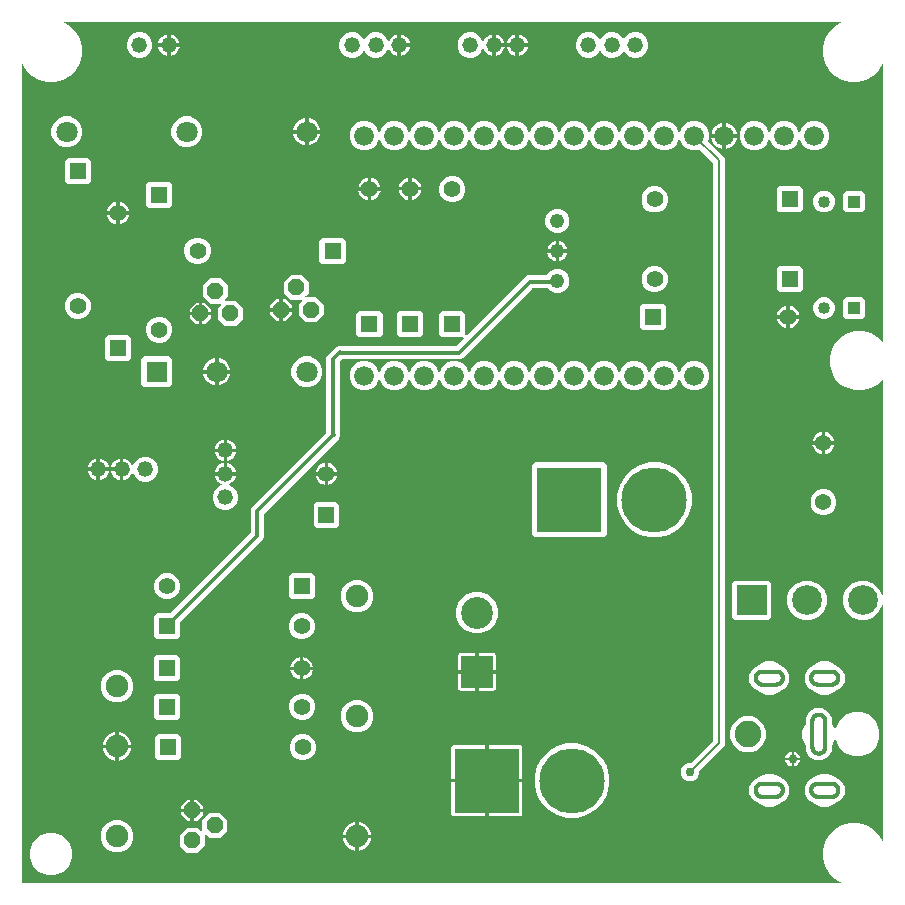
<source format=gbr>
G04 EAGLE Gerber RS-274X export*
G75*
%MOMM*%
%FSLAX34Y34*%
%LPD*%
%INTop Copper*%
%IPPOS*%
%AMOC8*
5,1,8,0,0,1.08239X$1,22.5*%
G01*
%ADD10C,1.676400*%
%ADD11C,1.320800*%
%ADD12R,1.397000X1.397000*%
%ADD13C,1.397000*%
%ADD14R,1.016000X1.016000*%
%ADD15C,1.016000*%
%ADD16R,2.520000X2.520000*%
%ADD17C,2.520000*%
%ADD18R,5.516000X5.516000*%
%ADD19C,5.516000*%
%ADD20C,1.371600*%
%ADD21R,2.700000X2.700000*%
%ADD22C,2.700000*%
%ADD23P,1.429621X8X22.500000*%
%ADD24C,1.219200*%
%ADD25R,1.800000X1.800000*%
%ADD26C,1.800000*%
%ADD27C,1.905000*%
%ADD28P,1.429621X8X292.500000*%
%ADD29R,1.358000X1.358000*%
%ADD30C,1.358000*%
%ADD31C,0.300000*%
%ADD32C,2.250000*%
%ADD33C,0.152400*%
%ADD34C,0.304800*%
%ADD35C,0.756400*%

G36*
X702908Y10168D02*
X702908Y10168D01*
X702956Y10167D01*
X703028Y10188D01*
X703103Y10200D01*
X703145Y10223D01*
X703192Y10237D01*
X703254Y10280D01*
X703321Y10316D01*
X703354Y10350D01*
X703393Y10378D01*
X703438Y10439D01*
X703490Y10494D01*
X703510Y10537D01*
X703539Y10576D01*
X703562Y10648D01*
X703594Y10717D01*
X703599Y10765D01*
X703613Y10810D01*
X703612Y10886D01*
X703621Y10961D01*
X703610Y11008D01*
X703610Y11056D01*
X703585Y11128D01*
X703568Y11202D01*
X703544Y11243D01*
X703528Y11288D01*
X703481Y11348D01*
X703442Y11413D01*
X703406Y11444D01*
X703376Y11482D01*
X703272Y11558D01*
X703255Y11573D01*
X703249Y11575D01*
X703241Y11581D01*
X698937Y14066D01*
X694066Y18937D01*
X690622Y24902D01*
X688839Y31556D01*
X688839Y38444D01*
X690622Y45098D01*
X694066Y51063D01*
X698937Y55934D01*
X704902Y59378D01*
X711556Y61161D01*
X718444Y61161D01*
X725098Y59378D01*
X731063Y55934D01*
X735934Y51063D01*
X738419Y46759D01*
X738449Y46722D01*
X738472Y46679D01*
X738527Y46627D01*
X738575Y46569D01*
X738615Y46543D01*
X738650Y46510D01*
X738719Y46478D01*
X738783Y46438D01*
X738830Y46427D01*
X738873Y46406D01*
X738948Y46398D01*
X739022Y46380D01*
X739070Y46385D01*
X739117Y46379D01*
X739192Y46395D01*
X739267Y46402D01*
X739311Y46421D01*
X739358Y46432D01*
X739423Y46470D01*
X739492Y46501D01*
X739528Y46533D01*
X739569Y46558D01*
X739618Y46615D01*
X739674Y46666D01*
X739698Y46708D01*
X739729Y46745D01*
X739757Y46815D01*
X739794Y46881D01*
X739803Y46928D01*
X739821Y46973D01*
X739835Y47101D01*
X739839Y47123D01*
X739838Y47130D01*
X739839Y47140D01*
X739839Y245084D01*
X739824Y245180D01*
X739814Y245277D01*
X739804Y245301D01*
X739800Y245327D01*
X739754Y245413D01*
X739714Y245502D01*
X739697Y245521D01*
X739684Y245544D01*
X739614Y245612D01*
X739548Y245683D01*
X739525Y245696D01*
X739506Y245714D01*
X739418Y245755D01*
X739332Y245802D01*
X739307Y245806D01*
X739283Y245817D01*
X739186Y245828D01*
X739090Y245845D01*
X739064Y245842D01*
X739039Y245845D01*
X738943Y245824D01*
X738847Y245810D01*
X738824Y245798D01*
X738798Y245792D01*
X738715Y245742D01*
X738628Y245698D01*
X738609Y245679D01*
X738587Y245666D01*
X738524Y245592D01*
X738456Y245523D01*
X738440Y245494D01*
X738427Y245479D01*
X738415Y245449D01*
X738375Y245376D01*
X736368Y240530D01*
X731680Y235842D01*
X725555Y233305D01*
X718925Y233305D01*
X712800Y235842D01*
X708112Y240530D01*
X705575Y246655D01*
X705575Y253285D01*
X708112Y259410D01*
X712800Y264098D01*
X718925Y266635D01*
X725555Y266635D01*
X731680Y264098D01*
X736368Y259410D01*
X738375Y254564D01*
X738426Y254481D01*
X738472Y254396D01*
X738490Y254378D01*
X738504Y254355D01*
X738580Y254293D01*
X738650Y254226D01*
X738674Y254215D01*
X738694Y254198D01*
X738785Y254164D01*
X738873Y254123D01*
X738899Y254120D01*
X738923Y254110D01*
X739021Y254106D01*
X739117Y254095D01*
X739143Y254101D01*
X739169Y254100D01*
X739263Y254127D01*
X739358Y254148D01*
X739380Y254161D01*
X739405Y254168D01*
X739485Y254224D01*
X739569Y254274D01*
X739586Y254294D01*
X739607Y254309D01*
X739666Y254387D01*
X739729Y254461D01*
X739739Y254485D01*
X739754Y254506D01*
X739784Y254599D01*
X739821Y254689D01*
X739824Y254721D01*
X739830Y254740D01*
X739830Y254773D01*
X739839Y254856D01*
X739839Y435719D01*
X739837Y435731D01*
X739838Y435739D01*
X739829Y435781D01*
X739828Y435790D01*
X739826Y435861D01*
X739808Y435910D01*
X739800Y435962D01*
X739766Y436025D01*
X739741Y436092D01*
X739709Y436133D01*
X739684Y436179D01*
X739632Y436228D01*
X739588Y436284D01*
X739544Y436312D01*
X739506Y436348D01*
X739441Y436378D01*
X739381Y436417D01*
X739330Y436430D01*
X739283Y436452D01*
X739212Y436460D01*
X739142Y436477D01*
X739090Y436473D01*
X739039Y436479D01*
X738968Y436464D01*
X738897Y436458D01*
X738849Y436438D01*
X738798Y436427D01*
X738737Y436390D01*
X738671Y436362D01*
X738615Y436317D01*
X738587Y436301D01*
X738572Y436283D01*
X738540Y436257D01*
X734849Y432566D01*
X729112Y429254D01*
X722712Y427539D01*
X716088Y427539D01*
X709688Y429254D01*
X703951Y432566D01*
X699266Y437251D01*
X695954Y442988D01*
X694239Y449388D01*
X694239Y456012D01*
X695954Y462412D01*
X699266Y468149D01*
X703951Y472834D01*
X709688Y476146D01*
X716088Y477861D01*
X722712Y477861D01*
X729112Y476146D01*
X734849Y472834D01*
X738540Y469143D01*
X738598Y469101D01*
X738650Y469052D01*
X738697Y469030D01*
X738739Y468999D01*
X738808Y468978D01*
X738873Y468948D01*
X738925Y468942D01*
X738975Y468927D01*
X739046Y468929D01*
X739117Y468921D01*
X739168Y468932D01*
X739220Y468933D01*
X739288Y468958D01*
X739358Y468973D01*
X739403Y469000D01*
X739451Y469018D01*
X739507Y469063D01*
X739569Y469099D01*
X739603Y469139D01*
X739643Y469172D01*
X739682Y469232D01*
X739729Y469286D01*
X739748Y469335D01*
X739776Y469378D01*
X739794Y469448D01*
X739821Y469514D01*
X739829Y469586D01*
X739837Y469617D01*
X739835Y469640D01*
X739839Y469681D01*
X739839Y702860D01*
X739832Y702908D01*
X739833Y702956D01*
X739812Y703028D01*
X739800Y703103D01*
X739777Y703145D01*
X739763Y703192D01*
X739720Y703254D01*
X739684Y703321D01*
X739650Y703354D01*
X739622Y703393D01*
X739561Y703438D01*
X739506Y703490D01*
X739463Y703510D01*
X739424Y703539D01*
X739352Y703562D01*
X739283Y703594D01*
X739235Y703599D01*
X739190Y703613D01*
X739114Y703612D01*
X739039Y703621D01*
X738992Y703610D01*
X738944Y703610D01*
X738872Y703585D01*
X738798Y703568D01*
X738757Y703544D01*
X738712Y703528D01*
X738652Y703481D01*
X738587Y703442D01*
X738556Y703406D01*
X738518Y703376D01*
X738442Y703272D01*
X738427Y703255D01*
X738425Y703249D01*
X738419Y703241D01*
X735934Y698937D01*
X731063Y694066D01*
X725098Y690622D01*
X718444Y688839D01*
X711556Y688839D01*
X704902Y690622D01*
X698937Y694066D01*
X694066Y698937D01*
X690622Y704902D01*
X688839Y711556D01*
X688839Y718444D01*
X690622Y725098D01*
X694066Y731063D01*
X698937Y735934D01*
X703241Y738419D01*
X703278Y738449D01*
X703321Y738472D01*
X703373Y738527D01*
X703431Y738575D01*
X703457Y738615D01*
X703490Y738650D01*
X703522Y738719D01*
X703562Y738783D01*
X703573Y738830D01*
X703594Y738873D01*
X703602Y738948D01*
X703620Y739022D01*
X703615Y739070D01*
X703621Y739117D01*
X703605Y739192D01*
X703598Y739267D01*
X703579Y739311D01*
X703568Y739358D01*
X703530Y739423D01*
X703499Y739492D01*
X703467Y739528D01*
X703442Y739569D01*
X703385Y739618D01*
X703334Y739674D01*
X703292Y739698D01*
X703255Y739729D01*
X703185Y739757D01*
X703119Y739794D01*
X703072Y739803D01*
X703027Y739821D01*
X702899Y739835D01*
X702877Y739839D01*
X702870Y739838D01*
X702860Y739839D01*
X47140Y739839D01*
X47092Y739832D01*
X47044Y739833D01*
X46972Y739812D01*
X46897Y739800D01*
X46855Y739777D01*
X46808Y739763D01*
X46746Y739720D01*
X46679Y739684D01*
X46646Y739650D01*
X46607Y739622D01*
X46562Y739561D01*
X46510Y739506D01*
X46490Y739463D01*
X46461Y739424D01*
X46438Y739352D01*
X46406Y739283D01*
X46401Y739235D01*
X46387Y739190D01*
X46388Y739114D01*
X46379Y739039D01*
X46390Y738992D01*
X46390Y738944D01*
X46415Y738872D01*
X46432Y738798D01*
X46456Y738757D01*
X46472Y738712D01*
X46519Y738652D01*
X46558Y738587D01*
X46594Y738556D01*
X46624Y738518D01*
X46728Y738442D01*
X46745Y738427D01*
X46751Y738425D01*
X46759Y738419D01*
X51063Y735934D01*
X55934Y731063D01*
X59378Y725098D01*
X61161Y718444D01*
X61161Y711556D01*
X59378Y704902D01*
X55934Y698937D01*
X51063Y694066D01*
X45098Y690622D01*
X38444Y688839D01*
X31556Y688839D01*
X24902Y690622D01*
X18937Y694066D01*
X14066Y698937D01*
X11581Y703241D01*
X11551Y703278D01*
X11528Y703321D01*
X11473Y703373D01*
X11425Y703431D01*
X11385Y703457D01*
X11350Y703490D01*
X11281Y703522D01*
X11217Y703562D01*
X11170Y703573D01*
X11127Y703594D01*
X11052Y703602D01*
X10978Y703620D01*
X10930Y703615D01*
X10883Y703621D01*
X10808Y703605D01*
X10733Y703598D01*
X10689Y703579D01*
X10642Y703568D01*
X10577Y703530D01*
X10508Y703499D01*
X10472Y703467D01*
X10431Y703442D01*
X10382Y703385D01*
X10326Y703334D01*
X10302Y703292D01*
X10271Y703255D01*
X10243Y703185D01*
X10206Y703119D01*
X10197Y703072D01*
X10179Y703027D01*
X10165Y702899D01*
X10161Y702877D01*
X10162Y702870D01*
X10161Y702860D01*
X10161Y10922D01*
X10164Y10902D01*
X10162Y10883D01*
X10184Y10781D01*
X10200Y10679D01*
X10210Y10662D01*
X10214Y10642D01*
X10267Y10553D01*
X10316Y10462D01*
X10330Y10448D01*
X10340Y10431D01*
X10419Y10364D01*
X10494Y10292D01*
X10512Y10284D01*
X10527Y10271D01*
X10623Y10232D01*
X10717Y10189D01*
X10737Y10187D01*
X10755Y10179D01*
X10922Y10161D01*
X702860Y10161D01*
X702908Y10168D01*
G37*
%LPC*%
G36*
X574511Y96547D02*
X574511Y96547D01*
X571627Y97742D01*
X569420Y99949D01*
X568225Y102833D01*
X568225Y105955D01*
X569420Y108839D01*
X571627Y111046D01*
X574511Y112241D01*
X576777Y112241D01*
X576867Y112255D01*
X576958Y112263D01*
X576988Y112275D01*
X577020Y112280D01*
X577101Y112323D01*
X577185Y112359D01*
X577217Y112385D01*
X577237Y112396D01*
X577260Y112419D01*
X577316Y112464D01*
X595542Y130690D01*
X595589Y130755D01*
X595604Y130771D01*
X595608Y130779D01*
X595655Y130834D01*
X595667Y130864D01*
X595686Y130890D01*
X595713Y130977D01*
X595747Y131062D01*
X595751Y131103D01*
X595758Y131125D01*
X595757Y131157D01*
X595765Y131229D01*
X595765Y619993D01*
X595751Y620083D01*
X595743Y620174D01*
X595731Y620204D01*
X595726Y620236D01*
X595683Y620317D01*
X595647Y620401D01*
X595621Y620433D01*
X595610Y620453D01*
X595587Y620476D01*
X595542Y620532D01*
X584759Y631315D01*
X584665Y631382D01*
X584571Y631453D01*
X584565Y631455D01*
X584559Y631458D01*
X584449Y631492D01*
X584337Y631529D01*
X584330Y631529D01*
X584324Y631531D01*
X584208Y631528D01*
X584091Y631526D01*
X584084Y631524D01*
X584079Y631524D01*
X584061Y631518D01*
X583930Y631480D01*
X582176Y630753D01*
X577224Y630753D01*
X572649Y632648D01*
X569148Y636149D01*
X567703Y639638D01*
X567665Y639699D01*
X567636Y639764D01*
X567601Y639803D01*
X567574Y639847D01*
X567518Y639893D01*
X567470Y639945D01*
X567424Y639970D01*
X567384Y640004D01*
X567317Y640029D01*
X567254Y640064D01*
X567203Y640073D01*
X567155Y640092D01*
X567083Y640095D01*
X567012Y640108D01*
X566961Y640100D01*
X566909Y640102D01*
X566840Y640082D01*
X566769Y640072D01*
X566723Y640048D01*
X566673Y640034D01*
X566614Y639993D01*
X566550Y639960D01*
X566513Y639923D01*
X566471Y639893D01*
X566428Y639836D01*
X566378Y639785D01*
X566343Y639722D01*
X566324Y639696D01*
X566317Y639674D01*
X566297Y639638D01*
X564852Y636149D01*
X561351Y632648D01*
X556776Y630753D01*
X551824Y630753D01*
X547249Y632648D01*
X543748Y636149D01*
X542303Y639638D01*
X542265Y639699D01*
X542236Y639764D01*
X542201Y639803D01*
X542174Y639847D01*
X542118Y639893D01*
X542070Y639945D01*
X542024Y639970D01*
X541984Y640004D01*
X541917Y640029D01*
X541854Y640064D01*
X541803Y640073D01*
X541755Y640092D01*
X541683Y640095D01*
X541612Y640108D01*
X541561Y640100D01*
X541509Y640102D01*
X541440Y640082D01*
X541369Y640072D01*
X541323Y640048D01*
X541273Y640034D01*
X541214Y639993D01*
X541150Y639960D01*
X541113Y639923D01*
X541071Y639893D01*
X541028Y639836D01*
X540978Y639785D01*
X540943Y639722D01*
X540924Y639696D01*
X540917Y639674D01*
X540897Y639638D01*
X539452Y636149D01*
X535951Y632648D01*
X531376Y630753D01*
X526424Y630753D01*
X521849Y632648D01*
X518348Y636149D01*
X516903Y639638D01*
X516865Y639699D01*
X516836Y639764D01*
X516801Y639803D01*
X516774Y639847D01*
X516718Y639893D01*
X516670Y639945D01*
X516624Y639970D01*
X516584Y640004D01*
X516517Y640029D01*
X516454Y640064D01*
X516403Y640073D01*
X516355Y640092D01*
X516283Y640095D01*
X516212Y640108D01*
X516161Y640100D01*
X516109Y640102D01*
X516040Y640082D01*
X515969Y640072D01*
X515923Y640048D01*
X515873Y640034D01*
X515814Y639993D01*
X515750Y639960D01*
X515713Y639923D01*
X515671Y639893D01*
X515628Y639836D01*
X515578Y639785D01*
X515543Y639722D01*
X515524Y639696D01*
X515517Y639674D01*
X515497Y639638D01*
X514052Y636149D01*
X510551Y632648D01*
X505976Y630753D01*
X501024Y630753D01*
X496449Y632648D01*
X492948Y636149D01*
X491503Y639638D01*
X491465Y639699D01*
X491436Y639764D01*
X491401Y639803D01*
X491374Y639847D01*
X491318Y639893D01*
X491270Y639945D01*
X491224Y639970D01*
X491184Y640004D01*
X491117Y640029D01*
X491054Y640064D01*
X491003Y640073D01*
X490955Y640092D01*
X490883Y640095D01*
X490812Y640108D01*
X490761Y640100D01*
X490709Y640102D01*
X490640Y640082D01*
X490569Y640072D01*
X490523Y640048D01*
X490473Y640034D01*
X490414Y639993D01*
X490350Y639960D01*
X490313Y639923D01*
X490271Y639893D01*
X490228Y639836D01*
X490178Y639785D01*
X490143Y639722D01*
X490124Y639696D01*
X490117Y639674D01*
X490097Y639638D01*
X488652Y636149D01*
X485151Y632648D01*
X480576Y630753D01*
X475624Y630753D01*
X471049Y632648D01*
X467548Y636149D01*
X466103Y639638D01*
X466065Y639699D01*
X466036Y639764D01*
X466001Y639803D01*
X465974Y639847D01*
X465918Y639893D01*
X465870Y639945D01*
X465824Y639970D01*
X465784Y640004D01*
X465717Y640029D01*
X465654Y640064D01*
X465603Y640073D01*
X465555Y640092D01*
X465483Y640095D01*
X465412Y640108D01*
X465361Y640100D01*
X465309Y640102D01*
X465240Y640082D01*
X465169Y640072D01*
X465123Y640048D01*
X465073Y640034D01*
X465014Y639993D01*
X464950Y639960D01*
X464913Y639923D01*
X464871Y639893D01*
X464828Y639836D01*
X464778Y639785D01*
X464743Y639722D01*
X464724Y639696D01*
X464717Y639674D01*
X464697Y639638D01*
X463252Y636149D01*
X459751Y632648D01*
X455176Y630753D01*
X450224Y630753D01*
X445649Y632648D01*
X442148Y636149D01*
X440703Y639638D01*
X440665Y639699D01*
X440636Y639764D01*
X440601Y639803D01*
X440574Y639847D01*
X440518Y639893D01*
X440470Y639945D01*
X440424Y639970D01*
X440384Y640004D01*
X440317Y640029D01*
X440254Y640064D01*
X440203Y640073D01*
X440155Y640092D01*
X440083Y640095D01*
X440012Y640108D01*
X439961Y640100D01*
X439909Y640102D01*
X439840Y640082D01*
X439769Y640072D01*
X439723Y640048D01*
X439673Y640034D01*
X439614Y639993D01*
X439550Y639960D01*
X439513Y639923D01*
X439471Y639893D01*
X439428Y639836D01*
X439378Y639785D01*
X439343Y639722D01*
X439324Y639696D01*
X439317Y639674D01*
X439297Y639638D01*
X437852Y636149D01*
X434351Y632648D01*
X429776Y630753D01*
X424824Y630753D01*
X420249Y632648D01*
X416748Y636149D01*
X415303Y639638D01*
X415265Y639699D01*
X415236Y639764D01*
X415201Y639803D01*
X415174Y639847D01*
X415118Y639893D01*
X415070Y639945D01*
X415024Y639970D01*
X414984Y640004D01*
X414917Y640029D01*
X414854Y640064D01*
X414803Y640073D01*
X414755Y640092D01*
X414683Y640095D01*
X414612Y640108D01*
X414561Y640100D01*
X414509Y640102D01*
X414440Y640082D01*
X414369Y640072D01*
X414323Y640048D01*
X414273Y640034D01*
X414214Y639993D01*
X414150Y639960D01*
X414113Y639923D01*
X414071Y639893D01*
X414028Y639836D01*
X413978Y639785D01*
X413943Y639722D01*
X413924Y639696D01*
X413917Y639674D01*
X413897Y639638D01*
X412452Y636149D01*
X408951Y632648D01*
X404376Y630753D01*
X399424Y630753D01*
X394849Y632648D01*
X391348Y636149D01*
X389903Y639638D01*
X389865Y639699D01*
X389836Y639764D01*
X389801Y639803D01*
X389774Y639847D01*
X389718Y639893D01*
X389670Y639945D01*
X389624Y639970D01*
X389584Y640004D01*
X389517Y640029D01*
X389454Y640064D01*
X389403Y640073D01*
X389355Y640092D01*
X389283Y640095D01*
X389212Y640108D01*
X389161Y640100D01*
X389109Y640102D01*
X389040Y640082D01*
X388969Y640072D01*
X388923Y640048D01*
X388873Y640034D01*
X388814Y639993D01*
X388750Y639960D01*
X388713Y639923D01*
X388671Y639893D01*
X388628Y639836D01*
X388578Y639785D01*
X388543Y639722D01*
X388524Y639696D01*
X388517Y639674D01*
X388497Y639638D01*
X387052Y636149D01*
X383551Y632648D01*
X378976Y630753D01*
X374024Y630753D01*
X369449Y632648D01*
X365948Y636149D01*
X364503Y639638D01*
X364465Y639699D01*
X364436Y639764D01*
X364401Y639803D01*
X364374Y639847D01*
X364318Y639893D01*
X364270Y639945D01*
X364224Y639970D01*
X364184Y640004D01*
X364117Y640029D01*
X364054Y640064D01*
X364003Y640073D01*
X363955Y640092D01*
X363883Y640095D01*
X363812Y640108D01*
X363761Y640100D01*
X363709Y640102D01*
X363640Y640082D01*
X363569Y640072D01*
X363523Y640048D01*
X363473Y640034D01*
X363414Y639993D01*
X363350Y639960D01*
X363313Y639923D01*
X363271Y639893D01*
X363228Y639836D01*
X363178Y639785D01*
X363143Y639722D01*
X363124Y639696D01*
X363117Y639674D01*
X363097Y639638D01*
X361652Y636149D01*
X358151Y632648D01*
X353576Y630753D01*
X348624Y630753D01*
X344049Y632648D01*
X340548Y636149D01*
X339103Y639638D01*
X339065Y639699D01*
X339036Y639764D01*
X339001Y639803D01*
X338974Y639847D01*
X338918Y639893D01*
X338870Y639945D01*
X338824Y639970D01*
X338784Y640004D01*
X338717Y640029D01*
X338654Y640064D01*
X338603Y640073D01*
X338555Y640092D01*
X338483Y640095D01*
X338412Y640108D01*
X338361Y640100D01*
X338309Y640102D01*
X338240Y640082D01*
X338169Y640072D01*
X338123Y640048D01*
X338073Y640034D01*
X338014Y639993D01*
X337950Y639960D01*
X337913Y639923D01*
X337871Y639893D01*
X337828Y639836D01*
X337778Y639785D01*
X337743Y639722D01*
X337724Y639696D01*
X337717Y639674D01*
X337697Y639638D01*
X336252Y636149D01*
X332751Y632648D01*
X328176Y630753D01*
X323224Y630753D01*
X318649Y632648D01*
X315148Y636149D01*
X313703Y639638D01*
X313665Y639699D01*
X313636Y639764D01*
X313601Y639803D01*
X313574Y639847D01*
X313518Y639893D01*
X313470Y639945D01*
X313424Y639970D01*
X313384Y640004D01*
X313317Y640029D01*
X313254Y640064D01*
X313203Y640073D01*
X313155Y640092D01*
X313083Y640095D01*
X313012Y640108D01*
X312961Y640100D01*
X312909Y640102D01*
X312840Y640082D01*
X312769Y640072D01*
X312723Y640048D01*
X312673Y640034D01*
X312614Y639993D01*
X312550Y639960D01*
X312513Y639923D01*
X312471Y639893D01*
X312428Y639836D01*
X312378Y639785D01*
X312343Y639722D01*
X312324Y639696D01*
X312317Y639674D01*
X312297Y639638D01*
X310852Y636149D01*
X307351Y632648D01*
X302776Y630753D01*
X297824Y630753D01*
X293249Y632648D01*
X289748Y636149D01*
X287853Y640724D01*
X287853Y645676D01*
X289748Y650251D01*
X293249Y653752D01*
X297824Y655647D01*
X302776Y655647D01*
X307351Y653752D01*
X310852Y650251D01*
X312297Y646762D01*
X312335Y646701D01*
X312364Y646636D01*
X312399Y646598D01*
X312426Y646553D01*
X312482Y646507D01*
X312530Y646455D01*
X312576Y646430D01*
X312616Y646396D01*
X312683Y646371D01*
X312746Y646336D01*
X312797Y646327D01*
X312845Y646308D01*
X312917Y646305D01*
X312988Y646292D01*
X313039Y646300D01*
X313091Y646298D01*
X313160Y646318D01*
X313231Y646328D01*
X313277Y646352D01*
X313327Y646366D01*
X313386Y646407D01*
X313450Y646440D01*
X313487Y646477D01*
X313529Y646507D01*
X313572Y646564D01*
X313622Y646615D01*
X313657Y646678D01*
X313676Y646704D01*
X313683Y646726D01*
X313703Y646762D01*
X315148Y650251D01*
X318649Y653752D01*
X323224Y655647D01*
X328176Y655647D01*
X332751Y653752D01*
X336252Y650251D01*
X337697Y646762D01*
X337735Y646701D01*
X337764Y646636D01*
X337799Y646598D01*
X337826Y646553D01*
X337882Y646507D01*
X337930Y646455D01*
X337976Y646430D01*
X338016Y646396D01*
X338083Y646371D01*
X338146Y646336D01*
X338197Y646327D01*
X338245Y646308D01*
X338317Y646305D01*
X338388Y646292D01*
X338439Y646300D01*
X338491Y646298D01*
X338560Y646318D01*
X338631Y646328D01*
X338677Y646352D01*
X338727Y646366D01*
X338786Y646407D01*
X338850Y646440D01*
X338887Y646477D01*
X338929Y646507D01*
X338972Y646564D01*
X339022Y646615D01*
X339057Y646678D01*
X339076Y646704D01*
X339083Y646726D01*
X339103Y646762D01*
X340548Y650251D01*
X344049Y653752D01*
X348624Y655647D01*
X353576Y655647D01*
X358151Y653752D01*
X361652Y650251D01*
X363097Y646762D01*
X363135Y646701D01*
X363164Y646636D01*
X363199Y646598D01*
X363226Y646553D01*
X363282Y646507D01*
X363330Y646455D01*
X363376Y646430D01*
X363416Y646396D01*
X363483Y646371D01*
X363546Y646336D01*
X363597Y646327D01*
X363645Y646308D01*
X363717Y646305D01*
X363788Y646292D01*
X363839Y646300D01*
X363891Y646298D01*
X363960Y646318D01*
X364031Y646328D01*
X364077Y646352D01*
X364127Y646366D01*
X364186Y646407D01*
X364250Y646440D01*
X364287Y646477D01*
X364329Y646507D01*
X364372Y646564D01*
X364422Y646615D01*
X364457Y646678D01*
X364476Y646704D01*
X364483Y646726D01*
X364503Y646762D01*
X365948Y650251D01*
X369449Y653752D01*
X374024Y655647D01*
X378976Y655647D01*
X383551Y653752D01*
X387052Y650251D01*
X388497Y646762D01*
X388535Y646701D01*
X388564Y646636D01*
X388599Y646598D01*
X388626Y646553D01*
X388682Y646507D01*
X388730Y646455D01*
X388776Y646430D01*
X388816Y646396D01*
X388883Y646371D01*
X388946Y646336D01*
X388997Y646327D01*
X389045Y646308D01*
X389117Y646305D01*
X389188Y646292D01*
X389239Y646300D01*
X389291Y646298D01*
X389360Y646318D01*
X389431Y646328D01*
X389477Y646352D01*
X389527Y646366D01*
X389586Y646407D01*
X389650Y646440D01*
X389687Y646477D01*
X389729Y646507D01*
X389772Y646564D01*
X389822Y646615D01*
X389857Y646678D01*
X389876Y646704D01*
X389883Y646726D01*
X389903Y646762D01*
X391348Y650251D01*
X394849Y653752D01*
X399424Y655647D01*
X404376Y655647D01*
X408951Y653752D01*
X412452Y650251D01*
X413897Y646762D01*
X413935Y646701D01*
X413964Y646636D01*
X413999Y646598D01*
X414026Y646553D01*
X414082Y646507D01*
X414130Y646455D01*
X414176Y646430D01*
X414216Y646396D01*
X414283Y646371D01*
X414346Y646336D01*
X414397Y646327D01*
X414445Y646308D01*
X414517Y646305D01*
X414588Y646292D01*
X414639Y646300D01*
X414691Y646298D01*
X414760Y646318D01*
X414831Y646328D01*
X414877Y646352D01*
X414927Y646366D01*
X414986Y646407D01*
X415050Y646440D01*
X415087Y646477D01*
X415129Y646507D01*
X415172Y646564D01*
X415222Y646615D01*
X415257Y646678D01*
X415276Y646704D01*
X415283Y646726D01*
X415303Y646762D01*
X416748Y650251D01*
X420249Y653752D01*
X424824Y655647D01*
X429776Y655647D01*
X434351Y653752D01*
X437852Y650251D01*
X439297Y646762D01*
X439335Y646701D01*
X439364Y646636D01*
X439399Y646598D01*
X439426Y646553D01*
X439482Y646507D01*
X439530Y646455D01*
X439576Y646430D01*
X439616Y646396D01*
X439683Y646371D01*
X439746Y646336D01*
X439797Y646327D01*
X439845Y646308D01*
X439917Y646305D01*
X439988Y646292D01*
X440039Y646300D01*
X440091Y646298D01*
X440160Y646318D01*
X440231Y646328D01*
X440277Y646352D01*
X440327Y646366D01*
X440386Y646407D01*
X440450Y646440D01*
X440487Y646477D01*
X440529Y646507D01*
X440572Y646564D01*
X440622Y646615D01*
X440657Y646678D01*
X440676Y646704D01*
X440683Y646726D01*
X440703Y646762D01*
X442148Y650251D01*
X445649Y653752D01*
X450224Y655647D01*
X455176Y655647D01*
X459751Y653752D01*
X463252Y650251D01*
X464697Y646762D01*
X464735Y646701D01*
X464764Y646636D01*
X464799Y646598D01*
X464826Y646553D01*
X464882Y646507D01*
X464930Y646455D01*
X464976Y646430D01*
X465016Y646396D01*
X465083Y646371D01*
X465146Y646336D01*
X465197Y646327D01*
X465245Y646308D01*
X465317Y646305D01*
X465388Y646292D01*
X465439Y646300D01*
X465491Y646298D01*
X465560Y646318D01*
X465631Y646328D01*
X465677Y646352D01*
X465727Y646366D01*
X465786Y646407D01*
X465850Y646440D01*
X465887Y646477D01*
X465929Y646507D01*
X465972Y646564D01*
X466022Y646615D01*
X466057Y646678D01*
X466076Y646704D01*
X466083Y646726D01*
X466103Y646762D01*
X467548Y650251D01*
X471049Y653752D01*
X475624Y655647D01*
X480576Y655647D01*
X485151Y653752D01*
X488652Y650251D01*
X490097Y646762D01*
X490135Y646701D01*
X490164Y646636D01*
X490199Y646598D01*
X490226Y646553D01*
X490282Y646507D01*
X490330Y646455D01*
X490376Y646430D01*
X490416Y646396D01*
X490483Y646371D01*
X490546Y646336D01*
X490597Y646327D01*
X490645Y646308D01*
X490717Y646305D01*
X490788Y646292D01*
X490839Y646300D01*
X490891Y646298D01*
X490960Y646318D01*
X491031Y646328D01*
X491077Y646352D01*
X491127Y646366D01*
X491186Y646407D01*
X491250Y646440D01*
X491287Y646477D01*
X491329Y646507D01*
X491372Y646564D01*
X491422Y646615D01*
X491457Y646678D01*
X491476Y646704D01*
X491483Y646726D01*
X491503Y646762D01*
X492948Y650251D01*
X496449Y653752D01*
X501024Y655647D01*
X505976Y655647D01*
X510551Y653752D01*
X514052Y650251D01*
X515497Y646762D01*
X515535Y646701D01*
X515564Y646636D01*
X515599Y646598D01*
X515626Y646553D01*
X515682Y646507D01*
X515730Y646455D01*
X515776Y646430D01*
X515816Y646396D01*
X515883Y646371D01*
X515946Y646336D01*
X515997Y646327D01*
X516045Y646308D01*
X516117Y646305D01*
X516188Y646292D01*
X516239Y646300D01*
X516291Y646298D01*
X516360Y646318D01*
X516431Y646328D01*
X516477Y646352D01*
X516527Y646366D01*
X516586Y646407D01*
X516650Y646440D01*
X516687Y646477D01*
X516729Y646507D01*
X516772Y646564D01*
X516822Y646615D01*
X516857Y646678D01*
X516876Y646704D01*
X516883Y646726D01*
X516903Y646762D01*
X518348Y650251D01*
X521849Y653752D01*
X526424Y655647D01*
X531376Y655647D01*
X535951Y653752D01*
X539452Y650251D01*
X540897Y646762D01*
X540935Y646701D01*
X540964Y646636D01*
X540999Y646598D01*
X541026Y646553D01*
X541082Y646507D01*
X541130Y646455D01*
X541176Y646430D01*
X541216Y646396D01*
X541283Y646371D01*
X541346Y646336D01*
X541397Y646327D01*
X541445Y646308D01*
X541517Y646305D01*
X541588Y646292D01*
X541639Y646300D01*
X541691Y646298D01*
X541760Y646318D01*
X541831Y646328D01*
X541877Y646352D01*
X541927Y646366D01*
X541986Y646407D01*
X542050Y646440D01*
X542087Y646477D01*
X542129Y646507D01*
X542172Y646564D01*
X542222Y646615D01*
X542257Y646678D01*
X542276Y646704D01*
X542283Y646726D01*
X542303Y646762D01*
X543748Y650251D01*
X547249Y653752D01*
X551824Y655647D01*
X556776Y655647D01*
X561351Y653752D01*
X564852Y650251D01*
X566297Y646762D01*
X566335Y646701D01*
X566364Y646636D01*
X566399Y646598D01*
X566426Y646553D01*
X566482Y646507D01*
X566530Y646455D01*
X566576Y646430D01*
X566616Y646396D01*
X566683Y646371D01*
X566746Y646336D01*
X566797Y646327D01*
X566845Y646308D01*
X566917Y646305D01*
X566988Y646292D01*
X567039Y646300D01*
X567091Y646298D01*
X567160Y646318D01*
X567231Y646328D01*
X567277Y646352D01*
X567327Y646366D01*
X567386Y646407D01*
X567450Y646440D01*
X567487Y646477D01*
X567529Y646507D01*
X567572Y646564D01*
X567622Y646615D01*
X567657Y646678D01*
X567676Y646704D01*
X567683Y646726D01*
X567703Y646762D01*
X569148Y650251D01*
X572649Y653752D01*
X577224Y655647D01*
X582176Y655647D01*
X586751Y653752D01*
X590252Y650251D01*
X592147Y645676D01*
X592147Y640724D01*
X591420Y638970D01*
X591394Y638857D01*
X591365Y638743D01*
X591366Y638737D01*
X591364Y638731D01*
X591375Y638614D01*
X591384Y638498D01*
X591387Y638492D01*
X591387Y638486D01*
X591435Y638378D01*
X591480Y638272D01*
X591485Y638266D01*
X591487Y638261D01*
X591500Y638248D01*
X591585Y638141D01*
X605419Y624307D01*
X605419Y126915D01*
X584142Y105638D01*
X584089Y105564D01*
X584029Y105494D01*
X584017Y105464D01*
X583998Y105438D01*
X583971Y105351D01*
X583937Y105266D01*
X583933Y105225D01*
X583926Y105203D01*
X583927Y105171D01*
X583919Y105099D01*
X583919Y102833D01*
X582724Y99949D01*
X580517Y97742D01*
X577633Y96547D01*
X574511Y96547D01*
G37*
%LPD*%
%LPC*%
G36*
X124481Y216950D02*
X124481Y216950D01*
X122100Y219331D01*
X122100Y236669D01*
X124481Y239050D01*
X135981Y239050D01*
X136071Y239064D01*
X136162Y239072D01*
X136192Y239084D01*
X136224Y239089D01*
X136304Y239132D01*
X136388Y239168D01*
X136420Y239194D01*
X136441Y239205D01*
X136463Y239228D01*
X136519Y239273D01*
X203888Y306642D01*
X203941Y306716D01*
X204001Y306785D01*
X204013Y306816D01*
X204032Y306842D01*
X204059Y306929D01*
X204093Y307014D01*
X204097Y307054D01*
X204104Y307077D01*
X204103Y307109D01*
X204111Y307180D01*
X204111Y326485D01*
X204962Y328539D01*
X268043Y391620D01*
X268096Y391694D01*
X268156Y391763D01*
X268168Y391794D01*
X268187Y391820D01*
X268214Y391907D01*
X268248Y391992D01*
X268252Y392033D01*
X268259Y392055D01*
X268258Y392087D01*
X268266Y392158D01*
X268266Y454967D01*
X269117Y457021D01*
X276834Y464738D01*
X278888Y465589D01*
X281112Y465589D01*
X281880Y465271D01*
X281943Y465256D01*
X282004Y465231D01*
X282087Y465222D01*
X282119Y465215D01*
X282138Y465216D01*
X282171Y465213D01*
X377746Y465213D01*
X377836Y465227D01*
X377927Y465235D01*
X377957Y465247D01*
X377988Y465252D01*
X378069Y465295D01*
X378153Y465331D01*
X378185Y465357D01*
X378206Y465368D01*
X378228Y465391D01*
X378284Y465436D01*
X384209Y471361D01*
X384251Y471419D01*
X384300Y471471D01*
X384322Y471518D01*
X384353Y471560D01*
X384374Y471629D01*
X384404Y471694D01*
X384410Y471746D01*
X384425Y471796D01*
X384423Y471867D01*
X384431Y471938D01*
X384420Y471989D01*
X384419Y472041D01*
X384394Y472109D01*
X384379Y472179D01*
X384352Y472224D01*
X384334Y472272D01*
X384289Y472328D01*
X384253Y472390D01*
X384213Y472424D01*
X384180Y472464D01*
X384120Y472503D01*
X384066Y472550D01*
X384017Y472569D01*
X383974Y472597D01*
X383904Y472615D01*
X383838Y472642D01*
X383766Y472650D01*
X383735Y472658D01*
X383712Y472656D01*
X383671Y472660D01*
X366051Y472660D01*
X363670Y475041D01*
X363670Y492379D01*
X366051Y494760D01*
X383389Y494760D01*
X385770Y492379D01*
X385770Y474759D01*
X385781Y474688D01*
X385783Y474617D01*
X385801Y474568D01*
X385809Y474516D01*
X385843Y474453D01*
X385868Y474386D01*
X385900Y474345D01*
X385925Y474299D01*
X385977Y474250D01*
X386021Y474194D01*
X386065Y474166D01*
X386103Y474130D01*
X386168Y474100D01*
X386228Y474061D01*
X386279Y474048D01*
X386326Y474026D01*
X386397Y474018D01*
X386467Y474001D01*
X386519Y474005D01*
X386570Y473999D01*
X386641Y474014D01*
X386712Y474020D01*
X386760Y474040D01*
X386811Y474051D01*
X386872Y474088D01*
X386938Y474116D01*
X386994Y474161D01*
X387022Y474177D01*
X387037Y474195D01*
X387069Y474221D01*
X435591Y522743D01*
X437270Y524422D01*
X439324Y525273D01*
X454487Y525273D01*
X454602Y525292D01*
X454718Y525309D01*
X454724Y525311D01*
X454730Y525312D01*
X454833Y525367D01*
X454938Y525420D01*
X454942Y525425D01*
X454948Y525428D01*
X455028Y525512D01*
X455110Y525596D01*
X455113Y525602D01*
X455117Y525606D01*
X455125Y525623D01*
X455191Y525743D01*
X455196Y525756D01*
X458054Y528614D01*
X461789Y530161D01*
X465831Y530161D01*
X469566Y528614D01*
X472424Y525756D01*
X473971Y522021D01*
X473971Y517979D01*
X472424Y514244D01*
X469566Y511386D01*
X465831Y509839D01*
X461789Y509839D01*
X458054Y511386D01*
X455568Y513872D01*
X455494Y513925D01*
X455425Y513985D01*
X455395Y513997D01*
X455368Y514016D01*
X455282Y514043D01*
X455197Y514077D01*
X455156Y514081D01*
X455133Y514088D01*
X455101Y514087D01*
X455030Y514095D01*
X443066Y514095D01*
X442976Y514081D01*
X442885Y514073D01*
X442855Y514061D01*
X442824Y514056D01*
X442743Y514013D01*
X442659Y513977D01*
X442627Y513951D01*
X442606Y513940D01*
X442584Y513917D01*
X442528Y513872D01*
X383542Y454886D01*
X381488Y454035D01*
X282254Y454035D01*
X282164Y454021D01*
X282073Y454013D01*
X282043Y454001D01*
X282012Y453996D01*
X281931Y453953D01*
X281847Y453917D01*
X281815Y453891D01*
X281794Y453880D01*
X281772Y453857D01*
X281716Y453812D01*
X279667Y451763D01*
X279614Y451689D01*
X279554Y451620D01*
X279542Y451589D01*
X279523Y451563D01*
X279496Y451476D01*
X279462Y451391D01*
X279458Y451351D01*
X279451Y451328D01*
X279452Y451296D01*
X279444Y451225D01*
X279444Y392276D01*
X279445Y392269D01*
X279445Y392267D01*
X279454Y392211D01*
X279455Y392145D01*
X279478Y392065D01*
X279483Y392033D01*
X279493Y392016D01*
X279502Y391984D01*
X279909Y391002D01*
X279909Y388778D01*
X279058Y386724D01*
X277486Y385152D01*
X277450Y385137D01*
X277394Y385103D01*
X277334Y385077D01*
X277269Y385025D01*
X277241Y385008D01*
X277228Y384993D01*
X277203Y384972D01*
X215512Y323281D01*
X215459Y323207D01*
X215399Y323138D01*
X215387Y323108D01*
X215368Y323081D01*
X215341Y322994D01*
X215307Y322910D01*
X215303Y322869D01*
X215296Y322846D01*
X215297Y322814D01*
X215289Y322743D01*
X215289Y303438D01*
X214438Y301384D01*
X144423Y231369D01*
X144370Y231295D01*
X144310Y231226D01*
X144298Y231195D01*
X144279Y231169D01*
X144252Y231082D01*
X144218Y230997D01*
X144214Y230957D01*
X144207Y230934D01*
X144208Y230902D01*
X144200Y230831D01*
X144200Y219331D01*
X141819Y216950D01*
X124481Y216950D01*
G37*
%LPD*%
%LPC*%
G36*
X297824Y427553D02*
X297824Y427553D01*
X293249Y429448D01*
X289748Y432949D01*
X287853Y437524D01*
X287853Y442476D01*
X289748Y447051D01*
X293249Y450552D01*
X297824Y452447D01*
X302776Y452447D01*
X307351Y450552D01*
X310852Y447051D01*
X312297Y443562D01*
X312335Y443501D01*
X312364Y443436D01*
X312399Y443397D01*
X312426Y443353D01*
X312482Y443307D01*
X312530Y443255D01*
X312576Y443230D01*
X312616Y443196D01*
X312683Y443171D01*
X312746Y443136D01*
X312797Y443127D01*
X312845Y443108D01*
X312917Y443105D01*
X312988Y443092D01*
X313039Y443100D01*
X313091Y443098D01*
X313160Y443118D01*
X313231Y443128D01*
X313277Y443152D01*
X313327Y443166D01*
X313386Y443207D01*
X313450Y443240D01*
X313487Y443277D01*
X313529Y443307D01*
X313572Y443364D01*
X313622Y443415D01*
X313657Y443478D01*
X313676Y443504D01*
X313683Y443526D01*
X313703Y443562D01*
X315148Y447051D01*
X318649Y450552D01*
X323224Y452447D01*
X328176Y452447D01*
X332751Y450552D01*
X336252Y447051D01*
X337697Y443562D01*
X337735Y443501D01*
X337764Y443436D01*
X337799Y443397D01*
X337826Y443353D01*
X337882Y443307D01*
X337930Y443255D01*
X337976Y443230D01*
X338016Y443196D01*
X338083Y443171D01*
X338146Y443136D01*
X338197Y443127D01*
X338245Y443108D01*
X338317Y443105D01*
X338388Y443092D01*
X338439Y443100D01*
X338491Y443098D01*
X338560Y443118D01*
X338631Y443128D01*
X338677Y443152D01*
X338727Y443166D01*
X338786Y443207D01*
X338850Y443240D01*
X338887Y443277D01*
X338929Y443307D01*
X338972Y443364D01*
X339022Y443415D01*
X339057Y443478D01*
X339076Y443504D01*
X339083Y443526D01*
X339103Y443562D01*
X340548Y447051D01*
X344049Y450552D01*
X348624Y452447D01*
X353576Y452447D01*
X358151Y450552D01*
X361652Y447051D01*
X363097Y443562D01*
X363135Y443501D01*
X363164Y443436D01*
X363199Y443397D01*
X363226Y443353D01*
X363282Y443307D01*
X363330Y443255D01*
X363376Y443230D01*
X363416Y443196D01*
X363483Y443171D01*
X363546Y443136D01*
X363597Y443127D01*
X363645Y443108D01*
X363717Y443105D01*
X363788Y443092D01*
X363839Y443100D01*
X363891Y443098D01*
X363960Y443118D01*
X364031Y443128D01*
X364077Y443152D01*
X364127Y443166D01*
X364186Y443207D01*
X364250Y443240D01*
X364287Y443277D01*
X364329Y443307D01*
X364372Y443364D01*
X364422Y443415D01*
X364457Y443478D01*
X364476Y443504D01*
X364483Y443526D01*
X364503Y443562D01*
X365948Y447051D01*
X369449Y450552D01*
X374024Y452447D01*
X378976Y452447D01*
X383551Y450552D01*
X387052Y447051D01*
X388497Y443562D01*
X388535Y443501D01*
X388564Y443436D01*
X388599Y443398D01*
X388626Y443353D01*
X388682Y443307D01*
X388730Y443255D01*
X388776Y443230D01*
X388816Y443196D01*
X388883Y443171D01*
X388946Y443136D01*
X388997Y443127D01*
X389045Y443108D01*
X389117Y443105D01*
X389188Y443092D01*
X389239Y443100D01*
X389291Y443098D01*
X389360Y443118D01*
X389431Y443128D01*
X389477Y443152D01*
X389527Y443166D01*
X389586Y443207D01*
X389650Y443240D01*
X389687Y443277D01*
X389729Y443307D01*
X389772Y443364D01*
X389822Y443415D01*
X389857Y443478D01*
X389876Y443504D01*
X389883Y443526D01*
X389903Y443562D01*
X391348Y447051D01*
X394849Y450552D01*
X399424Y452447D01*
X404376Y452447D01*
X408951Y450552D01*
X412452Y447051D01*
X413897Y443562D01*
X413935Y443501D01*
X413964Y443436D01*
X413999Y443398D01*
X414026Y443353D01*
X414082Y443308D01*
X414130Y443255D01*
X414176Y443230D01*
X414216Y443196D01*
X414283Y443171D01*
X414346Y443136D01*
X414397Y443127D01*
X414445Y443108D01*
X414517Y443105D01*
X414588Y443092D01*
X414639Y443100D01*
X414691Y443098D01*
X414760Y443118D01*
X414831Y443128D01*
X414877Y443152D01*
X414927Y443166D01*
X414986Y443207D01*
X415050Y443240D01*
X415087Y443277D01*
X415129Y443307D01*
X415172Y443364D01*
X415222Y443415D01*
X415257Y443478D01*
X415276Y443504D01*
X415283Y443526D01*
X415303Y443562D01*
X416748Y447051D01*
X420249Y450552D01*
X424824Y452447D01*
X429776Y452447D01*
X434351Y450552D01*
X437852Y447051D01*
X439297Y443562D01*
X439335Y443501D01*
X439364Y443436D01*
X439399Y443398D01*
X439426Y443353D01*
X439482Y443308D01*
X439530Y443255D01*
X439576Y443230D01*
X439616Y443196D01*
X439683Y443171D01*
X439746Y443136D01*
X439797Y443127D01*
X439845Y443108D01*
X439917Y443105D01*
X439988Y443092D01*
X440039Y443100D01*
X440091Y443098D01*
X440160Y443118D01*
X440231Y443128D01*
X440277Y443152D01*
X440327Y443166D01*
X440386Y443207D01*
X440450Y443240D01*
X440487Y443277D01*
X440529Y443307D01*
X440572Y443364D01*
X440622Y443415D01*
X440657Y443478D01*
X440676Y443504D01*
X440683Y443526D01*
X440703Y443562D01*
X442148Y447051D01*
X445649Y450552D01*
X450224Y452447D01*
X455176Y452447D01*
X459751Y450552D01*
X463252Y447051D01*
X464697Y443562D01*
X464735Y443501D01*
X464764Y443436D01*
X464799Y443398D01*
X464826Y443353D01*
X464882Y443308D01*
X464930Y443255D01*
X464976Y443230D01*
X465016Y443196D01*
X465083Y443171D01*
X465146Y443136D01*
X465197Y443127D01*
X465245Y443108D01*
X465317Y443105D01*
X465388Y443092D01*
X465439Y443100D01*
X465491Y443098D01*
X465560Y443118D01*
X465631Y443128D01*
X465677Y443152D01*
X465727Y443166D01*
X465786Y443207D01*
X465850Y443240D01*
X465887Y443277D01*
X465929Y443307D01*
X465972Y443364D01*
X466022Y443415D01*
X466057Y443478D01*
X466076Y443504D01*
X466083Y443526D01*
X466103Y443562D01*
X467548Y447051D01*
X471049Y450552D01*
X475624Y452447D01*
X480576Y452447D01*
X485151Y450552D01*
X488652Y447051D01*
X490097Y443562D01*
X490135Y443501D01*
X490164Y443436D01*
X490199Y443398D01*
X490226Y443353D01*
X490282Y443308D01*
X490330Y443255D01*
X490376Y443230D01*
X490416Y443196D01*
X490483Y443171D01*
X490546Y443136D01*
X490597Y443127D01*
X490645Y443108D01*
X490717Y443105D01*
X490788Y443092D01*
X490839Y443100D01*
X490891Y443098D01*
X490960Y443118D01*
X491031Y443128D01*
X491077Y443152D01*
X491127Y443166D01*
X491186Y443207D01*
X491250Y443240D01*
X491287Y443277D01*
X491329Y443307D01*
X491372Y443364D01*
X491422Y443415D01*
X491457Y443478D01*
X491476Y443504D01*
X491483Y443526D01*
X491503Y443562D01*
X492948Y447051D01*
X496449Y450552D01*
X501024Y452447D01*
X505976Y452447D01*
X510551Y450552D01*
X514052Y447051D01*
X515497Y443562D01*
X515535Y443501D01*
X515564Y443436D01*
X515599Y443398D01*
X515626Y443353D01*
X515682Y443308D01*
X515730Y443255D01*
X515776Y443230D01*
X515816Y443196D01*
X515883Y443171D01*
X515946Y443136D01*
X515997Y443127D01*
X516045Y443108D01*
X516117Y443105D01*
X516188Y443092D01*
X516239Y443100D01*
X516291Y443098D01*
X516360Y443118D01*
X516431Y443128D01*
X516477Y443152D01*
X516527Y443166D01*
X516586Y443207D01*
X516650Y443240D01*
X516687Y443277D01*
X516729Y443307D01*
X516772Y443364D01*
X516822Y443415D01*
X516857Y443478D01*
X516876Y443504D01*
X516883Y443526D01*
X516903Y443562D01*
X518348Y447051D01*
X521849Y450552D01*
X526424Y452447D01*
X531376Y452447D01*
X535951Y450552D01*
X539452Y447051D01*
X540897Y443562D01*
X540935Y443501D01*
X540964Y443436D01*
X540999Y443398D01*
X541026Y443353D01*
X541082Y443308D01*
X541130Y443255D01*
X541176Y443230D01*
X541216Y443196D01*
X541283Y443171D01*
X541346Y443136D01*
X541397Y443127D01*
X541445Y443108D01*
X541517Y443105D01*
X541588Y443092D01*
X541639Y443100D01*
X541691Y443098D01*
X541760Y443118D01*
X541831Y443128D01*
X541877Y443152D01*
X541927Y443166D01*
X541986Y443207D01*
X542050Y443240D01*
X542087Y443277D01*
X542129Y443307D01*
X542172Y443364D01*
X542222Y443415D01*
X542257Y443478D01*
X542276Y443504D01*
X542283Y443526D01*
X542303Y443562D01*
X543748Y447051D01*
X547249Y450552D01*
X551824Y452447D01*
X556776Y452447D01*
X561351Y450552D01*
X564852Y447051D01*
X566297Y443562D01*
X566335Y443501D01*
X566364Y443436D01*
X566399Y443398D01*
X566426Y443353D01*
X566482Y443308D01*
X566530Y443255D01*
X566576Y443230D01*
X566616Y443196D01*
X566683Y443171D01*
X566746Y443136D01*
X566797Y443127D01*
X566845Y443108D01*
X566917Y443105D01*
X566988Y443092D01*
X567039Y443100D01*
X567091Y443098D01*
X567160Y443118D01*
X567231Y443128D01*
X567277Y443152D01*
X567327Y443166D01*
X567386Y443207D01*
X567450Y443240D01*
X567487Y443277D01*
X567529Y443307D01*
X567572Y443364D01*
X567622Y443415D01*
X567657Y443478D01*
X567676Y443504D01*
X567683Y443526D01*
X567703Y443562D01*
X569148Y447051D01*
X572649Y450552D01*
X577224Y452447D01*
X582176Y452447D01*
X586751Y450552D01*
X590252Y447051D01*
X592147Y442476D01*
X592147Y437524D01*
X590252Y432949D01*
X586751Y429448D01*
X582176Y427553D01*
X577224Y427553D01*
X572649Y429448D01*
X569148Y432949D01*
X567703Y436438D01*
X567665Y436499D01*
X567636Y436564D01*
X567601Y436602D01*
X567574Y436647D01*
X567518Y436693D01*
X567470Y436745D01*
X567424Y436770D01*
X567384Y436804D01*
X567317Y436829D01*
X567254Y436864D01*
X567203Y436873D01*
X567155Y436892D01*
X567083Y436895D01*
X567012Y436908D01*
X566961Y436900D01*
X566909Y436902D01*
X566840Y436882D01*
X566769Y436872D01*
X566723Y436848D01*
X566673Y436834D01*
X566614Y436793D01*
X566550Y436760D01*
X566513Y436723D01*
X566471Y436693D01*
X566428Y436636D01*
X566378Y436585D01*
X566343Y436522D01*
X566324Y436496D01*
X566317Y436474D01*
X566297Y436438D01*
X564852Y432949D01*
X561351Y429448D01*
X556776Y427553D01*
X551824Y427553D01*
X547249Y429448D01*
X543748Y432949D01*
X542303Y436438D01*
X542265Y436499D01*
X542236Y436564D01*
X542201Y436602D01*
X542174Y436647D01*
X542118Y436693D01*
X542070Y436745D01*
X542024Y436770D01*
X541984Y436804D01*
X541917Y436829D01*
X541854Y436864D01*
X541803Y436873D01*
X541755Y436892D01*
X541683Y436895D01*
X541612Y436908D01*
X541561Y436900D01*
X541509Y436902D01*
X541440Y436882D01*
X541369Y436872D01*
X541323Y436848D01*
X541273Y436834D01*
X541214Y436793D01*
X541150Y436760D01*
X541113Y436723D01*
X541071Y436693D01*
X541028Y436636D01*
X540978Y436585D01*
X540943Y436522D01*
X540924Y436496D01*
X540917Y436474D01*
X540897Y436438D01*
X539452Y432949D01*
X535951Y429448D01*
X531376Y427553D01*
X526424Y427553D01*
X521849Y429448D01*
X518348Y432949D01*
X516903Y436438D01*
X516865Y436499D01*
X516836Y436564D01*
X516801Y436602D01*
X516774Y436647D01*
X516718Y436693D01*
X516670Y436745D01*
X516624Y436770D01*
X516584Y436804D01*
X516517Y436829D01*
X516454Y436864D01*
X516403Y436873D01*
X516355Y436892D01*
X516283Y436895D01*
X516212Y436908D01*
X516161Y436900D01*
X516109Y436902D01*
X516040Y436882D01*
X515969Y436872D01*
X515923Y436848D01*
X515873Y436834D01*
X515814Y436793D01*
X515750Y436760D01*
X515713Y436723D01*
X515671Y436693D01*
X515628Y436636D01*
X515578Y436585D01*
X515543Y436522D01*
X515524Y436496D01*
X515517Y436474D01*
X515497Y436438D01*
X514052Y432949D01*
X510551Y429448D01*
X505976Y427553D01*
X501024Y427553D01*
X496449Y429448D01*
X492948Y432949D01*
X491503Y436438D01*
X491465Y436499D01*
X491436Y436564D01*
X491401Y436602D01*
X491374Y436647D01*
X491318Y436693D01*
X491270Y436745D01*
X491224Y436770D01*
X491184Y436804D01*
X491117Y436829D01*
X491054Y436864D01*
X491003Y436873D01*
X490955Y436892D01*
X490883Y436895D01*
X490812Y436908D01*
X490761Y436900D01*
X490709Y436902D01*
X490640Y436882D01*
X490569Y436872D01*
X490523Y436848D01*
X490473Y436834D01*
X490414Y436793D01*
X490350Y436760D01*
X490313Y436723D01*
X490271Y436693D01*
X490228Y436636D01*
X490178Y436585D01*
X490143Y436522D01*
X490124Y436496D01*
X490117Y436474D01*
X490097Y436438D01*
X488652Y432949D01*
X485151Y429448D01*
X480576Y427553D01*
X475624Y427553D01*
X471049Y429448D01*
X467548Y432949D01*
X466103Y436438D01*
X466065Y436499D01*
X466036Y436564D01*
X466001Y436602D01*
X465974Y436647D01*
X465918Y436693D01*
X465870Y436745D01*
X465824Y436770D01*
X465784Y436804D01*
X465717Y436829D01*
X465654Y436864D01*
X465603Y436873D01*
X465555Y436892D01*
X465483Y436895D01*
X465412Y436908D01*
X465361Y436900D01*
X465309Y436902D01*
X465240Y436882D01*
X465169Y436872D01*
X465123Y436848D01*
X465073Y436834D01*
X465014Y436793D01*
X464950Y436760D01*
X464913Y436723D01*
X464871Y436693D01*
X464828Y436636D01*
X464778Y436585D01*
X464743Y436522D01*
X464724Y436496D01*
X464717Y436474D01*
X464697Y436438D01*
X463252Y432949D01*
X459751Y429448D01*
X455176Y427553D01*
X450224Y427553D01*
X445649Y429448D01*
X442148Y432949D01*
X440703Y436438D01*
X440665Y436499D01*
X440636Y436564D01*
X440601Y436602D01*
X440574Y436647D01*
X440518Y436693D01*
X440470Y436745D01*
X440424Y436770D01*
X440384Y436804D01*
X440317Y436829D01*
X440254Y436864D01*
X440203Y436873D01*
X440155Y436892D01*
X440083Y436895D01*
X440012Y436908D01*
X439961Y436900D01*
X439909Y436902D01*
X439840Y436882D01*
X439769Y436872D01*
X439723Y436848D01*
X439673Y436834D01*
X439614Y436793D01*
X439550Y436760D01*
X439513Y436723D01*
X439471Y436693D01*
X439428Y436636D01*
X439378Y436585D01*
X439343Y436522D01*
X439324Y436496D01*
X439317Y436474D01*
X439297Y436438D01*
X437852Y432949D01*
X434351Y429448D01*
X429776Y427553D01*
X424824Y427553D01*
X420249Y429448D01*
X416748Y432949D01*
X415303Y436438D01*
X415265Y436499D01*
X415236Y436564D01*
X415201Y436602D01*
X415174Y436647D01*
X415118Y436693D01*
X415070Y436745D01*
X415024Y436770D01*
X414984Y436804D01*
X414917Y436829D01*
X414854Y436864D01*
X414803Y436873D01*
X414755Y436892D01*
X414683Y436895D01*
X414612Y436908D01*
X414561Y436900D01*
X414509Y436902D01*
X414440Y436882D01*
X414369Y436872D01*
X414323Y436848D01*
X414273Y436834D01*
X414214Y436793D01*
X414150Y436760D01*
X414113Y436723D01*
X414071Y436693D01*
X414028Y436636D01*
X413978Y436585D01*
X413943Y436522D01*
X413924Y436496D01*
X413917Y436474D01*
X413897Y436438D01*
X412452Y432949D01*
X408951Y429448D01*
X404376Y427553D01*
X399424Y427553D01*
X394849Y429448D01*
X391348Y432949D01*
X389903Y436438D01*
X389865Y436499D01*
X389836Y436564D01*
X389801Y436603D01*
X389774Y436647D01*
X389718Y436693D01*
X389670Y436745D01*
X389624Y436770D01*
X389584Y436804D01*
X389517Y436829D01*
X389454Y436864D01*
X389403Y436873D01*
X389355Y436892D01*
X389283Y436895D01*
X389212Y436908D01*
X389161Y436900D01*
X389109Y436902D01*
X389040Y436882D01*
X388969Y436872D01*
X388923Y436848D01*
X388873Y436834D01*
X388814Y436793D01*
X388750Y436760D01*
X388713Y436723D01*
X388671Y436693D01*
X388628Y436636D01*
X388578Y436585D01*
X388543Y436522D01*
X388524Y436496D01*
X388517Y436474D01*
X388497Y436438D01*
X387052Y432949D01*
X383551Y429448D01*
X378976Y427553D01*
X374024Y427553D01*
X369449Y429448D01*
X365948Y432949D01*
X364503Y436438D01*
X364465Y436499D01*
X364436Y436564D01*
X364401Y436602D01*
X364374Y436647D01*
X364318Y436693D01*
X364270Y436745D01*
X364224Y436770D01*
X364184Y436804D01*
X364117Y436829D01*
X364054Y436864D01*
X364003Y436873D01*
X363955Y436892D01*
X363883Y436895D01*
X363812Y436908D01*
X363761Y436900D01*
X363709Y436902D01*
X363640Y436882D01*
X363569Y436872D01*
X363523Y436848D01*
X363473Y436834D01*
X363414Y436793D01*
X363350Y436760D01*
X363313Y436723D01*
X363271Y436693D01*
X363228Y436636D01*
X363178Y436585D01*
X363143Y436522D01*
X363124Y436496D01*
X363117Y436474D01*
X363097Y436438D01*
X361652Y432949D01*
X358151Y429448D01*
X353576Y427553D01*
X348624Y427553D01*
X344049Y429448D01*
X340548Y432949D01*
X339103Y436438D01*
X339065Y436499D01*
X339036Y436564D01*
X339001Y436602D01*
X338974Y436647D01*
X338918Y436693D01*
X338870Y436745D01*
X338824Y436770D01*
X338784Y436804D01*
X338717Y436829D01*
X338654Y436864D01*
X338603Y436873D01*
X338555Y436892D01*
X338483Y436895D01*
X338412Y436908D01*
X338361Y436900D01*
X338309Y436902D01*
X338240Y436882D01*
X338169Y436872D01*
X338123Y436848D01*
X338073Y436834D01*
X338014Y436793D01*
X337950Y436760D01*
X337913Y436723D01*
X337871Y436693D01*
X337828Y436636D01*
X337778Y436585D01*
X337743Y436522D01*
X337724Y436496D01*
X337717Y436474D01*
X337697Y436438D01*
X336252Y432949D01*
X332751Y429448D01*
X328176Y427553D01*
X323224Y427553D01*
X318649Y429448D01*
X315148Y432949D01*
X313703Y436438D01*
X313665Y436499D01*
X313636Y436564D01*
X313601Y436602D01*
X313574Y436647D01*
X313518Y436693D01*
X313470Y436745D01*
X313424Y436770D01*
X313384Y436804D01*
X313317Y436829D01*
X313254Y436864D01*
X313203Y436873D01*
X313155Y436892D01*
X313083Y436895D01*
X313012Y436908D01*
X312961Y436900D01*
X312909Y436902D01*
X312840Y436882D01*
X312769Y436872D01*
X312723Y436848D01*
X312673Y436834D01*
X312614Y436793D01*
X312550Y436760D01*
X312513Y436723D01*
X312471Y436693D01*
X312428Y436636D01*
X312378Y436585D01*
X312343Y436522D01*
X312324Y436496D01*
X312317Y436474D01*
X312297Y436438D01*
X310852Y432949D01*
X307351Y429448D01*
X302776Y427553D01*
X297824Y427553D01*
G37*
%LPD*%
%LPC*%
G36*
X444736Y303355D02*
X444736Y303355D01*
X442355Y305736D01*
X442355Y364264D01*
X444736Y366645D01*
X503264Y366645D01*
X505645Y364264D01*
X505645Y305736D01*
X503264Y303355D01*
X444736Y303355D01*
G37*
%LPD*%
%LPC*%
G36*
X471954Y65615D02*
X471954Y65615D01*
X463906Y67772D01*
X456690Y71938D01*
X450798Y77830D01*
X446632Y85046D01*
X444475Y93094D01*
X444475Y101426D01*
X446632Y109474D01*
X450798Y116690D01*
X456690Y122582D01*
X463906Y126748D01*
X471954Y128905D01*
X480286Y128905D01*
X488334Y126748D01*
X495550Y122582D01*
X501442Y116690D01*
X505608Y109474D01*
X507765Y101426D01*
X507765Y93094D01*
X505608Y85046D01*
X501442Y77830D01*
X495550Y71938D01*
X488334Y67772D01*
X480286Y65615D01*
X471954Y65615D01*
G37*
%LPD*%
%LPC*%
G36*
X541834Y303355D02*
X541834Y303355D01*
X533786Y305512D01*
X526570Y309678D01*
X520678Y315570D01*
X516512Y322786D01*
X514355Y330834D01*
X514355Y339166D01*
X516512Y347214D01*
X520678Y354430D01*
X526570Y360322D01*
X533786Y364488D01*
X541834Y366645D01*
X550166Y366645D01*
X558214Y364488D01*
X565430Y360322D01*
X571322Y354430D01*
X575488Y347214D01*
X577645Y339166D01*
X577645Y330834D01*
X575488Y322786D01*
X571322Y315570D01*
X565430Y309678D01*
X558214Y305512D01*
X550166Y303355D01*
X541834Y303355D01*
G37*
%LPD*%
%LPC*%
G36*
X682275Y114475D02*
X682275Y114475D01*
X677140Y117440D01*
X674175Y122575D01*
X674175Y127263D01*
X674161Y127353D01*
X674153Y127444D01*
X674141Y127474D01*
X674136Y127506D01*
X674093Y127587D01*
X674057Y127670D01*
X674031Y127703D01*
X674020Y127723D01*
X673997Y127745D01*
X673952Y127801D01*
X673235Y128519D01*
X671079Y133723D01*
X671079Y139357D01*
X673235Y144561D01*
X673952Y145279D01*
X674005Y145353D01*
X674065Y145422D01*
X674077Y145452D01*
X674096Y145478D01*
X674123Y145565D01*
X674157Y145650D01*
X674161Y145691D01*
X674168Y145713D01*
X674167Y145746D01*
X674175Y145817D01*
X674175Y150505D01*
X677140Y155640D01*
X682275Y158605D01*
X688205Y158605D01*
X693340Y155640D01*
X696305Y150505D01*
X696305Y145817D01*
X696319Y145727D01*
X696327Y145636D01*
X696339Y145606D01*
X696344Y145574D01*
X696387Y145493D01*
X696423Y145410D01*
X696449Y145377D01*
X696460Y145357D01*
X696483Y145335D01*
X696528Y145279D01*
X697245Y144561D01*
X698351Y141890D01*
X698389Y141829D01*
X698418Y141764D01*
X698453Y141725D01*
X698481Y141681D01*
X698536Y141636D01*
X698585Y141583D01*
X698630Y141558D01*
X698670Y141524D01*
X698737Y141499D01*
X698800Y141464D01*
X698851Y141455D01*
X698900Y141436D01*
X698972Y141433D01*
X699042Y141420D01*
X699094Y141428D01*
X699146Y141426D01*
X699215Y141446D01*
X699286Y141456D01*
X699332Y141480D01*
X699382Y141494D01*
X699441Y141535D01*
X699505Y141568D01*
X699541Y141605D01*
X699584Y141635D01*
X699627Y141692D01*
X699677Y141743D01*
X699712Y141806D01*
X699731Y141832D01*
X699738Y141854D01*
X699758Y141890D01*
X701920Y147110D01*
X707170Y152360D01*
X714028Y155201D01*
X721452Y155201D01*
X728310Y152360D01*
X733560Y147110D01*
X736401Y140252D01*
X736401Y132828D01*
X733560Y125970D01*
X728310Y120720D01*
X721452Y117879D01*
X714028Y117879D01*
X707170Y120720D01*
X701920Y125970D01*
X699758Y131190D01*
X699720Y131251D01*
X699691Y131316D01*
X699656Y131355D01*
X699628Y131399D01*
X699573Y131444D01*
X699525Y131497D01*
X699479Y131522D01*
X699439Y131556D01*
X699372Y131581D01*
X699309Y131616D01*
X699258Y131625D01*
X699209Y131644D01*
X699138Y131647D01*
X699067Y131660D01*
X699015Y131652D01*
X698963Y131654D01*
X698895Y131634D01*
X698824Y131624D01*
X698777Y131600D01*
X698727Y131586D01*
X698668Y131545D01*
X698604Y131512D01*
X698568Y131475D01*
X698525Y131445D01*
X698482Y131388D01*
X698432Y131337D01*
X698398Y131274D01*
X698378Y131248D01*
X698371Y131226D01*
X698351Y131190D01*
X697245Y128519D01*
X696528Y127801D01*
X696475Y127727D01*
X696415Y127658D01*
X696403Y127628D01*
X696384Y127602D01*
X696357Y127515D01*
X696323Y127430D01*
X696319Y127389D01*
X696312Y127367D01*
X696313Y127334D01*
X696305Y127263D01*
X696305Y122575D01*
X693340Y117440D01*
X688205Y114475D01*
X682275Y114475D01*
G37*
%LPD*%
%LPC*%
G36*
X628024Y630753D02*
X628024Y630753D01*
X623449Y632648D01*
X619948Y636149D01*
X618053Y640724D01*
X618053Y645676D01*
X619948Y650251D01*
X623449Y653752D01*
X628024Y655647D01*
X632976Y655647D01*
X637551Y653752D01*
X641052Y650251D01*
X642497Y646762D01*
X642535Y646701D01*
X642564Y646636D01*
X642599Y646598D01*
X642626Y646553D01*
X642682Y646507D01*
X642730Y646455D01*
X642776Y646430D01*
X642816Y646396D01*
X642883Y646371D01*
X642946Y646336D01*
X642997Y646327D01*
X643045Y646308D01*
X643117Y646305D01*
X643188Y646292D01*
X643239Y646300D01*
X643291Y646298D01*
X643360Y646318D01*
X643431Y646328D01*
X643477Y646352D01*
X643527Y646366D01*
X643586Y646407D01*
X643650Y646440D01*
X643687Y646477D01*
X643729Y646507D01*
X643772Y646564D01*
X643822Y646615D01*
X643857Y646678D01*
X643876Y646704D01*
X643883Y646726D01*
X643903Y646762D01*
X645348Y650251D01*
X648849Y653752D01*
X653424Y655647D01*
X658376Y655647D01*
X662951Y653752D01*
X666452Y650251D01*
X667897Y646762D01*
X667935Y646701D01*
X667964Y646636D01*
X667999Y646598D01*
X668026Y646553D01*
X668082Y646507D01*
X668130Y646455D01*
X668176Y646430D01*
X668216Y646396D01*
X668283Y646371D01*
X668346Y646336D01*
X668397Y646327D01*
X668445Y646308D01*
X668517Y646305D01*
X668588Y646292D01*
X668639Y646300D01*
X668691Y646298D01*
X668760Y646318D01*
X668831Y646328D01*
X668877Y646352D01*
X668927Y646366D01*
X668986Y646407D01*
X669050Y646440D01*
X669087Y646477D01*
X669129Y646507D01*
X669172Y646564D01*
X669222Y646615D01*
X669257Y646678D01*
X669276Y646704D01*
X669283Y646726D01*
X669303Y646762D01*
X670748Y650251D01*
X674249Y653752D01*
X678824Y655647D01*
X683776Y655647D01*
X688351Y653752D01*
X691852Y650251D01*
X693747Y645676D01*
X693747Y640724D01*
X691852Y636149D01*
X688351Y632648D01*
X683776Y630753D01*
X678824Y630753D01*
X674249Y632648D01*
X670748Y636149D01*
X669303Y639638D01*
X669265Y639699D01*
X669236Y639764D01*
X669201Y639802D01*
X669174Y639847D01*
X669118Y639892D01*
X669070Y639945D01*
X669024Y639970D01*
X668984Y640004D01*
X668917Y640029D01*
X668854Y640064D01*
X668803Y640073D01*
X668755Y640092D01*
X668683Y640095D01*
X668612Y640108D01*
X668561Y640100D01*
X668509Y640102D01*
X668440Y640082D01*
X668369Y640072D01*
X668323Y640048D01*
X668273Y640034D01*
X668214Y639993D01*
X668150Y639960D01*
X668113Y639923D01*
X668071Y639893D01*
X668028Y639836D01*
X667978Y639785D01*
X667943Y639722D01*
X667924Y639696D01*
X667917Y639674D01*
X667897Y639638D01*
X666452Y636149D01*
X662951Y632648D01*
X658376Y630753D01*
X653424Y630753D01*
X648849Y632648D01*
X645348Y636149D01*
X643903Y639638D01*
X643865Y639699D01*
X643836Y639764D01*
X643801Y639802D01*
X643774Y639847D01*
X643718Y639892D01*
X643670Y639945D01*
X643624Y639970D01*
X643584Y640004D01*
X643517Y640029D01*
X643454Y640064D01*
X643403Y640073D01*
X643355Y640092D01*
X643283Y640095D01*
X643212Y640108D01*
X643161Y640100D01*
X643109Y640102D01*
X643040Y640082D01*
X642969Y640072D01*
X642923Y640048D01*
X642873Y640034D01*
X642814Y639993D01*
X642750Y639960D01*
X642713Y639923D01*
X642671Y639893D01*
X642628Y639836D01*
X642578Y639785D01*
X642543Y639722D01*
X642524Y639696D01*
X642517Y639674D01*
X642497Y639638D01*
X641052Y636149D01*
X637551Y632648D01*
X632976Y630753D01*
X628024Y630753D01*
G37*
%LPD*%
%LPC*%
G36*
X613956Y233305D02*
X613956Y233305D01*
X611575Y235686D01*
X611575Y264254D01*
X613956Y266635D01*
X642524Y266635D01*
X644905Y264254D01*
X644905Y235686D01*
X642524Y233305D01*
X613956Y233305D01*
G37*
%LPD*%
%LPC*%
G36*
X487878Y709331D02*
X487878Y709331D01*
X483957Y710955D01*
X480955Y713957D01*
X479331Y717878D01*
X479331Y722122D01*
X480955Y726043D01*
X483957Y729045D01*
X487878Y730669D01*
X492122Y730669D01*
X496043Y729045D01*
X499045Y726043D01*
X499330Y725355D01*
X499367Y725294D01*
X499397Y725228D01*
X499432Y725190D01*
X499459Y725146D01*
X499514Y725100D01*
X499563Y725047D01*
X499609Y725022D01*
X499649Y724989D01*
X499716Y724963D01*
X499779Y724929D01*
X499830Y724919D01*
X499878Y724901D01*
X499950Y724898D01*
X500021Y724885D01*
X500072Y724893D01*
X500124Y724890D01*
X500193Y724910D01*
X500264Y724921D01*
X500310Y724944D01*
X500360Y724959D01*
X500419Y725000D01*
X500483Y725032D01*
X500520Y725070D01*
X500562Y725099D01*
X500605Y725157D01*
X500655Y725208D01*
X500690Y725271D01*
X500709Y725297D01*
X500716Y725319D01*
X500736Y725355D01*
X501021Y726043D01*
X504023Y729045D01*
X507944Y730669D01*
X512188Y730669D01*
X516109Y729045D01*
X519111Y726043D01*
X519269Y725662D01*
X519306Y725601D01*
X519336Y725535D01*
X519371Y725497D01*
X519398Y725452D01*
X519453Y725407D01*
X519502Y725354D01*
X519548Y725329D01*
X519588Y725296D01*
X519655Y725270D01*
X519718Y725235D01*
X519769Y725226D01*
X519817Y725207D01*
X519889Y725204D01*
X519960Y725192D01*
X520011Y725199D01*
X520063Y725197D01*
X520132Y725217D01*
X520203Y725227D01*
X520249Y725251D01*
X520299Y725266D01*
X520358Y725306D01*
X520422Y725339D01*
X520459Y725376D01*
X520501Y725406D01*
X520544Y725463D01*
X520594Y725515D01*
X520629Y725577D01*
X520648Y725603D01*
X520655Y725625D01*
X520675Y725661D01*
X520834Y726043D01*
X523835Y729045D01*
X527756Y730669D01*
X532000Y730669D01*
X535921Y729045D01*
X538923Y726043D01*
X540547Y722122D01*
X540547Y717878D01*
X538923Y713957D01*
X535921Y710955D01*
X532000Y709331D01*
X527756Y709331D01*
X523835Y710955D01*
X520834Y713957D01*
X520675Y714339D01*
X520638Y714399D01*
X520608Y714465D01*
X520573Y714503D01*
X520546Y714548D01*
X520490Y714593D01*
X520442Y714646D01*
X520396Y714671D01*
X520356Y714704D01*
X520289Y714730D01*
X520226Y714765D01*
X520175Y714774D01*
X520127Y714793D01*
X520055Y714796D01*
X519984Y714808D01*
X519933Y714801D01*
X519881Y714803D01*
X519812Y714783D01*
X519741Y714773D01*
X519695Y714749D01*
X519645Y714734D01*
X519586Y714694D01*
X519522Y714661D01*
X519485Y714624D01*
X519443Y714594D01*
X519400Y714537D01*
X519350Y714485D01*
X519315Y714423D01*
X519296Y714397D01*
X519289Y714375D01*
X519269Y714338D01*
X519111Y713957D01*
X516109Y710955D01*
X512188Y709331D01*
X507944Y709331D01*
X504023Y710955D01*
X501021Y713957D01*
X500736Y714645D01*
X500699Y714706D01*
X500669Y714772D01*
X500634Y714810D01*
X500607Y714854D01*
X500551Y714900D01*
X500503Y714953D01*
X500457Y714978D01*
X500417Y715011D01*
X500350Y715037D01*
X500287Y715071D01*
X500236Y715081D01*
X500188Y715099D01*
X500116Y715102D01*
X500045Y715115D01*
X499994Y715107D01*
X499942Y715110D01*
X499873Y715090D01*
X499802Y715079D01*
X499756Y715056D01*
X499706Y715041D01*
X499647Y715000D01*
X499583Y714968D01*
X499546Y714930D01*
X499504Y714901D01*
X499461Y714843D01*
X499411Y714792D01*
X499376Y714729D01*
X499357Y714703D01*
X499349Y714681D01*
X499330Y714645D01*
X499045Y713957D01*
X496043Y710955D01*
X492122Y709331D01*
X487878Y709331D01*
G37*
%LPD*%
%LPC*%
G36*
X31487Y17339D02*
X31487Y17339D01*
X24996Y20028D01*
X20028Y24996D01*
X17339Y31487D01*
X17339Y38513D01*
X20028Y45004D01*
X24996Y49972D01*
X31487Y52661D01*
X38513Y52661D01*
X45004Y49972D01*
X49972Y45004D01*
X52661Y38513D01*
X52661Y31487D01*
X49972Y24996D01*
X45004Y20028D01*
X38513Y17339D01*
X31487Y17339D01*
G37*
%LPD*%
%LPC*%
G36*
X392326Y221835D02*
X392326Y221835D01*
X385870Y224509D01*
X380929Y229450D01*
X378255Y235906D01*
X378255Y242894D01*
X380929Y249350D01*
X385870Y254291D01*
X392326Y256965D01*
X399314Y256965D01*
X405770Y254291D01*
X410711Y249350D01*
X413385Y242894D01*
X413385Y235906D01*
X410711Y229450D01*
X405770Y224509D01*
X399314Y221835D01*
X392326Y221835D01*
G37*
%LPD*%
%LPC*%
G36*
X671925Y233305D02*
X671925Y233305D01*
X665800Y235842D01*
X661112Y240530D01*
X658575Y246655D01*
X658575Y253285D01*
X661112Y259410D01*
X665800Y264098D01*
X671925Y266635D01*
X678555Y266635D01*
X684680Y264098D01*
X689368Y259410D01*
X691905Y253285D01*
X691905Y246655D01*
X689368Y240530D01*
X684680Y235842D01*
X678555Y233305D01*
X671925Y233305D01*
G37*
%LPD*%
%LPC*%
G36*
X287878Y709331D02*
X287878Y709331D01*
X283957Y710955D01*
X280955Y713957D01*
X279331Y717878D01*
X279331Y722122D01*
X280955Y726043D01*
X283957Y729045D01*
X287878Y730669D01*
X292122Y730669D01*
X296043Y729045D01*
X299045Y726043D01*
X299330Y725355D01*
X299367Y725294D01*
X299397Y725228D01*
X299432Y725190D01*
X299459Y725146D01*
X299515Y725100D01*
X299563Y725047D01*
X299609Y725022D01*
X299649Y724989D01*
X299716Y724963D01*
X299779Y724929D01*
X299830Y724919D01*
X299878Y724901D01*
X299950Y724898D01*
X300021Y724885D01*
X300072Y724893D01*
X300124Y724890D01*
X300193Y724910D01*
X300264Y724921D01*
X300310Y724944D01*
X300360Y724959D01*
X300419Y725000D01*
X300483Y725032D01*
X300520Y725070D01*
X300562Y725099D01*
X300605Y725157D01*
X300655Y725208D01*
X300690Y725271D01*
X300709Y725297D01*
X300716Y725319D01*
X300736Y725355D01*
X301021Y726043D01*
X304023Y729045D01*
X307944Y730669D01*
X312188Y730669D01*
X316109Y729045D01*
X319111Y726043D01*
X320093Y723670D01*
X320131Y723609D01*
X320160Y723544D01*
X320196Y723505D01*
X320223Y723461D01*
X320278Y723415D01*
X320327Y723363D01*
X320372Y723338D01*
X320413Y723304D01*
X320480Y723279D01*
X320542Y723244D01*
X320594Y723235D01*
X320642Y723216D01*
X320714Y723213D01*
X320784Y723200D01*
X320836Y723208D01*
X320888Y723206D01*
X320957Y723226D01*
X321028Y723236D01*
X321074Y723260D01*
X321124Y723274D01*
X321183Y723315D01*
X321247Y723348D01*
X321283Y723385D01*
X321326Y723415D01*
X321369Y723472D01*
X321419Y723523D01*
X321454Y723586D01*
X321473Y723612D01*
X321480Y723634D01*
X321500Y723670D01*
X321774Y724332D01*
X322775Y725830D01*
X324048Y727103D01*
X325546Y728104D01*
X327211Y728793D01*
X328355Y729021D01*
X328355Y720762D01*
X328358Y720742D01*
X328356Y720723D01*
X328378Y720621D01*
X328395Y720519D01*
X328404Y720502D01*
X328408Y720482D01*
X328461Y720393D01*
X328510Y720302D01*
X328524Y720288D01*
X328534Y720271D01*
X328613Y720204D01*
X328688Y720133D01*
X328706Y720124D01*
X328721Y720111D01*
X328817Y720073D01*
X328911Y720029D01*
X328931Y720027D01*
X328949Y720019D01*
X329116Y720001D01*
X329879Y720001D01*
X329879Y719999D01*
X329116Y719999D01*
X329096Y719996D01*
X329077Y719998D01*
X328975Y719976D01*
X328873Y719959D01*
X328856Y719950D01*
X328836Y719946D01*
X328747Y719893D01*
X328656Y719844D01*
X328642Y719830D01*
X328625Y719820D01*
X328558Y719741D01*
X328487Y719666D01*
X328478Y719648D01*
X328465Y719633D01*
X328426Y719537D01*
X328383Y719443D01*
X328381Y719423D01*
X328373Y719405D01*
X328355Y719238D01*
X328355Y710979D01*
X327211Y711207D01*
X325546Y711896D01*
X324048Y712897D01*
X322775Y714170D01*
X321774Y715668D01*
X321500Y716330D01*
X321462Y716391D01*
X321433Y716456D01*
X321398Y716494D01*
X321371Y716539D01*
X321315Y716584D01*
X321267Y716637D01*
X321221Y716662D01*
X321181Y716696D01*
X321114Y716721D01*
X321051Y716756D01*
X321000Y716765D01*
X320951Y716784D01*
X320880Y716787D01*
X320809Y716800D01*
X320758Y716792D01*
X320706Y716794D01*
X320637Y716774D01*
X320566Y716764D01*
X320519Y716740D01*
X320469Y716726D01*
X320411Y716685D01*
X320347Y716652D01*
X320310Y716615D01*
X320267Y716585D01*
X320225Y716528D01*
X320174Y716477D01*
X320140Y716414D01*
X320121Y716388D01*
X320113Y716366D01*
X320093Y716330D01*
X319111Y713957D01*
X316109Y710955D01*
X312188Y709331D01*
X307944Y709331D01*
X304023Y710955D01*
X301021Y713957D01*
X300736Y714645D01*
X300699Y714706D01*
X300669Y714772D01*
X300634Y714810D01*
X300607Y714854D01*
X300551Y714900D01*
X300503Y714953D01*
X300457Y714978D01*
X300417Y715011D01*
X300350Y715037D01*
X300287Y715071D01*
X300236Y715081D01*
X300188Y715099D01*
X300116Y715102D01*
X300045Y715115D01*
X299994Y715107D01*
X299942Y715110D01*
X299873Y715090D01*
X299802Y715079D01*
X299756Y715056D01*
X299706Y715041D01*
X299647Y715000D01*
X299583Y714968D01*
X299546Y714931D01*
X299504Y714901D01*
X299461Y714843D01*
X299411Y714792D01*
X299376Y714729D01*
X299357Y714703D01*
X299349Y714681D01*
X299330Y714645D01*
X299045Y713957D01*
X296043Y710955D01*
X292122Y709331D01*
X287878Y709331D01*
G37*
%LPD*%
%LPC*%
G36*
X405643Y98783D02*
X405643Y98783D01*
X405643Y127381D01*
X432034Y127381D01*
X432681Y127208D01*
X433260Y126873D01*
X433733Y126400D01*
X434068Y125821D01*
X434241Y125174D01*
X434241Y98783D01*
X405643Y98783D01*
G37*
%LPD*%
%LPC*%
G36*
X373999Y98783D02*
X373999Y98783D01*
X373999Y125174D01*
X374172Y125821D01*
X374507Y126400D01*
X374980Y126873D01*
X375559Y127208D01*
X376206Y127381D01*
X402597Y127381D01*
X402597Y98783D01*
X373999Y98783D01*
G37*
%LPD*%
%LPC*%
G36*
X405643Y67139D02*
X405643Y67139D01*
X405643Y95737D01*
X434241Y95737D01*
X434241Y69346D01*
X434068Y68699D01*
X433733Y68120D01*
X433260Y67647D01*
X432681Y67312D01*
X432034Y67139D01*
X405643Y67139D01*
G37*
%LPD*%
%LPC*%
G36*
X376206Y67139D02*
X376206Y67139D01*
X375559Y67312D01*
X374980Y67647D01*
X374507Y68120D01*
X374172Y68699D01*
X373999Y69346D01*
X373999Y95737D01*
X402597Y95737D01*
X402597Y67139D01*
X376206Y67139D01*
G37*
%LPD*%
%LPC*%
G36*
X250951Y485141D02*
X250951Y485141D01*
X244701Y491391D01*
X244701Y500229D01*
X247364Y502892D01*
X247406Y502950D01*
X247455Y503002D01*
X247477Y503049D01*
X247507Y503091D01*
X247529Y503160D01*
X247559Y503225D01*
X247564Y503277D01*
X247580Y503327D01*
X247578Y503398D01*
X247586Y503469D01*
X247575Y503520D01*
X247573Y503572D01*
X247549Y503640D01*
X247534Y503710D01*
X247507Y503755D01*
X247489Y503803D01*
X247444Y503859D01*
X247407Y503921D01*
X247368Y503955D01*
X247335Y503995D01*
X247275Y504034D01*
X247220Y504081D01*
X247172Y504100D01*
X247128Y504128D01*
X247059Y504146D01*
X246992Y504173D01*
X246921Y504181D01*
X246890Y504189D01*
X246867Y504187D01*
X246826Y504191D01*
X238251Y504191D01*
X232001Y510441D01*
X232001Y519279D01*
X238251Y525529D01*
X247089Y525529D01*
X253339Y519279D01*
X253339Y510441D01*
X250676Y507778D01*
X250634Y507720D01*
X250585Y507668D01*
X250563Y507621D01*
X250533Y507579D01*
X250511Y507510D01*
X250481Y507445D01*
X250476Y507393D01*
X250460Y507343D01*
X250462Y507272D01*
X250454Y507201D01*
X250465Y507150D01*
X250467Y507098D01*
X250491Y507030D01*
X250506Y506960D01*
X250533Y506915D01*
X250551Y506867D01*
X250596Y506811D01*
X250633Y506749D01*
X250672Y506715D01*
X250705Y506675D01*
X250765Y506636D01*
X250820Y506589D01*
X250868Y506570D01*
X250912Y506542D01*
X250981Y506524D01*
X251048Y506497D01*
X251119Y506489D01*
X251150Y506481D01*
X251173Y506483D01*
X251214Y506479D01*
X259789Y506479D01*
X266039Y500229D01*
X266039Y491391D01*
X259789Y485141D01*
X250951Y485141D01*
G37*
%LPD*%
%LPC*%
G36*
X182531Y482121D02*
X182531Y482121D01*
X176281Y488371D01*
X176281Y497209D01*
X178944Y499872D01*
X178986Y499930D01*
X179035Y499982D01*
X179057Y500029D01*
X179087Y500071D01*
X179109Y500140D01*
X179139Y500205D01*
X179144Y500257D01*
X179160Y500307D01*
X179158Y500378D01*
X179166Y500449D01*
X179155Y500500D01*
X179153Y500552D01*
X179129Y500620D01*
X179114Y500690D01*
X179087Y500735D01*
X179069Y500783D01*
X179024Y500839D01*
X178987Y500901D01*
X178948Y500935D01*
X178915Y500975D01*
X178855Y501014D01*
X178800Y501061D01*
X178752Y501080D01*
X178708Y501108D01*
X178639Y501126D01*
X178572Y501153D01*
X178501Y501161D01*
X178470Y501169D01*
X178447Y501167D01*
X178406Y501171D01*
X169831Y501171D01*
X163581Y507421D01*
X163581Y516259D01*
X169831Y522509D01*
X178669Y522509D01*
X184919Y516259D01*
X184919Y507421D01*
X182256Y504758D01*
X182214Y504700D01*
X182165Y504648D01*
X182143Y504601D01*
X182113Y504559D01*
X182091Y504490D01*
X182061Y504425D01*
X182056Y504373D01*
X182040Y504323D01*
X182042Y504252D01*
X182034Y504181D01*
X182045Y504130D01*
X182047Y504078D01*
X182071Y504010D01*
X182086Y503940D01*
X182113Y503895D01*
X182131Y503847D01*
X182176Y503791D01*
X182213Y503729D01*
X182252Y503695D01*
X182285Y503655D01*
X182345Y503616D01*
X182400Y503569D01*
X182448Y503550D01*
X182492Y503522D01*
X182561Y503504D01*
X182628Y503477D01*
X182699Y503469D01*
X182730Y503461D01*
X182753Y503463D01*
X182794Y503459D01*
X191369Y503459D01*
X197619Y497209D01*
X197619Y488371D01*
X191369Y482121D01*
X182531Y482121D01*
G37*
%LPD*%
%LPC*%
G36*
X150241Y35981D02*
X150241Y35981D01*
X143991Y42231D01*
X143991Y51069D01*
X150241Y57319D01*
X159079Y57319D01*
X161742Y54656D01*
X161800Y54614D01*
X161852Y54565D01*
X161899Y54543D01*
X161941Y54513D01*
X162010Y54491D01*
X162075Y54461D01*
X162127Y54456D01*
X162177Y54440D01*
X162248Y54442D01*
X162319Y54434D01*
X162370Y54445D01*
X162422Y54447D01*
X162490Y54471D01*
X162560Y54486D01*
X162605Y54513D01*
X162653Y54531D01*
X162709Y54576D01*
X162771Y54613D01*
X162805Y54652D01*
X162845Y54685D01*
X162884Y54745D01*
X162931Y54800D01*
X162950Y54848D01*
X162978Y54892D01*
X162996Y54961D01*
X163023Y55028D01*
X163031Y55099D01*
X163039Y55130D01*
X163037Y55153D01*
X163041Y55194D01*
X163041Y63769D01*
X169291Y70019D01*
X178129Y70019D01*
X184379Y63769D01*
X184379Y54931D01*
X178129Y48681D01*
X169291Y48681D01*
X166628Y51344D01*
X166570Y51386D01*
X166518Y51435D01*
X166471Y51457D01*
X166429Y51487D01*
X166360Y51509D01*
X166295Y51539D01*
X166243Y51544D01*
X166193Y51560D01*
X166122Y51558D01*
X166051Y51566D01*
X166000Y51555D01*
X165948Y51553D01*
X165880Y51529D01*
X165810Y51514D01*
X165765Y51487D01*
X165717Y51469D01*
X165661Y51424D01*
X165599Y51387D01*
X165565Y51348D01*
X165525Y51315D01*
X165486Y51255D01*
X165439Y51200D01*
X165420Y51152D01*
X165392Y51108D01*
X165374Y51039D01*
X165347Y50972D01*
X165339Y50901D01*
X165331Y50870D01*
X165333Y50847D01*
X165329Y50806D01*
X165329Y42231D01*
X159079Y35981D01*
X150241Y35981D01*
G37*
%LPD*%
%LPC*%
G36*
X622194Y121225D02*
X622194Y121225D01*
X616565Y123557D01*
X612257Y127865D01*
X609925Y133494D01*
X609925Y139586D01*
X612257Y145215D01*
X616565Y149523D01*
X622194Y151855D01*
X628286Y151855D01*
X633915Y149523D01*
X638223Y145215D01*
X640555Y139586D01*
X640555Y133494D01*
X638223Y127865D01*
X633915Y123557D01*
X628286Y121225D01*
X622194Y121225D01*
G37*
%LPD*%
%LPC*%
G36*
X687423Y169879D02*
X687423Y169879D01*
X682219Y172035D01*
X681354Y172900D01*
X681341Y172909D01*
X681331Y172922D01*
X681196Y173021D01*
X676140Y175940D01*
X673175Y181075D01*
X673175Y187005D01*
X676140Y192140D01*
X681196Y195059D01*
X681208Y195069D01*
X681223Y195075D01*
X681354Y195180D01*
X682219Y196045D01*
X687423Y198201D01*
X693057Y198201D01*
X698261Y196045D01*
X699126Y195180D01*
X699139Y195171D01*
X699149Y195158D01*
X699284Y195059D01*
X704340Y192140D01*
X707305Y187005D01*
X707305Y181075D01*
X704340Y175940D01*
X699284Y173021D01*
X699272Y173011D01*
X699257Y173005D01*
X699126Y172900D01*
X698261Y172035D01*
X693057Y169879D01*
X687423Y169879D01*
G37*
%LPD*%
%LPC*%
G36*
X640423Y169879D02*
X640423Y169879D01*
X635219Y172035D01*
X634354Y172900D01*
X634341Y172909D01*
X634331Y172922D01*
X634196Y173021D01*
X629140Y175940D01*
X626175Y181075D01*
X626175Y187005D01*
X629140Y192140D01*
X634196Y195059D01*
X634208Y195069D01*
X634223Y195075D01*
X634354Y195180D01*
X635219Y196045D01*
X640423Y198201D01*
X646057Y198201D01*
X651261Y196045D01*
X652126Y195180D01*
X652139Y195171D01*
X652149Y195158D01*
X652284Y195059D01*
X657340Y192140D01*
X660305Y187005D01*
X660305Y181075D01*
X657340Y175940D01*
X652284Y173021D01*
X652272Y173011D01*
X652257Y173005D01*
X652126Y172900D01*
X651261Y172035D01*
X646057Y169879D01*
X640423Y169879D01*
G37*
%LPD*%
%LPC*%
G36*
X687423Y74879D02*
X687423Y74879D01*
X682219Y77035D01*
X681354Y77900D01*
X681341Y77909D01*
X681331Y77922D01*
X681196Y78021D01*
X676140Y80940D01*
X673175Y86075D01*
X673175Y92005D01*
X676140Y97140D01*
X681196Y100059D01*
X681208Y100069D01*
X681223Y100075D01*
X681354Y100180D01*
X682219Y101045D01*
X687423Y103201D01*
X693057Y103201D01*
X698261Y101045D01*
X699126Y100180D01*
X699139Y100171D01*
X699149Y100158D01*
X699284Y100059D01*
X704340Y97140D01*
X707305Y92005D01*
X707305Y86075D01*
X704340Y80940D01*
X699284Y78021D01*
X699272Y78011D01*
X699257Y78005D01*
X699126Y77900D01*
X698261Y77035D01*
X693057Y74879D01*
X687423Y74879D01*
G37*
%LPD*%
%LPC*%
G36*
X640423Y74879D02*
X640423Y74879D01*
X635219Y77035D01*
X634354Y77900D01*
X634341Y77909D01*
X634331Y77922D01*
X634196Y78021D01*
X629140Y80940D01*
X626175Y86075D01*
X626175Y92005D01*
X629140Y97140D01*
X634196Y100059D01*
X634208Y100069D01*
X634223Y100075D01*
X634354Y100180D01*
X635219Y101045D01*
X640423Y103201D01*
X646057Y103201D01*
X651261Y101045D01*
X652126Y100180D01*
X652139Y100171D01*
X652149Y100158D01*
X652284Y100059D01*
X657340Y97140D01*
X660305Y92005D01*
X660305Y86075D01*
X657340Y80940D01*
X652284Y78021D01*
X652272Y78011D01*
X652257Y78005D01*
X652126Y77900D01*
X651261Y77035D01*
X646057Y74879D01*
X640423Y74879D01*
G37*
%LPD*%
%LPC*%
G36*
X113916Y430335D02*
X113916Y430335D01*
X111535Y432716D01*
X111535Y454084D01*
X113916Y456465D01*
X135284Y456465D01*
X137665Y454084D01*
X137665Y432716D01*
X135284Y430335D01*
X113916Y430335D01*
G37*
%LPD*%
%LPC*%
G36*
X88247Y36440D02*
X88247Y36440D01*
X83252Y38509D01*
X79429Y42332D01*
X77360Y47327D01*
X77360Y52733D01*
X79429Y57728D01*
X83252Y61551D01*
X88247Y63620D01*
X93653Y63620D01*
X98648Y61551D01*
X102471Y57728D01*
X104540Y52733D01*
X104540Y47327D01*
X102471Y42332D01*
X98648Y38509D01*
X93653Y36440D01*
X88247Y36440D01*
G37*
%LPD*%
%LPC*%
G36*
X88247Y163440D02*
X88247Y163440D01*
X83252Y165509D01*
X79429Y169332D01*
X77360Y174327D01*
X77360Y179733D01*
X79429Y184728D01*
X83252Y188551D01*
X88247Y190620D01*
X93653Y190620D01*
X98648Y188551D01*
X102471Y184728D01*
X104540Y179733D01*
X104540Y174327D01*
X102471Y169332D01*
X98648Y165509D01*
X93653Y163440D01*
X88247Y163440D01*
G37*
%LPD*%
%LPC*%
G36*
X291447Y138040D02*
X291447Y138040D01*
X286452Y140109D01*
X282629Y143932D01*
X280560Y148927D01*
X280560Y154333D01*
X282629Y159328D01*
X286452Y163151D01*
X291447Y165220D01*
X296853Y165220D01*
X301848Y163151D01*
X305671Y159328D01*
X307740Y154333D01*
X307740Y148927D01*
X305671Y143932D01*
X301848Y140109D01*
X296853Y138040D01*
X291447Y138040D01*
G37*
%LPD*%
%LPC*%
G36*
X291447Y239640D02*
X291447Y239640D01*
X286452Y241709D01*
X282629Y245532D01*
X280560Y250527D01*
X280560Y255933D01*
X282629Y260928D01*
X286452Y264751D01*
X291447Y266820D01*
X296853Y266820D01*
X301848Y264751D01*
X305671Y260928D01*
X307740Y255933D01*
X307740Y250527D01*
X305671Y245532D01*
X301848Y241709D01*
X296853Y239640D01*
X291447Y239640D01*
G37*
%LPD*%
%LPC*%
G36*
X45801Y633535D02*
X45801Y633535D01*
X40999Y635524D01*
X37324Y639199D01*
X35335Y644001D01*
X35335Y649199D01*
X37324Y654001D01*
X40999Y657676D01*
X45801Y659665D01*
X50999Y659665D01*
X55801Y657676D01*
X59476Y654001D01*
X61465Y649199D01*
X61465Y644001D01*
X59476Y639199D01*
X55801Y635524D01*
X50999Y633535D01*
X45801Y633535D01*
G37*
%LPD*%
%LPC*%
G36*
X249001Y430335D02*
X249001Y430335D01*
X244199Y432324D01*
X240524Y435999D01*
X238535Y440801D01*
X238535Y445999D01*
X240524Y450801D01*
X244199Y454476D01*
X249001Y456465D01*
X254199Y456465D01*
X259001Y454476D01*
X262676Y450801D01*
X264665Y445999D01*
X264665Y440801D01*
X262676Y435999D01*
X259001Y432324D01*
X254199Y430335D01*
X249001Y430335D01*
G37*
%LPD*%
%LPC*%
G36*
X147401Y633535D02*
X147401Y633535D01*
X142599Y635524D01*
X138924Y639199D01*
X136935Y644001D01*
X136935Y649199D01*
X138924Y654001D01*
X142599Y657676D01*
X147401Y659665D01*
X152599Y659665D01*
X157401Y657676D01*
X161076Y654001D01*
X163065Y649199D01*
X163065Y644001D01*
X161076Y639199D01*
X157401Y635524D01*
X152599Y633535D01*
X147401Y633535D01*
G37*
%LPD*%
%LPC*%
G36*
X264801Y534780D02*
X264801Y534780D01*
X262420Y537161D01*
X262420Y554499D01*
X264801Y556880D01*
X282139Y556880D01*
X284520Y554499D01*
X284520Y537161D01*
X282139Y534780D01*
X264801Y534780D01*
G37*
%LPD*%
%LPC*%
G36*
X238871Y250740D02*
X238871Y250740D01*
X236490Y253121D01*
X236490Y270459D01*
X238871Y272840D01*
X256209Y272840D01*
X258590Y270459D01*
X258590Y253121D01*
X256209Y250740D01*
X238871Y250740D01*
G37*
%LPD*%
%LPC*%
G36*
X536331Y478950D02*
X536331Y478950D01*
X533950Y481331D01*
X533950Y498669D01*
X536331Y501050D01*
X553669Y501050D01*
X556050Y498669D01*
X556050Y481331D01*
X553669Y478950D01*
X536331Y478950D01*
G37*
%LPD*%
%LPC*%
G36*
X82951Y452450D02*
X82951Y452450D01*
X80570Y454831D01*
X80570Y472169D01*
X82951Y474550D01*
X100289Y474550D01*
X102670Y472169D01*
X102670Y454831D01*
X100289Y452450D01*
X82951Y452450D01*
G37*
%LPD*%
%LPC*%
G36*
X330221Y473040D02*
X330221Y473040D01*
X327840Y475421D01*
X327840Y492759D01*
X330221Y495140D01*
X347559Y495140D01*
X349940Y492759D01*
X349940Y475421D01*
X347559Y473040D01*
X330221Y473040D01*
G37*
%LPD*%
%LPC*%
G36*
X124281Y181210D02*
X124281Y181210D01*
X121900Y183591D01*
X121900Y200929D01*
X124281Y203310D01*
X141619Y203310D01*
X144000Y200929D01*
X144000Y183591D01*
X141619Y181210D01*
X124281Y181210D01*
G37*
%LPD*%
%LPC*%
G36*
X651731Y510920D02*
X651731Y510920D01*
X649350Y513301D01*
X649350Y530639D01*
X651731Y533020D01*
X669069Y533020D01*
X671450Y530639D01*
X671450Y513301D01*
X669069Y510920D01*
X651731Y510920D01*
G37*
%LPD*%
%LPC*%
G36*
X296051Y472660D02*
X296051Y472660D01*
X293670Y475041D01*
X293670Y492379D01*
X296051Y494760D01*
X313389Y494760D01*
X315770Y492379D01*
X315770Y475041D01*
X313389Y472660D01*
X296051Y472660D01*
G37*
%LPD*%
%LPC*%
G36*
X651731Y578230D02*
X651731Y578230D01*
X649350Y580611D01*
X649350Y597949D01*
X651731Y600330D01*
X669069Y600330D01*
X671450Y597949D01*
X671450Y580611D01*
X669069Y578230D01*
X651731Y578230D01*
G37*
%LPD*%
%LPC*%
G36*
X125371Y114480D02*
X125371Y114480D01*
X122990Y116861D01*
X122990Y134199D01*
X125371Y136580D01*
X142709Y136580D01*
X145090Y134199D01*
X145090Y116861D01*
X142709Y114480D01*
X125371Y114480D01*
G37*
%LPD*%
%LPC*%
G36*
X124731Y148730D02*
X124731Y148730D01*
X122350Y151111D01*
X122350Y168449D01*
X124731Y170830D01*
X142069Y170830D01*
X144450Y168449D01*
X144450Y151111D01*
X142069Y148730D01*
X124731Y148730D01*
G37*
%LPD*%
%LPC*%
G36*
X49141Y602240D02*
X49141Y602240D01*
X46760Y604621D01*
X46760Y621959D01*
X49141Y624340D01*
X66479Y624340D01*
X68860Y621959D01*
X68860Y604621D01*
X66479Y602240D01*
X49141Y602240D01*
G37*
%LPD*%
%LPC*%
G36*
X118031Y582230D02*
X118031Y582230D01*
X115650Y584611D01*
X115650Y601949D01*
X118031Y604330D01*
X135369Y604330D01*
X137750Y601949D01*
X137750Y584611D01*
X135369Y582230D01*
X118031Y582230D01*
G37*
%LPD*%
%LPC*%
G36*
X112848Y350191D02*
X112848Y350191D01*
X108927Y351815D01*
X105925Y354817D01*
X104816Y357496D01*
X104778Y357557D01*
X104749Y357623D01*
X104713Y357661D01*
X104686Y357705D01*
X104631Y357751D01*
X104582Y357804D01*
X104537Y357829D01*
X104496Y357862D01*
X104429Y357888D01*
X104367Y357923D01*
X104315Y357932D01*
X104267Y357950D01*
X104195Y357953D01*
X104125Y357966D01*
X104073Y357959D01*
X104021Y357961D01*
X103952Y357941D01*
X103881Y357930D01*
X103835Y357907D01*
X103785Y357892D01*
X103726Y357851D01*
X103662Y357819D01*
X103626Y357782D01*
X103583Y357752D01*
X103540Y357694D01*
X103490Y357643D01*
X103455Y357581D01*
X103436Y357555D01*
X103429Y357532D01*
X103409Y357496D01*
X103008Y356528D01*
X102007Y355030D01*
X100734Y353757D01*
X99236Y352756D01*
X97571Y352067D01*
X96427Y351839D01*
X96427Y360098D01*
X96424Y360118D01*
X96426Y360137D01*
X96404Y360239D01*
X96387Y360341D01*
X96378Y360358D01*
X96374Y360378D01*
X96321Y360467D01*
X96272Y360558D01*
X96258Y360572D01*
X96248Y360589D01*
X96169Y360656D01*
X96094Y360727D01*
X96076Y360736D01*
X96061Y360749D01*
X95965Y360787D01*
X95871Y360831D01*
X95851Y360833D01*
X95833Y360841D01*
X95666Y360859D01*
X94903Y360859D01*
X94903Y360861D01*
X95666Y360861D01*
X95686Y360864D01*
X95705Y360862D01*
X95807Y360884D01*
X95909Y360901D01*
X95926Y360910D01*
X95946Y360914D01*
X96035Y360967D01*
X96126Y361016D01*
X96140Y361030D01*
X96157Y361040D01*
X96224Y361119D01*
X96295Y361194D01*
X96304Y361212D01*
X96317Y361227D01*
X96356Y361323D01*
X96399Y361417D01*
X96401Y361437D01*
X96409Y361455D01*
X96427Y361622D01*
X96427Y369881D01*
X97571Y369653D01*
X99236Y368964D01*
X100734Y367963D01*
X102007Y366690D01*
X103008Y365192D01*
X103409Y364224D01*
X103447Y364163D01*
X103476Y364097D01*
X103511Y364059D01*
X103538Y364015D01*
X103594Y363969D01*
X103642Y363916D01*
X103688Y363891D01*
X103728Y363858D01*
X103795Y363832D01*
X103858Y363797D01*
X103909Y363788D01*
X103958Y363770D01*
X104029Y363767D01*
X104100Y363754D01*
X104151Y363761D01*
X104203Y363759D01*
X104272Y363779D01*
X104343Y363790D01*
X104389Y363813D01*
X104440Y363828D01*
X104499Y363869D01*
X104562Y363901D01*
X104599Y363938D01*
X104642Y363968D01*
X104684Y364025D01*
X104735Y364077D01*
X104769Y364140D01*
X104788Y364165D01*
X104796Y364188D01*
X104816Y364224D01*
X105925Y366903D01*
X108927Y369905D01*
X112848Y371529D01*
X117092Y371529D01*
X121013Y369905D01*
X124015Y366903D01*
X125639Y362982D01*
X125639Y358738D01*
X124015Y354817D01*
X121013Y351815D01*
X117092Y350191D01*
X112848Y350191D01*
G37*
%LPD*%
%LPC*%
G36*
X180548Y326311D02*
X180548Y326311D01*
X176627Y327935D01*
X173625Y330937D01*
X172001Y334858D01*
X172001Y339102D01*
X173625Y343023D01*
X176627Y346025D01*
X179306Y347134D01*
X179367Y347172D01*
X179433Y347201D01*
X179471Y347237D01*
X179515Y347264D01*
X179561Y347319D01*
X179614Y347368D01*
X179639Y347413D01*
X179672Y347454D01*
X179698Y347521D01*
X179732Y347583D01*
X179742Y347635D01*
X179760Y347683D01*
X179763Y347755D01*
X179776Y347825D01*
X179769Y347877D01*
X179771Y347929D01*
X179751Y347998D01*
X179740Y348069D01*
X179717Y348115D01*
X179702Y348165D01*
X179661Y348224D01*
X179629Y348288D01*
X179592Y348324D01*
X179562Y348367D01*
X179504Y348410D01*
X179453Y348460D01*
X179391Y348495D01*
X179365Y348514D01*
X179342Y348521D01*
X179306Y348541D01*
X178338Y348942D01*
X176840Y349943D01*
X175567Y351216D01*
X174566Y352714D01*
X173877Y354379D01*
X173649Y355523D01*
X181908Y355523D01*
X181928Y355526D01*
X181947Y355524D01*
X182049Y355546D01*
X182151Y355563D01*
X182168Y355572D01*
X182188Y355576D01*
X182277Y355629D01*
X182368Y355678D01*
X182382Y355692D01*
X182399Y355702D01*
X182466Y355781D01*
X182537Y355856D01*
X182546Y355874D01*
X182559Y355889D01*
X182597Y355985D01*
X182641Y356079D01*
X182643Y356099D01*
X182651Y356117D01*
X182669Y356284D01*
X182669Y357047D01*
X182671Y357047D01*
X182671Y356284D01*
X182674Y356264D01*
X182672Y356245D01*
X182694Y356143D01*
X182711Y356041D01*
X182720Y356024D01*
X182724Y356004D01*
X182777Y355915D01*
X182826Y355824D01*
X182840Y355810D01*
X182850Y355793D01*
X182929Y355726D01*
X183004Y355655D01*
X183022Y355646D01*
X183037Y355633D01*
X183133Y355594D01*
X183227Y355551D01*
X183247Y355549D01*
X183265Y355541D01*
X183432Y355523D01*
X191691Y355523D01*
X191463Y354379D01*
X190774Y352714D01*
X189773Y351216D01*
X188500Y349943D01*
X187002Y348942D01*
X186034Y348541D01*
X185973Y348503D01*
X185907Y348474D01*
X185869Y348439D01*
X185825Y348412D01*
X185779Y348356D01*
X185726Y348308D01*
X185701Y348262D01*
X185668Y348222D01*
X185642Y348155D01*
X185608Y348092D01*
X185598Y348041D01*
X185580Y347992D01*
X185577Y347921D01*
X185564Y347850D01*
X185571Y347799D01*
X185569Y347747D01*
X185589Y347678D01*
X185600Y347607D01*
X185623Y347560D01*
X185638Y347510D01*
X185679Y347452D01*
X185711Y347388D01*
X185748Y347351D01*
X185778Y347308D01*
X185836Y347266D01*
X185887Y347215D01*
X185950Y347181D01*
X185975Y347162D01*
X185998Y347154D01*
X186034Y347134D01*
X188713Y346025D01*
X191715Y343023D01*
X193339Y339102D01*
X193339Y334858D01*
X191715Y330937D01*
X188713Y327935D01*
X184792Y326311D01*
X180548Y326311D01*
G37*
%LPD*%
%LPC*%
G36*
X387878Y709331D02*
X387878Y709331D01*
X383957Y710955D01*
X380955Y713957D01*
X379331Y717878D01*
X379331Y722122D01*
X380955Y726043D01*
X383957Y729045D01*
X387878Y730669D01*
X392122Y730669D01*
X396043Y729045D01*
X399045Y726043D01*
X400154Y723364D01*
X400192Y723303D01*
X400221Y723237D01*
X400257Y723199D01*
X400284Y723155D01*
X400339Y723109D01*
X400388Y723056D01*
X400433Y723031D01*
X400474Y722998D01*
X400541Y722972D01*
X400603Y722937D01*
X400655Y722928D01*
X400703Y722910D01*
X400775Y722907D01*
X400845Y722894D01*
X400897Y722901D01*
X400949Y722899D01*
X401018Y722919D01*
X401089Y722930D01*
X401135Y722953D01*
X401185Y722968D01*
X401244Y723009D01*
X401308Y723041D01*
X401344Y723078D01*
X401387Y723108D01*
X401430Y723166D01*
X401480Y723217D01*
X401515Y723279D01*
X401534Y723305D01*
X401541Y723328D01*
X401561Y723364D01*
X401962Y724332D01*
X402963Y725830D01*
X404236Y727103D01*
X405734Y728104D01*
X407399Y728793D01*
X408543Y729021D01*
X408543Y720762D01*
X408546Y720742D01*
X408544Y720723D01*
X408566Y720621D01*
X408583Y720519D01*
X408592Y720502D01*
X408596Y720482D01*
X408649Y720393D01*
X408698Y720302D01*
X408712Y720288D01*
X408722Y720271D01*
X408801Y720204D01*
X408876Y720133D01*
X408894Y720124D01*
X408909Y720111D01*
X409005Y720073D01*
X409099Y720029D01*
X409119Y720027D01*
X409137Y720019D01*
X409304Y720001D01*
X410067Y720001D01*
X410067Y719999D01*
X409304Y719999D01*
X409284Y719996D01*
X409265Y719998D01*
X409163Y719976D01*
X409061Y719959D01*
X409044Y719950D01*
X409024Y719946D01*
X408935Y719893D01*
X408844Y719844D01*
X408830Y719830D01*
X408813Y719820D01*
X408746Y719741D01*
X408675Y719666D01*
X408666Y719648D01*
X408653Y719633D01*
X408614Y719537D01*
X408571Y719443D01*
X408569Y719423D01*
X408561Y719405D01*
X408543Y719238D01*
X408543Y710979D01*
X407399Y711207D01*
X405734Y711896D01*
X404236Y712897D01*
X402963Y714170D01*
X401962Y715668D01*
X401561Y716636D01*
X401523Y716697D01*
X401494Y716763D01*
X401459Y716801D01*
X401432Y716845D01*
X401376Y716891D01*
X401328Y716944D01*
X401282Y716969D01*
X401242Y717002D01*
X401175Y717028D01*
X401112Y717063D01*
X401061Y717072D01*
X401012Y717090D01*
X400941Y717093D01*
X400870Y717106D01*
X400819Y717099D01*
X400767Y717101D01*
X400698Y717081D01*
X400627Y717070D01*
X400581Y717047D01*
X400530Y717032D01*
X400471Y716991D01*
X400408Y716959D01*
X400371Y716922D01*
X400328Y716892D01*
X400286Y716835D01*
X400235Y716783D01*
X400201Y716720D01*
X400182Y716695D01*
X400174Y716672D01*
X400154Y716636D01*
X399045Y713957D01*
X396043Y710955D01*
X392122Y709331D01*
X387878Y709331D01*
G37*
%LPD*%
%LPC*%
G36*
X259826Y311175D02*
X259826Y311175D01*
X257445Y313556D01*
X257445Y330504D01*
X259826Y332885D01*
X276774Y332885D01*
X279155Y330504D01*
X279155Y313556D01*
X276774Y311175D01*
X259826Y311175D01*
G37*
%LPD*%
%LPC*%
G36*
X245252Y216950D02*
X245252Y216950D01*
X241191Y218633D01*
X238083Y221741D01*
X236400Y225802D01*
X236400Y230198D01*
X238083Y234259D01*
X241191Y237367D01*
X245252Y239050D01*
X249648Y239050D01*
X253709Y237367D01*
X256817Y234259D01*
X258500Y230198D01*
X258500Y225802D01*
X256817Y221741D01*
X253709Y218633D01*
X249648Y216950D01*
X245252Y216950D01*
G37*
%LPD*%
%LPC*%
G36*
X124502Y467930D02*
X124502Y467930D01*
X120441Y469613D01*
X117333Y472721D01*
X115650Y476782D01*
X115650Y481178D01*
X117333Y485239D01*
X120441Y488347D01*
X124502Y490030D01*
X128898Y490030D01*
X132959Y488347D01*
X136067Y485239D01*
X137750Y481178D01*
X137750Y476782D01*
X136067Y472721D01*
X132959Y469613D01*
X128898Y467930D01*
X124502Y467930D01*
G37*
%LPD*%
%LPC*%
G36*
X55612Y487940D02*
X55612Y487940D01*
X51551Y489623D01*
X48443Y492731D01*
X46760Y496792D01*
X46760Y501188D01*
X48443Y505249D01*
X51551Y508357D01*
X55612Y510040D01*
X60008Y510040D01*
X64069Y508357D01*
X67177Y505249D01*
X68860Y501188D01*
X68860Y496792D01*
X67177Y492731D01*
X64069Y489623D01*
X60008Y487940D01*
X55612Y487940D01*
G37*
%LPD*%
%LPC*%
G36*
X543902Y578230D02*
X543902Y578230D01*
X539841Y579913D01*
X536733Y583021D01*
X535050Y587082D01*
X535050Y591478D01*
X536733Y595539D01*
X539841Y598647D01*
X543902Y600330D01*
X548298Y600330D01*
X552359Y598647D01*
X555467Y595539D01*
X557150Y591478D01*
X557150Y587082D01*
X555467Y583021D01*
X552359Y579913D01*
X548298Y578230D01*
X543902Y578230D01*
G37*
%LPD*%
%LPC*%
G36*
X246142Y114480D02*
X246142Y114480D01*
X242081Y116163D01*
X238973Y119271D01*
X237290Y123332D01*
X237290Y127728D01*
X238973Y131789D01*
X242081Y134897D01*
X246142Y136580D01*
X250538Y136580D01*
X254599Y134897D01*
X257707Y131789D01*
X259390Y127728D01*
X259390Y123332D01*
X257707Y119271D01*
X254599Y116163D01*
X250538Y114480D01*
X246142Y114480D01*
G37*
%LPD*%
%LPC*%
G36*
X543902Y510920D02*
X543902Y510920D01*
X539841Y512603D01*
X536733Y515711D01*
X535050Y519772D01*
X535050Y524168D01*
X536733Y528229D01*
X539841Y531337D01*
X543902Y533020D01*
X548298Y533020D01*
X552359Y531337D01*
X555467Y528229D01*
X557150Y524168D01*
X557150Y519772D01*
X555467Y515711D01*
X552359Y512603D01*
X548298Y510920D01*
X543902Y510920D01*
G37*
%LPD*%
%LPC*%
G36*
X156972Y534780D02*
X156972Y534780D01*
X152911Y536463D01*
X149803Y539571D01*
X148120Y543632D01*
X148120Y548028D01*
X149803Y552089D01*
X152911Y555197D01*
X156972Y556880D01*
X161368Y556880D01*
X165429Y555197D01*
X168537Y552089D01*
X170220Y548028D01*
X170220Y543632D01*
X168537Y539571D01*
X165429Y536463D01*
X161368Y534780D01*
X156972Y534780D01*
G37*
%LPD*%
%LPC*%
G36*
X372522Y586960D02*
X372522Y586960D01*
X368461Y588643D01*
X365353Y591751D01*
X363670Y595812D01*
X363670Y600208D01*
X365353Y604269D01*
X368461Y607377D01*
X372522Y609060D01*
X376918Y609060D01*
X380979Y607377D01*
X384087Y604269D01*
X385770Y600208D01*
X385770Y595812D01*
X384087Y591751D01*
X380979Y588643D01*
X376918Y586960D01*
X372522Y586960D01*
G37*
%LPD*%
%LPC*%
G36*
X131042Y250740D02*
X131042Y250740D01*
X126981Y252423D01*
X123873Y255531D01*
X122190Y259592D01*
X122190Y263988D01*
X123873Y268049D01*
X126981Y271157D01*
X131042Y272840D01*
X135438Y272840D01*
X139499Y271157D01*
X142607Y268049D01*
X144290Y263988D01*
X144290Y259592D01*
X142607Y255531D01*
X139499Y252423D01*
X135438Y250740D01*
X131042Y250740D01*
G37*
%LPD*%
%LPC*%
G36*
X245502Y148730D02*
X245502Y148730D01*
X241441Y150413D01*
X238333Y153521D01*
X236650Y157582D01*
X236650Y161978D01*
X238333Y166039D01*
X241441Y169147D01*
X245502Y170830D01*
X249898Y170830D01*
X253959Y169147D01*
X257067Y166039D01*
X258750Y161978D01*
X258750Y157582D01*
X257067Y153521D01*
X253959Y150413D01*
X249898Y148730D01*
X245502Y148730D01*
G37*
%LPD*%
%LPC*%
G36*
X686887Y322017D02*
X686887Y322017D01*
X682873Y323680D01*
X679800Y326753D01*
X678137Y330767D01*
X678137Y335113D01*
X679800Y339127D01*
X682873Y342200D01*
X686887Y343863D01*
X691233Y343863D01*
X695247Y342200D01*
X698320Y339127D01*
X699983Y335113D01*
X699983Y330767D01*
X698320Y326753D01*
X695247Y323680D01*
X691233Y322017D01*
X686887Y322017D01*
G37*
%LPD*%
%LPC*%
G36*
X107878Y709331D02*
X107878Y709331D01*
X103957Y710955D01*
X100955Y713957D01*
X99331Y717878D01*
X99331Y722122D01*
X100955Y726043D01*
X103957Y729045D01*
X107878Y730669D01*
X112122Y730669D01*
X116043Y729045D01*
X119045Y726043D01*
X120669Y722122D01*
X120669Y717878D01*
X119045Y713957D01*
X116043Y710955D01*
X112122Y709331D01*
X107878Y709331D01*
G37*
%LPD*%
%LPC*%
G36*
X461789Y560639D02*
X461789Y560639D01*
X458054Y562186D01*
X455196Y565044D01*
X453649Y568779D01*
X453649Y572821D01*
X455196Y576556D01*
X458054Y579414D01*
X461789Y580961D01*
X465831Y580961D01*
X469566Y579414D01*
X472424Y576556D01*
X473971Y572821D01*
X473971Y568779D01*
X472424Y565044D01*
X469566Y562186D01*
X465831Y560639D01*
X461789Y560639D01*
G37*
%LPD*%
%LPC*%
G36*
X708236Y488395D02*
X708236Y488395D01*
X705855Y490776D01*
X705855Y504304D01*
X708236Y506685D01*
X721764Y506685D01*
X724145Y504304D01*
X724145Y490776D01*
X721764Y488395D01*
X708236Y488395D01*
G37*
%LPD*%
%LPC*%
G36*
X708236Y578395D02*
X708236Y578395D01*
X705855Y580776D01*
X705855Y594304D01*
X708236Y596685D01*
X721764Y596685D01*
X724145Y594304D01*
X724145Y580776D01*
X721764Y578395D01*
X708236Y578395D01*
G37*
%LPD*%
%LPC*%
G36*
X687781Y488395D02*
X687781Y488395D01*
X684420Y489787D01*
X681847Y492360D01*
X680455Y495721D01*
X680455Y499359D01*
X681847Y502720D01*
X684420Y505293D01*
X687781Y506685D01*
X691419Y506685D01*
X694780Y505293D01*
X697353Y502720D01*
X698745Y499359D01*
X698745Y495721D01*
X697353Y492360D01*
X694780Y489787D01*
X691419Y488395D01*
X687781Y488395D01*
G37*
%LPD*%
%LPC*%
G36*
X687781Y578395D02*
X687781Y578395D01*
X684420Y579787D01*
X681847Y582360D01*
X680455Y585721D01*
X680455Y589359D01*
X681847Y592720D01*
X684420Y595293D01*
X687781Y596685D01*
X691419Y596685D01*
X694780Y595293D01*
X697353Y592720D01*
X698745Y589359D01*
X698745Y585721D01*
X697353Y582360D01*
X694780Y579787D01*
X691419Y578395D01*
X687781Y578395D01*
G37*
%LPD*%
%LPC*%
G36*
X397343Y190923D02*
X397343Y190923D01*
X397343Y205441D01*
X409654Y205441D01*
X410301Y205268D01*
X410880Y204933D01*
X411353Y204460D01*
X411688Y203881D01*
X411861Y203234D01*
X411861Y190923D01*
X397343Y190923D01*
G37*
%LPD*%
%LPC*%
G36*
X397343Y173359D02*
X397343Y173359D01*
X397343Y187877D01*
X411861Y187877D01*
X411861Y175566D01*
X411688Y174919D01*
X411353Y174340D01*
X410880Y173867D01*
X410301Y173532D01*
X409654Y173359D01*
X397343Y173359D01*
G37*
%LPD*%
%LPC*%
G36*
X379779Y190923D02*
X379779Y190923D01*
X379779Y203234D01*
X379952Y203881D01*
X380287Y204460D01*
X380760Y204933D01*
X381339Y205268D01*
X381986Y205441D01*
X394297Y205441D01*
X394297Y190923D01*
X379779Y190923D01*
G37*
%LPD*%
%LPC*%
G36*
X381986Y173359D02*
X381986Y173359D01*
X381339Y173532D01*
X380760Y173867D01*
X380287Y174340D01*
X379952Y174919D01*
X379779Y175566D01*
X379779Y187877D01*
X394297Y187877D01*
X394297Y173359D01*
X381986Y173359D01*
G37*
%LPD*%
%LPC*%
G36*
X92473Y127753D02*
X92473Y127753D01*
X92473Y138205D01*
X93775Y137999D01*
X95582Y137412D01*
X97274Y136550D01*
X98810Y135433D01*
X100153Y134090D01*
X101270Y132554D01*
X102132Y130862D01*
X102719Y129055D01*
X102925Y127753D01*
X92473Y127753D01*
G37*
%LPD*%
%LPC*%
G36*
X295673Y51553D02*
X295673Y51553D01*
X295673Y62005D01*
X296975Y61799D01*
X298782Y61212D01*
X300474Y60350D01*
X302010Y59233D01*
X303353Y57890D01*
X304470Y56354D01*
X305332Y54662D01*
X305919Y52855D01*
X306125Y51553D01*
X295673Y51553D01*
G37*
%LPD*%
%LPC*%
G36*
X78975Y127753D02*
X78975Y127753D01*
X79181Y129055D01*
X79768Y130862D01*
X80630Y132554D01*
X81747Y134090D01*
X83090Y135433D01*
X84626Y136550D01*
X86318Y137412D01*
X88125Y137999D01*
X89427Y138205D01*
X89427Y127753D01*
X78975Y127753D01*
G37*
%LPD*%
%LPC*%
G36*
X92473Y124707D02*
X92473Y124707D01*
X102925Y124707D01*
X102719Y123405D01*
X102132Y121598D01*
X101270Y119906D01*
X100153Y118370D01*
X98810Y117027D01*
X97274Y115910D01*
X95582Y115048D01*
X93775Y114461D01*
X92473Y114255D01*
X92473Y124707D01*
G37*
%LPD*%
%LPC*%
G36*
X282175Y51553D02*
X282175Y51553D01*
X282381Y52855D01*
X282968Y54662D01*
X283830Y56354D01*
X284947Y57890D01*
X286290Y59233D01*
X287826Y60350D01*
X289518Y61212D01*
X291325Y61799D01*
X292627Y62005D01*
X292627Y51553D01*
X282175Y51553D01*
G37*
%LPD*%
%LPC*%
G36*
X295673Y48507D02*
X295673Y48507D01*
X306125Y48507D01*
X305919Y47205D01*
X305332Y45398D01*
X304470Y43706D01*
X303353Y42170D01*
X302010Y40827D01*
X300474Y39710D01*
X298782Y38848D01*
X296975Y38261D01*
X295673Y38055D01*
X295673Y48507D01*
G37*
%LPD*%
%LPC*%
G36*
X88125Y114461D02*
X88125Y114461D01*
X86318Y115048D01*
X84626Y115910D01*
X83090Y117027D01*
X81747Y118370D01*
X80630Y119906D01*
X79768Y121598D01*
X79181Y123405D01*
X78975Y124707D01*
X89427Y124707D01*
X89427Y114255D01*
X88125Y114461D01*
G37*
%LPD*%
%LPC*%
G36*
X291325Y38261D02*
X291325Y38261D01*
X289518Y38848D01*
X287826Y39710D01*
X286290Y40827D01*
X284947Y42170D01*
X283830Y43706D01*
X282968Y45398D01*
X282381Y47205D01*
X282175Y48507D01*
X292627Y48507D01*
X292627Y38055D01*
X291325Y38261D01*
G37*
%LPD*%
%LPC*%
G36*
X253123Y648123D02*
X253123Y648123D01*
X253123Y658043D01*
X254302Y657857D01*
X256030Y657295D01*
X257649Y656471D01*
X259118Y655403D01*
X260403Y654118D01*
X261471Y652649D01*
X262295Y651030D01*
X262857Y649302D01*
X263043Y648123D01*
X253123Y648123D01*
G37*
%LPD*%
%LPC*%
G36*
X176923Y444923D02*
X176923Y444923D01*
X176923Y454843D01*
X178102Y454657D01*
X179830Y454095D01*
X181449Y453271D01*
X182918Y452203D01*
X184203Y450918D01*
X185271Y449449D01*
X186095Y447830D01*
X186657Y446102D01*
X186843Y444923D01*
X176923Y444923D01*
G37*
%LPD*%
%LPC*%
G36*
X240157Y648123D02*
X240157Y648123D01*
X240343Y649302D01*
X240905Y651030D01*
X241729Y652649D01*
X242797Y654118D01*
X244082Y655403D01*
X245551Y656471D01*
X247170Y657295D01*
X248898Y657857D01*
X250077Y658043D01*
X250077Y648123D01*
X240157Y648123D01*
G37*
%LPD*%
%LPC*%
G36*
X176923Y441877D02*
X176923Y441877D01*
X186843Y441877D01*
X186657Y440698D01*
X186095Y438970D01*
X185271Y437351D01*
X184203Y435882D01*
X182918Y434597D01*
X181449Y433529D01*
X179830Y432705D01*
X178102Y432143D01*
X176923Y431957D01*
X176923Y441877D01*
G37*
%LPD*%
%LPC*%
G36*
X253123Y645077D02*
X253123Y645077D01*
X263043Y645077D01*
X262857Y643898D01*
X262295Y642170D01*
X261471Y640551D01*
X260403Y639082D01*
X259118Y637797D01*
X257649Y636729D01*
X256030Y635905D01*
X254302Y635343D01*
X253123Y635157D01*
X253123Y645077D01*
G37*
%LPD*%
%LPC*%
G36*
X163957Y444923D02*
X163957Y444923D01*
X164143Y446102D01*
X164705Y447830D01*
X165529Y449449D01*
X166597Y450918D01*
X167882Y452203D01*
X169351Y453271D01*
X170970Y454095D01*
X172698Y454657D01*
X173877Y454843D01*
X173877Y444923D01*
X163957Y444923D01*
G37*
%LPD*%
%LPC*%
G36*
X172698Y432143D02*
X172698Y432143D01*
X170970Y432705D01*
X169351Y433529D01*
X167882Y434597D01*
X166597Y435882D01*
X165529Y437351D01*
X164705Y438970D01*
X164143Y440698D01*
X163957Y441877D01*
X173877Y441877D01*
X173877Y431957D01*
X172698Y432143D01*
G37*
%LPD*%
%LPC*%
G36*
X248898Y635343D02*
X248898Y635343D01*
X247170Y635905D01*
X245551Y636729D01*
X244082Y637797D01*
X242797Y639082D01*
X241729Y640551D01*
X240905Y642170D01*
X240343Y643898D01*
X240157Y645077D01*
X250077Y645077D01*
X250077Y635157D01*
X248898Y635343D01*
G37*
%LPD*%
%LPC*%
G36*
X606623Y644723D02*
X606623Y644723D01*
X606623Y654018D01*
X607658Y653854D01*
X609293Y653322D01*
X610825Y652542D01*
X612216Y651531D01*
X613431Y650316D01*
X614442Y648925D01*
X615222Y647393D01*
X615754Y645758D01*
X615918Y644723D01*
X606623Y644723D01*
G37*
%LPD*%
%LPC*%
G36*
X594282Y644723D02*
X594282Y644723D01*
X594446Y645758D01*
X594978Y647393D01*
X595758Y648925D01*
X596769Y650316D01*
X597984Y651531D01*
X599375Y652542D01*
X600907Y653322D01*
X602542Y653854D01*
X603577Y654018D01*
X603577Y644723D01*
X594282Y644723D01*
G37*
%LPD*%
%LPC*%
G36*
X606623Y641677D02*
X606623Y641677D01*
X615918Y641677D01*
X615754Y640642D01*
X615222Y639007D01*
X614442Y637475D01*
X613431Y636084D01*
X612216Y634869D01*
X610825Y633858D01*
X609293Y633078D01*
X607658Y632546D01*
X606623Y632382D01*
X606623Y641677D01*
G37*
%LPD*%
%LPC*%
G36*
X602542Y632546D02*
X602542Y632546D01*
X600907Y633078D01*
X599375Y633858D01*
X597984Y634869D01*
X596769Y636084D01*
X595758Y637475D01*
X594978Y639007D01*
X594446Y640642D01*
X594282Y641677D01*
X603577Y641677D01*
X603577Y632382D01*
X602542Y632546D01*
G37*
%LPD*%
%LPC*%
G36*
X660823Y491523D02*
X660823Y491523D01*
X660823Y499409D01*
X662079Y499160D01*
X663812Y498442D01*
X665372Y497399D01*
X666699Y496072D01*
X667742Y494512D01*
X668460Y492779D01*
X668709Y491523D01*
X660823Y491523D01*
G37*
%LPD*%
%LPC*%
G36*
X248773Y193783D02*
X248773Y193783D01*
X248773Y201669D01*
X250029Y201420D01*
X251762Y200702D01*
X253322Y199659D01*
X254649Y198332D01*
X255692Y196772D01*
X256410Y195039D01*
X256659Y193783D01*
X248773Y193783D01*
G37*
%LPD*%
%LPC*%
G36*
X340413Y599913D02*
X340413Y599913D01*
X340413Y607799D01*
X341669Y607550D01*
X343402Y606832D01*
X344962Y605789D01*
X346289Y604462D01*
X347332Y602902D01*
X348050Y601169D01*
X348299Y599913D01*
X340413Y599913D01*
G37*
%LPD*%
%LPC*%
G36*
X93143Y579323D02*
X93143Y579323D01*
X93143Y587209D01*
X94399Y586960D01*
X96132Y586242D01*
X97692Y585199D01*
X99019Y583872D01*
X100062Y582312D01*
X100780Y580579D01*
X101029Y579323D01*
X93143Y579323D01*
G37*
%LPD*%
%LPC*%
G36*
X306243Y599533D02*
X306243Y599533D01*
X306243Y607419D01*
X307499Y607170D01*
X309232Y606452D01*
X310792Y605409D01*
X312119Y604082D01*
X313162Y602522D01*
X313880Y600789D01*
X314129Y599533D01*
X306243Y599533D01*
G37*
%LPD*%
%LPC*%
G36*
X295311Y599533D02*
X295311Y599533D01*
X295560Y600789D01*
X296278Y602522D01*
X297321Y604082D01*
X298648Y605409D01*
X300208Y606452D01*
X301941Y607170D01*
X303197Y607419D01*
X303197Y599533D01*
X295311Y599533D01*
G37*
%LPD*%
%LPC*%
G36*
X329481Y599913D02*
X329481Y599913D01*
X329730Y601169D01*
X330448Y602902D01*
X331491Y604462D01*
X332818Y605789D01*
X334378Y606832D01*
X336111Y607550D01*
X337367Y607799D01*
X337367Y599913D01*
X329481Y599913D01*
G37*
%LPD*%
%LPC*%
G36*
X248773Y190737D02*
X248773Y190737D01*
X256659Y190737D01*
X256410Y189481D01*
X255692Y187748D01*
X254649Y186188D01*
X253322Y184861D01*
X251762Y183818D01*
X250029Y183100D01*
X248773Y182851D01*
X248773Y190737D01*
G37*
%LPD*%
%LPC*%
G36*
X237841Y193783D02*
X237841Y193783D01*
X238090Y195039D01*
X238808Y196772D01*
X239851Y198332D01*
X241178Y199659D01*
X242738Y200702D01*
X244471Y201420D01*
X245727Y201669D01*
X245727Y193783D01*
X237841Y193783D01*
G37*
%LPD*%
%LPC*%
G36*
X649891Y491523D02*
X649891Y491523D01*
X650140Y492779D01*
X650858Y494512D01*
X651901Y496072D01*
X653228Y497399D01*
X654788Y498442D01*
X656521Y499160D01*
X657777Y499409D01*
X657777Y491523D01*
X649891Y491523D01*
G37*
%LPD*%
%LPC*%
G36*
X340413Y596867D02*
X340413Y596867D01*
X348299Y596867D01*
X348050Y595611D01*
X347332Y593878D01*
X346289Y592318D01*
X344962Y590991D01*
X343402Y589948D01*
X341669Y589230D01*
X340413Y588981D01*
X340413Y596867D01*
G37*
%LPD*%
%LPC*%
G36*
X660823Y488477D02*
X660823Y488477D01*
X668709Y488477D01*
X668460Y487221D01*
X667742Y485488D01*
X666699Y483928D01*
X665372Y482601D01*
X663812Y481558D01*
X662079Y480840D01*
X660823Y480591D01*
X660823Y488477D01*
G37*
%LPD*%
%LPC*%
G36*
X306243Y596487D02*
X306243Y596487D01*
X314129Y596487D01*
X313880Y595231D01*
X313162Y593498D01*
X312119Y591938D01*
X310792Y590611D01*
X309232Y589568D01*
X307499Y588850D01*
X306243Y588601D01*
X306243Y596487D01*
G37*
%LPD*%
%LPC*%
G36*
X82211Y579323D02*
X82211Y579323D01*
X82460Y580579D01*
X83178Y582312D01*
X84221Y583872D01*
X85548Y585199D01*
X87108Y586242D01*
X88841Y586960D01*
X90097Y587209D01*
X90097Y579323D01*
X82211Y579323D01*
G37*
%LPD*%
%LPC*%
G36*
X93143Y576277D02*
X93143Y576277D01*
X101029Y576277D01*
X100780Y575021D01*
X100062Y573288D01*
X99019Y571728D01*
X97692Y570401D01*
X96132Y569358D01*
X94399Y568640D01*
X93143Y568391D01*
X93143Y576277D01*
G37*
%LPD*%
%LPC*%
G36*
X336111Y589230D02*
X336111Y589230D01*
X334378Y589948D01*
X332818Y590991D01*
X331491Y592318D01*
X330448Y593878D01*
X329730Y595611D01*
X329481Y596867D01*
X337367Y596867D01*
X337367Y588981D01*
X336111Y589230D01*
G37*
%LPD*%
%LPC*%
G36*
X301941Y588850D02*
X301941Y588850D01*
X300208Y589568D01*
X298648Y590611D01*
X297321Y591938D01*
X296278Y593498D01*
X295560Y595231D01*
X295311Y596487D01*
X303197Y596487D01*
X303197Y588601D01*
X301941Y588850D01*
G37*
%LPD*%
%LPC*%
G36*
X88841Y568640D02*
X88841Y568640D01*
X87108Y569358D01*
X85548Y570401D01*
X84221Y571728D01*
X83178Y573288D01*
X82460Y575021D01*
X82211Y576277D01*
X90097Y576277D01*
X90097Y568391D01*
X88841Y568640D01*
G37*
%LPD*%
%LPC*%
G36*
X244471Y183100D02*
X244471Y183100D01*
X242738Y183818D01*
X241178Y184861D01*
X239851Y186188D01*
X238808Y187748D01*
X238090Y189481D01*
X237841Y190737D01*
X245727Y190737D01*
X245727Y182851D01*
X244471Y183100D01*
G37*
%LPD*%
%LPC*%
G36*
X656521Y480840D02*
X656521Y480840D01*
X654788Y481558D01*
X653228Y482601D01*
X651901Y483928D01*
X650858Y485488D01*
X650140Y487221D01*
X649891Y488477D01*
X657777Y488477D01*
X657777Y480591D01*
X656521Y480840D01*
G37*
%LPD*%
%LPC*%
G36*
X231493Y497333D02*
X231493Y497333D01*
X231493Y504955D01*
X233758Y504955D01*
X239115Y499598D01*
X239115Y497333D01*
X231493Y497333D01*
G37*
%LPD*%
%LPC*%
G36*
X163073Y494313D02*
X163073Y494313D01*
X163073Y501935D01*
X165338Y501935D01*
X170695Y496578D01*
X170695Y494313D01*
X163073Y494313D01*
G37*
%LPD*%
%LPC*%
G36*
X156183Y73573D02*
X156183Y73573D01*
X156183Y81195D01*
X158448Y81195D01*
X163805Y75838D01*
X163805Y73573D01*
X156183Y73573D01*
G37*
%LPD*%
%LPC*%
G36*
X220825Y497333D02*
X220825Y497333D01*
X220825Y499598D01*
X226182Y504955D01*
X228447Y504955D01*
X228447Y497333D01*
X220825Y497333D01*
G37*
%LPD*%
%LPC*%
G36*
X152405Y494313D02*
X152405Y494313D01*
X152405Y496578D01*
X157762Y501935D01*
X160027Y501935D01*
X160027Y494313D01*
X152405Y494313D01*
G37*
%LPD*%
%LPC*%
G36*
X145515Y73573D02*
X145515Y73573D01*
X145515Y75838D01*
X150872Y81195D01*
X153137Y81195D01*
X153137Y73573D01*
X145515Y73573D01*
G37*
%LPD*%
%LPC*%
G36*
X156183Y62905D02*
X156183Y62905D01*
X156183Y70527D01*
X163805Y70527D01*
X163805Y68262D01*
X158448Y62905D01*
X156183Y62905D01*
G37*
%LPD*%
%LPC*%
G36*
X163073Y483645D02*
X163073Y483645D01*
X163073Y491267D01*
X170695Y491267D01*
X170695Y489002D01*
X165338Y483645D01*
X163073Y483645D01*
G37*
%LPD*%
%LPC*%
G36*
X231493Y486665D02*
X231493Y486665D01*
X231493Y494287D01*
X239115Y494287D01*
X239115Y492022D01*
X233758Y486665D01*
X231493Y486665D01*
G37*
%LPD*%
%LPC*%
G36*
X150872Y62905D02*
X150872Y62905D01*
X145515Y68262D01*
X145515Y70527D01*
X153137Y70527D01*
X153137Y62905D01*
X150872Y62905D01*
G37*
%LPD*%
%LPC*%
G36*
X226182Y486665D02*
X226182Y486665D01*
X220825Y492022D01*
X220825Y494287D01*
X228447Y494287D01*
X228447Y486665D01*
X226182Y486665D01*
G37*
%LPD*%
%LPC*%
G36*
X157762Y483645D02*
X157762Y483645D01*
X152405Y489002D01*
X152405Y491267D01*
X160027Y491267D01*
X160027Y483645D01*
X157762Y483645D01*
G37*
%LPD*%
%LPC*%
G36*
X690583Y384501D02*
X690583Y384501D01*
X690583Y392258D01*
X691801Y392016D01*
X693512Y391307D01*
X695051Y390278D01*
X696360Y388969D01*
X697389Y387430D01*
X698098Y385719D01*
X698340Y384501D01*
X690583Y384501D01*
G37*
%LPD*%
%LPC*%
G36*
X679780Y384501D02*
X679780Y384501D01*
X680022Y385719D01*
X680731Y387430D01*
X681760Y388969D01*
X683069Y390278D01*
X684608Y391307D01*
X686319Y392016D01*
X687537Y392258D01*
X687537Y384501D01*
X679780Y384501D01*
G37*
%LPD*%
%LPC*%
G36*
X690583Y381455D02*
X690583Y381455D01*
X698340Y381455D01*
X698098Y380237D01*
X697389Y378526D01*
X696360Y376987D01*
X695051Y375678D01*
X693512Y374649D01*
X691801Y373940D01*
X690583Y373698D01*
X690583Y381455D01*
G37*
%LPD*%
%LPC*%
G36*
X686319Y373940D02*
X686319Y373940D01*
X684608Y374649D01*
X683069Y375678D01*
X681760Y376987D01*
X680731Y378526D01*
X680022Y380237D01*
X679780Y381455D01*
X687537Y381455D01*
X687537Y373698D01*
X686319Y373940D01*
G37*
%LPD*%
%LPC*%
G36*
X269823Y358553D02*
X269823Y358553D01*
X269823Y366241D01*
X271022Y366002D01*
X272720Y365299D01*
X274248Y364278D01*
X275548Y362978D01*
X276569Y361450D01*
X277272Y359752D01*
X277511Y358553D01*
X269823Y358553D01*
G37*
%LPD*%
%LPC*%
G36*
X269823Y355507D02*
X269823Y355507D01*
X277511Y355507D01*
X277272Y354308D01*
X276569Y352610D01*
X275548Y351082D01*
X274248Y349782D01*
X272720Y348761D01*
X271022Y348058D01*
X269823Y347819D01*
X269823Y355507D01*
G37*
%LPD*%
%LPC*%
G36*
X259089Y358553D02*
X259089Y358553D01*
X259328Y359752D01*
X260031Y361450D01*
X261052Y362978D01*
X262352Y364278D01*
X263880Y365299D01*
X265578Y366002D01*
X266777Y366241D01*
X266777Y358553D01*
X259089Y358553D01*
G37*
%LPD*%
%LPC*%
G36*
X265578Y348058D02*
X265578Y348058D01*
X263880Y348761D01*
X262352Y349782D01*
X261052Y351082D01*
X260031Y352610D01*
X259328Y354308D01*
X259089Y355507D01*
X266777Y355507D01*
X266777Y347819D01*
X265578Y348058D01*
G37*
%LPD*%
%LPC*%
G36*
X331401Y721523D02*
X331401Y721523D01*
X331401Y729021D01*
X332545Y728793D01*
X334210Y728104D01*
X335708Y727103D01*
X336981Y725830D01*
X337982Y724332D01*
X338671Y722667D01*
X338899Y721523D01*
X331401Y721523D01*
G37*
%LPD*%
%LPC*%
G36*
X136415Y721523D02*
X136415Y721523D01*
X136415Y729021D01*
X137559Y728793D01*
X139224Y728104D01*
X140722Y727103D01*
X141995Y725830D01*
X142996Y724332D01*
X143685Y722667D01*
X143913Y721523D01*
X136415Y721523D01*
G37*
%LPD*%
%LPC*%
G36*
X431401Y721523D02*
X431401Y721523D01*
X431401Y729021D01*
X432545Y728793D01*
X434210Y728104D01*
X435708Y727103D01*
X436981Y725830D01*
X437982Y724332D01*
X438671Y722667D01*
X438899Y721523D01*
X431401Y721523D01*
G37*
%LPD*%
%LPC*%
G36*
X411589Y721523D02*
X411589Y721523D01*
X411589Y729021D01*
X412733Y728793D01*
X414398Y728104D01*
X415896Y727103D01*
X417169Y725830D01*
X418170Y724332D01*
X418859Y722667D01*
X419087Y721523D01*
X411589Y721523D01*
G37*
%LPD*%
%LPC*%
G36*
X184193Y378381D02*
X184193Y378381D01*
X184193Y385879D01*
X185337Y385651D01*
X187002Y384962D01*
X188500Y383961D01*
X189773Y382688D01*
X190774Y381190D01*
X191463Y379525D01*
X191691Y378381D01*
X184193Y378381D01*
G37*
%LPD*%
%LPC*%
G36*
X184193Y358569D02*
X184193Y358569D01*
X184193Y366067D01*
X185337Y365839D01*
X187002Y365150D01*
X188500Y364149D01*
X189773Y362876D01*
X190774Y361378D01*
X191463Y359713D01*
X191691Y358569D01*
X184193Y358569D01*
G37*
%LPD*%
%LPC*%
G36*
X76615Y362383D02*
X76615Y362383D01*
X76615Y369881D01*
X77759Y369653D01*
X79424Y368964D01*
X80922Y367963D01*
X82195Y366690D01*
X83196Y365192D01*
X83885Y363527D01*
X84113Y362383D01*
X76615Y362383D01*
G37*
%LPD*%
%LPC*%
G36*
X173649Y378381D02*
X173649Y378381D01*
X173877Y379525D01*
X174566Y381190D01*
X175567Y382688D01*
X176840Y383961D01*
X178338Y384962D01*
X180003Y385651D01*
X181147Y385879D01*
X181147Y378381D01*
X173649Y378381D01*
G37*
%LPD*%
%LPC*%
G36*
X136415Y718477D02*
X136415Y718477D01*
X143913Y718477D01*
X143685Y717333D01*
X142996Y715668D01*
X141995Y714170D01*
X140722Y712897D01*
X139224Y711896D01*
X137559Y711207D01*
X136415Y710979D01*
X136415Y718477D01*
G37*
%LPD*%
%LPC*%
G36*
X331401Y718477D02*
X331401Y718477D01*
X338899Y718477D01*
X338671Y717333D01*
X337982Y715668D01*
X336981Y714170D01*
X335708Y712897D01*
X334210Y711896D01*
X332545Y711207D01*
X331401Y710979D01*
X331401Y718477D01*
G37*
%LPD*%
%LPC*%
G36*
X411589Y718477D02*
X411589Y718477D01*
X419087Y718477D01*
X418859Y717333D01*
X418170Y715668D01*
X417169Y714170D01*
X415896Y712897D01*
X414398Y711896D01*
X412733Y711207D01*
X411589Y710979D01*
X411589Y718477D01*
G37*
%LPD*%
%LPC*%
G36*
X431401Y718477D02*
X431401Y718477D01*
X438899Y718477D01*
X438671Y717333D01*
X437982Y715668D01*
X436981Y714170D01*
X435708Y712897D01*
X434210Y711896D01*
X432545Y711207D01*
X431401Y710979D01*
X431401Y718477D01*
G37*
%LPD*%
%LPC*%
G36*
X76615Y359337D02*
X76615Y359337D01*
X84113Y359337D01*
X83885Y358193D01*
X83196Y356528D01*
X82195Y355030D01*
X80922Y353757D01*
X79424Y352756D01*
X77759Y352067D01*
X76615Y351839D01*
X76615Y359337D01*
G37*
%LPD*%
%LPC*%
G36*
X125871Y721523D02*
X125871Y721523D01*
X126099Y722667D01*
X126788Y724332D01*
X127789Y725830D01*
X129062Y727103D01*
X130560Y728104D01*
X132225Y728793D01*
X133369Y729021D01*
X133369Y721523D01*
X125871Y721523D01*
G37*
%LPD*%
%LPC*%
G36*
X420857Y721523D02*
X420857Y721523D01*
X421085Y722667D01*
X421774Y724332D01*
X422775Y725830D01*
X424048Y727103D01*
X425546Y728104D01*
X427211Y728793D01*
X428355Y729021D01*
X428355Y721523D01*
X420857Y721523D01*
G37*
%LPD*%
%LPC*%
G36*
X184193Y375335D02*
X184193Y375335D01*
X191691Y375335D01*
X191463Y374191D01*
X190774Y372526D01*
X189773Y371028D01*
X188500Y369755D01*
X187002Y368754D01*
X185337Y368065D01*
X184193Y367837D01*
X184193Y375335D01*
G37*
%LPD*%
%LPC*%
G36*
X173649Y358569D02*
X173649Y358569D01*
X173877Y359713D01*
X174566Y361378D01*
X175567Y362876D01*
X176840Y364149D01*
X178338Y365150D01*
X180003Y365839D01*
X181147Y366067D01*
X181147Y358569D01*
X173649Y358569D01*
G37*
%LPD*%
%LPC*%
G36*
X66071Y362383D02*
X66071Y362383D01*
X66299Y363527D01*
X66988Y365192D01*
X67989Y366690D01*
X69262Y367963D01*
X70760Y368964D01*
X72425Y369653D01*
X73569Y369881D01*
X73569Y362383D01*
X66071Y362383D01*
G37*
%LPD*%
%LPC*%
G36*
X85883Y362383D02*
X85883Y362383D01*
X86111Y363527D01*
X86800Y365192D01*
X87801Y366690D01*
X89074Y367963D01*
X90572Y368964D01*
X92237Y369653D01*
X93381Y369881D01*
X93381Y362383D01*
X85883Y362383D01*
G37*
%LPD*%
%LPC*%
G36*
X180003Y368065D02*
X180003Y368065D01*
X178338Y368754D01*
X176840Y369755D01*
X175567Y371028D01*
X174566Y372526D01*
X173877Y374191D01*
X173649Y375335D01*
X181147Y375335D01*
X181147Y367837D01*
X180003Y368065D01*
G37*
%LPD*%
%LPC*%
G36*
X92237Y352067D02*
X92237Y352067D01*
X90572Y352756D01*
X89074Y353757D01*
X87801Y355030D01*
X86800Y356528D01*
X86111Y358193D01*
X85883Y359337D01*
X93381Y359337D01*
X93381Y351839D01*
X92237Y352067D01*
G37*
%LPD*%
%LPC*%
G36*
X427211Y711207D02*
X427211Y711207D01*
X425546Y711896D01*
X424048Y712897D01*
X422775Y714170D01*
X421774Y715668D01*
X421085Y717333D01*
X420857Y718477D01*
X428355Y718477D01*
X428355Y710979D01*
X427211Y711207D01*
G37*
%LPD*%
%LPC*%
G36*
X132225Y711207D02*
X132225Y711207D01*
X130560Y711896D01*
X129062Y712897D01*
X127789Y714170D01*
X126788Y715668D01*
X126099Y717333D01*
X125871Y718477D01*
X133369Y718477D01*
X133369Y710979D01*
X132225Y711207D01*
G37*
%LPD*%
%LPC*%
G36*
X72425Y352067D02*
X72425Y352067D01*
X70760Y352756D01*
X69262Y353757D01*
X67989Y355030D01*
X66988Y356528D01*
X66299Y358193D01*
X66071Y359337D01*
X73569Y359337D01*
X73569Y351839D01*
X72425Y352067D01*
G37*
%LPD*%
%LPC*%
G36*
X465333Y546923D02*
X465333Y546923D01*
X465333Y553903D01*
X466329Y553705D01*
X467901Y553054D01*
X469316Y552109D01*
X470519Y550906D01*
X471464Y549491D01*
X472115Y547919D01*
X472313Y546923D01*
X465333Y546923D01*
G37*
%LPD*%
%LPC*%
G36*
X465333Y543877D02*
X465333Y543877D01*
X472313Y543877D01*
X472115Y542881D01*
X471464Y541309D01*
X470519Y539894D01*
X469316Y538691D01*
X467901Y537746D01*
X466329Y537095D01*
X465333Y536897D01*
X465333Y543877D01*
G37*
%LPD*%
%LPC*%
G36*
X455307Y546923D02*
X455307Y546923D01*
X455505Y547919D01*
X456156Y549491D01*
X457101Y550906D01*
X458304Y552109D01*
X459719Y553054D01*
X461291Y553705D01*
X462287Y553903D01*
X462287Y546923D01*
X455307Y546923D01*
G37*
%LPD*%
%LPC*%
G36*
X461291Y537095D02*
X461291Y537095D01*
X459719Y537746D01*
X458304Y538691D01*
X457101Y539894D01*
X456156Y541309D01*
X455505Y542881D01*
X455307Y543877D01*
X462287Y543877D01*
X462287Y536897D01*
X461291Y537095D01*
G37*
%LPD*%
%LPC*%
G36*
X663814Y116444D02*
X663814Y116444D01*
X663814Y121843D01*
X664784Y121650D01*
X665935Y121173D01*
X666971Y120481D01*
X667851Y119601D01*
X668543Y118565D01*
X669020Y117414D01*
X669213Y116444D01*
X663814Y116444D01*
G37*
%LPD*%
%LPC*%
G36*
X656667Y116444D02*
X656667Y116444D01*
X656860Y117414D01*
X657337Y118565D01*
X658029Y119601D01*
X658909Y120481D01*
X659945Y121173D01*
X661096Y121650D01*
X662066Y121843D01*
X662066Y116444D01*
X656667Y116444D01*
G37*
%LPD*%
%LPC*%
G36*
X663814Y114696D02*
X663814Y114696D01*
X669213Y114696D01*
X669020Y113726D01*
X668543Y112575D01*
X667851Y111539D01*
X666971Y110659D01*
X665935Y109967D01*
X664784Y109490D01*
X663814Y109297D01*
X663814Y114696D01*
G37*
%LPD*%
%LPC*%
G36*
X661096Y109490D02*
X661096Y109490D01*
X659945Y109967D01*
X658909Y110659D01*
X658029Y111539D01*
X657337Y112575D01*
X656860Y113726D01*
X656667Y114696D01*
X662066Y114696D01*
X662066Y109297D01*
X661096Y109490D01*
G37*
%LPD*%
%LPC*%
G36*
X161549Y492789D02*
X161549Y492789D01*
X161549Y492791D01*
X161551Y492791D01*
X161551Y492789D01*
X161549Y492789D01*
G37*
%LPD*%
%LPC*%
G36*
X154659Y72049D02*
X154659Y72049D01*
X154659Y72051D01*
X154661Y72051D01*
X154661Y72049D01*
X154659Y72049D01*
G37*
%LPD*%
%LPC*%
G36*
X294149Y50029D02*
X294149Y50029D01*
X294149Y50031D01*
X294151Y50031D01*
X294151Y50029D01*
X294149Y50029D01*
G37*
%LPD*%
%LPC*%
G36*
X229969Y495809D02*
X229969Y495809D01*
X229969Y495811D01*
X229971Y495811D01*
X229971Y495809D01*
X229969Y495809D01*
G37*
%LPD*%
%LPC*%
G36*
X463809Y545399D02*
X463809Y545399D01*
X463809Y545401D01*
X463811Y545401D01*
X463811Y545399D01*
X463809Y545399D01*
G37*
%LPD*%
%LPC*%
G36*
X268299Y357029D02*
X268299Y357029D01*
X268299Y357031D01*
X268301Y357031D01*
X268301Y357029D01*
X268299Y357029D01*
G37*
%LPD*%
%LPC*%
G36*
X429877Y719999D02*
X429877Y719999D01*
X429877Y720001D01*
X429879Y720001D01*
X429879Y719999D01*
X429877Y719999D01*
G37*
%LPD*%
%LPC*%
G36*
X659299Y489999D02*
X659299Y489999D01*
X659299Y490001D01*
X659301Y490001D01*
X659301Y489999D01*
X659299Y489999D01*
G37*
%LPD*%
%LPC*%
G36*
X134891Y719999D02*
X134891Y719999D01*
X134891Y720001D01*
X134893Y720001D01*
X134893Y719999D01*
X134891Y719999D01*
G37*
%LPD*%
%LPC*%
G36*
X404119Y97259D02*
X404119Y97259D01*
X404119Y97261D01*
X404121Y97261D01*
X404121Y97259D01*
X404119Y97259D01*
G37*
%LPD*%
%LPC*%
G36*
X90949Y126229D02*
X90949Y126229D01*
X90949Y126231D01*
X90951Y126231D01*
X90951Y126229D01*
X90949Y126229D01*
G37*
%LPD*%
%LPC*%
G36*
X175399Y443399D02*
X175399Y443399D01*
X175399Y443401D01*
X175401Y443401D01*
X175401Y443399D01*
X175399Y443399D01*
G37*
%LPD*%
%LPC*%
G36*
X91619Y577799D02*
X91619Y577799D01*
X91619Y577801D01*
X91621Y577801D01*
X91621Y577799D01*
X91619Y577799D01*
G37*
%LPD*%
%LPC*%
G36*
X251599Y646599D02*
X251599Y646599D01*
X251599Y646601D01*
X251601Y646601D01*
X251601Y646599D01*
X251599Y646599D01*
G37*
%LPD*%
%LPC*%
G36*
X689059Y382977D02*
X689059Y382977D01*
X689059Y382979D01*
X689061Y382979D01*
X689061Y382977D01*
X689059Y382977D01*
G37*
%LPD*%
%LPC*%
G36*
X605099Y643199D02*
X605099Y643199D01*
X605099Y643201D01*
X605101Y643201D01*
X605101Y643199D01*
X605099Y643199D01*
G37*
%LPD*%
%LPC*%
G36*
X75091Y360859D02*
X75091Y360859D01*
X75091Y360861D01*
X75093Y360861D01*
X75093Y360859D01*
X75091Y360859D01*
G37*
%LPD*%
%LPC*%
G36*
X182669Y376857D02*
X182669Y376857D01*
X182669Y376859D01*
X182671Y376859D01*
X182671Y376857D01*
X182669Y376857D01*
G37*
%LPD*%
%LPC*%
G36*
X395819Y189399D02*
X395819Y189399D01*
X395819Y189401D01*
X395821Y189401D01*
X395821Y189399D01*
X395819Y189399D01*
G37*
%LPD*%
%LPC*%
G36*
X247249Y192259D02*
X247249Y192259D01*
X247249Y192261D01*
X247251Y192261D01*
X247251Y192259D01*
X247249Y192259D01*
G37*
%LPD*%
%LPC*%
G36*
X338889Y598389D02*
X338889Y598389D01*
X338889Y598391D01*
X338891Y598391D01*
X338891Y598389D01*
X338889Y598389D01*
G37*
%LPD*%
%LPC*%
G36*
X304719Y598009D02*
X304719Y598009D01*
X304719Y598011D01*
X304721Y598011D01*
X304721Y598009D01*
X304719Y598009D01*
G37*
%LPD*%
D10*
X300300Y643200D03*
X325700Y643200D03*
X351100Y643200D03*
X376500Y643200D03*
X401900Y643200D03*
X427300Y643200D03*
X452700Y643200D03*
X478100Y643200D03*
X503500Y643200D03*
X528900Y643200D03*
X554300Y643200D03*
X579700Y643200D03*
X605100Y643200D03*
X630500Y643200D03*
X655900Y643200D03*
X681300Y643200D03*
X579700Y440000D03*
X554300Y440000D03*
X528900Y440000D03*
X503500Y440000D03*
X478100Y440000D03*
X452700Y440000D03*
X427300Y440000D03*
X401900Y440000D03*
X376500Y440000D03*
X351100Y440000D03*
X325700Y440000D03*
X300300Y440000D03*
D11*
X290000Y720000D03*
X310066Y720000D03*
X329878Y720000D03*
D12*
X660400Y521970D03*
D13*
X546100Y521970D03*
D12*
X660400Y589280D03*
D13*
X546100Y589280D03*
D14*
X715000Y497540D03*
D15*
X689600Y497540D03*
D14*
X715000Y587540D03*
D15*
X689600Y587540D03*
D11*
X110000Y720000D03*
X134892Y720000D03*
X182670Y336980D03*
X182670Y357046D03*
X182670Y376858D03*
X114970Y360860D03*
X94904Y360860D03*
X75092Y360860D03*
D16*
X628240Y249970D03*
D17*
X675240Y249970D03*
X722240Y249970D03*
D18*
X404120Y97260D03*
D19*
X476120Y97260D03*
D20*
X689060Y332940D03*
X689060Y382978D03*
D21*
X395820Y189400D03*
D22*
X395820Y239400D03*
D11*
X490000Y720000D03*
X510066Y720000D03*
X529878Y720000D03*
X390000Y720000D03*
X410066Y720000D03*
X429878Y720000D03*
D18*
X474000Y335000D03*
D19*
X546000Y335000D03*
D23*
X186950Y492790D03*
X174250Y511840D03*
X161550Y492790D03*
D12*
X304720Y483710D03*
D13*
X304720Y598010D03*
D12*
X273470Y545830D03*
D13*
X159170Y545830D03*
D12*
X126700Y593280D03*
D13*
X126700Y478980D03*
D12*
X57810Y613290D03*
D13*
X57810Y498990D03*
D12*
X91620Y463500D03*
D13*
X91620Y577800D03*
D12*
X133400Y159780D03*
D13*
X247700Y159780D03*
D12*
X132950Y192260D03*
D13*
X247250Y192260D03*
D24*
X463810Y570800D03*
X463810Y545400D03*
X463810Y520000D03*
D25*
X124600Y443400D03*
D26*
X175400Y443400D03*
X251600Y443400D03*
X48400Y646600D03*
X150000Y646600D03*
X251600Y646600D03*
D27*
X294150Y253230D03*
X294150Y151630D03*
X294150Y50030D03*
X90950Y50030D03*
X90950Y126230D03*
X90950Y177030D03*
D12*
X247540Y261790D03*
D13*
X133240Y261790D03*
D28*
X154660Y46650D03*
X173710Y59350D03*
X154660Y72050D03*
D12*
X134040Y125530D03*
D13*
X248340Y125530D03*
D23*
X255370Y495810D03*
X242670Y514860D03*
X229970Y495810D03*
D12*
X133150Y228000D03*
D13*
X247450Y228000D03*
D12*
X374720Y483710D03*
D13*
X374720Y598010D03*
D12*
X338890Y484090D03*
D13*
X338890Y598390D03*
D29*
X268300Y322030D03*
D30*
X268300Y357030D03*
D31*
X684240Y83540D02*
X696240Y83540D01*
X696386Y83542D01*
X696533Y83548D01*
X696679Y83558D01*
X696825Y83571D01*
X696970Y83589D01*
X697115Y83610D01*
X697259Y83635D01*
X697403Y83664D01*
X697545Y83697D01*
X697687Y83734D01*
X697828Y83774D01*
X697967Y83818D01*
X698106Y83866D01*
X698243Y83918D01*
X698379Y83973D01*
X698513Y84032D01*
X698645Y84094D01*
X698776Y84160D01*
X698905Y84229D01*
X699032Y84301D01*
X699157Y84377D01*
X699280Y84457D01*
X699401Y84539D01*
X699520Y84625D01*
X699636Y84714D01*
X699750Y84806D01*
X699862Y84901D01*
X699971Y84999D01*
X700077Y85099D01*
X700181Y85203D01*
X700281Y85309D01*
X700379Y85418D01*
X700474Y85530D01*
X700566Y85644D01*
X700655Y85760D01*
X700741Y85879D01*
X700823Y86000D01*
X700903Y86123D01*
X700979Y86248D01*
X701051Y86375D01*
X701120Y86504D01*
X701186Y86635D01*
X701248Y86767D01*
X701307Y86901D01*
X701362Y87037D01*
X701414Y87174D01*
X701462Y87313D01*
X701506Y87452D01*
X701546Y87593D01*
X701583Y87735D01*
X701616Y87877D01*
X701645Y88021D01*
X701670Y88165D01*
X701691Y88310D01*
X701709Y88455D01*
X701722Y88601D01*
X701732Y88747D01*
X701738Y88894D01*
X701740Y89040D01*
X701738Y89186D01*
X701732Y89333D01*
X701722Y89479D01*
X701709Y89625D01*
X701691Y89770D01*
X701670Y89915D01*
X701645Y90059D01*
X701616Y90203D01*
X701583Y90345D01*
X701546Y90487D01*
X701506Y90628D01*
X701462Y90767D01*
X701414Y90906D01*
X701362Y91043D01*
X701307Y91179D01*
X701248Y91313D01*
X701186Y91445D01*
X701120Y91576D01*
X701051Y91705D01*
X700979Y91832D01*
X700903Y91957D01*
X700823Y92080D01*
X700741Y92201D01*
X700655Y92320D01*
X700566Y92436D01*
X700474Y92550D01*
X700379Y92662D01*
X700281Y92771D01*
X700181Y92877D01*
X700077Y92981D01*
X699971Y93081D01*
X699862Y93179D01*
X699750Y93274D01*
X699636Y93366D01*
X699520Y93455D01*
X699401Y93541D01*
X699280Y93623D01*
X699157Y93703D01*
X699032Y93779D01*
X698905Y93851D01*
X698776Y93920D01*
X698645Y93986D01*
X698513Y94048D01*
X698379Y94107D01*
X698243Y94162D01*
X698106Y94214D01*
X697967Y94262D01*
X697828Y94306D01*
X697687Y94346D01*
X697545Y94383D01*
X697403Y94416D01*
X697259Y94445D01*
X697115Y94470D01*
X696970Y94491D01*
X696825Y94509D01*
X696679Y94522D01*
X696533Y94532D01*
X696386Y94538D01*
X696240Y94540D01*
X684240Y94540D01*
X684094Y94538D01*
X683947Y94532D01*
X683801Y94522D01*
X683655Y94509D01*
X683510Y94491D01*
X683365Y94470D01*
X683221Y94445D01*
X683077Y94416D01*
X682935Y94383D01*
X682793Y94346D01*
X682652Y94306D01*
X682513Y94262D01*
X682374Y94214D01*
X682237Y94162D01*
X682101Y94107D01*
X681967Y94048D01*
X681835Y93986D01*
X681704Y93920D01*
X681575Y93851D01*
X681448Y93779D01*
X681323Y93703D01*
X681200Y93623D01*
X681079Y93541D01*
X680960Y93455D01*
X680844Y93366D01*
X680730Y93274D01*
X680618Y93179D01*
X680509Y93081D01*
X680403Y92981D01*
X680299Y92877D01*
X680199Y92771D01*
X680101Y92662D01*
X680006Y92550D01*
X679914Y92436D01*
X679825Y92320D01*
X679739Y92201D01*
X679657Y92080D01*
X679577Y91957D01*
X679501Y91832D01*
X679429Y91705D01*
X679360Y91576D01*
X679294Y91445D01*
X679232Y91313D01*
X679173Y91179D01*
X679118Y91043D01*
X679066Y90906D01*
X679018Y90767D01*
X678974Y90628D01*
X678934Y90487D01*
X678897Y90345D01*
X678864Y90203D01*
X678835Y90059D01*
X678810Y89915D01*
X678789Y89770D01*
X678771Y89625D01*
X678758Y89479D01*
X678748Y89333D01*
X678742Y89186D01*
X678740Y89040D01*
X678742Y88894D01*
X678748Y88747D01*
X678758Y88601D01*
X678771Y88455D01*
X678789Y88310D01*
X678810Y88165D01*
X678835Y88021D01*
X678864Y87877D01*
X678897Y87735D01*
X678934Y87593D01*
X678974Y87452D01*
X679018Y87313D01*
X679066Y87174D01*
X679118Y87037D01*
X679173Y86901D01*
X679232Y86767D01*
X679294Y86635D01*
X679360Y86504D01*
X679429Y86375D01*
X679501Y86248D01*
X679577Y86123D01*
X679657Y86000D01*
X679739Y85879D01*
X679825Y85760D01*
X679914Y85644D01*
X680006Y85530D01*
X680101Y85418D01*
X680199Y85309D01*
X680299Y85203D01*
X680403Y85099D01*
X680509Y84999D01*
X680618Y84901D01*
X680730Y84806D01*
X680844Y84714D01*
X680960Y84625D01*
X681079Y84539D01*
X681200Y84457D01*
X681323Y84377D01*
X681448Y84301D01*
X681575Y84229D01*
X681704Y84160D01*
X681835Y84094D01*
X681967Y84032D01*
X682101Y83973D01*
X682237Y83918D01*
X682374Y83866D01*
X682513Y83818D01*
X682652Y83774D01*
X682793Y83734D01*
X682935Y83697D01*
X683077Y83664D01*
X683221Y83635D01*
X683365Y83610D01*
X683510Y83589D01*
X683655Y83571D01*
X683801Y83558D01*
X683947Y83548D01*
X684094Y83542D01*
X684240Y83540D01*
X679740Y125540D02*
X679740Y147540D01*
X679740Y125540D02*
X679742Y125394D01*
X679748Y125247D01*
X679758Y125101D01*
X679771Y124955D01*
X679789Y124810D01*
X679810Y124665D01*
X679835Y124521D01*
X679864Y124377D01*
X679897Y124235D01*
X679934Y124093D01*
X679974Y123952D01*
X680018Y123813D01*
X680066Y123674D01*
X680118Y123537D01*
X680173Y123401D01*
X680232Y123267D01*
X680294Y123135D01*
X680360Y123004D01*
X680429Y122875D01*
X680501Y122748D01*
X680577Y122623D01*
X680657Y122500D01*
X680739Y122379D01*
X680825Y122260D01*
X680914Y122144D01*
X681006Y122030D01*
X681101Y121918D01*
X681199Y121809D01*
X681299Y121703D01*
X681403Y121599D01*
X681509Y121499D01*
X681618Y121401D01*
X681730Y121306D01*
X681844Y121214D01*
X681960Y121125D01*
X682079Y121039D01*
X682200Y120957D01*
X682323Y120877D01*
X682448Y120801D01*
X682575Y120729D01*
X682704Y120660D01*
X682835Y120594D01*
X682967Y120532D01*
X683101Y120473D01*
X683237Y120418D01*
X683374Y120366D01*
X683513Y120318D01*
X683652Y120274D01*
X683793Y120234D01*
X683935Y120197D01*
X684077Y120164D01*
X684221Y120135D01*
X684365Y120110D01*
X684510Y120089D01*
X684655Y120071D01*
X684801Y120058D01*
X684947Y120048D01*
X685094Y120042D01*
X685240Y120040D01*
X685386Y120042D01*
X685533Y120048D01*
X685679Y120058D01*
X685825Y120071D01*
X685970Y120089D01*
X686115Y120110D01*
X686259Y120135D01*
X686403Y120164D01*
X686545Y120197D01*
X686687Y120234D01*
X686828Y120274D01*
X686967Y120318D01*
X687106Y120366D01*
X687243Y120418D01*
X687379Y120473D01*
X687513Y120532D01*
X687645Y120594D01*
X687776Y120660D01*
X687905Y120729D01*
X688032Y120801D01*
X688157Y120877D01*
X688280Y120957D01*
X688401Y121039D01*
X688520Y121125D01*
X688636Y121214D01*
X688750Y121306D01*
X688862Y121401D01*
X688971Y121499D01*
X689077Y121599D01*
X689181Y121703D01*
X689281Y121809D01*
X689379Y121918D01*
X689474Y122030D01*
X689566Y122144D01*
X689655Y122260D01*
X689741Y122379D01*
X689823Y122500D01*
X689903Y122623D01*
X689979Y122748D01*
X690051Y122875D01*
X690120Y123004D01*
X690186Y123135D01*
X690248Y123267D01*
X690307Y123401D01*
X690362Y123537D01*
X690414Y123674D01*
X690462Y123813D01*
X690506Y123952D01*
X690546Y124093D01*
X690583Y124235D01*
X690616Y124377D01*
X690645Y124521D01*
X690670Y124665D01*
X690691Y124810D01*
X690709Y124955D01*
X690722Y125101D01*
X690732Y125247D01*
X690738Y125394D01*
X690740Y125540D01*
X690740Y147540D01*
X690738Y147686D01*
X690732Y147833D01*
X690722Y147979D01*
X690709Y148125D01*
X690691Y148270D01*
X690670Y148415D01*
X690645Y148559D01*
X690616Y148703D01*
X690583Y148845D01*
X690546Y148987D01*
X690506Y149128D01*
X690462Y149267D01*
X690414Y149406D01*
X690362Y149543D01*
X690307Y149679D01*
X690248Y149813D01*
X690186Y149945D01*
X690120Y150076D01*
X690051Y150205D01*
X689979Y150332D01*
X689903Y150457D01*
X689823Y150580D01*
X689741Y150701D01*
X689655Y150820D01*
X689566Y150936D01*
X689474Y151050D01*
X689379Y151162D01*
X689281Y151271D01*
X689181Y151377D01*
X689077Y151481D01*
X688971Y151581D01*
X688862Y151679D01*
X688750Y151774D01*
X688636Y151866D01*
X688520Y151955D01*
X688401Y152041D01*
X688280Y152123D01*
X688157Y152203D01*
X688032Y152279D01*
X687905Y152351D01*
X687776Y152420D01*
X687645Y152486D01*
X687513Y152548D01*
X687379Y152607D01*
X687243Y152662D01*
X687106Y152714D01*
X686967Y152762D01*
X686828Y152806D01*
X686687Y152846D01*
X686545Y152883D01*
X686403Y152916D01*
X686259Y152945D01*
X686115Y152970D01*
X685970Y152991D01*
X685825Y153009D01*
X685679Y153022D01*
X685533Y153032D01*
X685386Y153038D01*
X685240Y153040D01*
X685094Y153038D01*
X684947Y153032D01*
X684801Y153022D01*
X684655Y153009D01*
X684510Y152991D01*
X684365Y152970D01*
X684221Y152945D01*
X684077Y152916D01*
X683935Y152883D01*
X683793Y152846D01*
X683652Y152806D01*
X683513Y152762D01*
X683374Y152714D01*
X683237Y152662D01*
X683101Y152607D01*
X682967Y152548D01*
X682835Y152486D01*
X682704Y152420D01*
X682575Y152351D01*
X682448Y152279D01*
X682323Y152203D01*
X682200Y152123D01*
X682079Y152041D01*
X681960Y151955D01*
X681844Y151866D01*
X681730Y151774D01*
X681618Y151679D01*
X681509Y151581D01*
X681403Y151481D01*
X681299Y151377D01*
X681199Y151271D01*
X681101Y151162D01*
X681006Y151050D01*
X680914Y150936D01*
X680825Y150820D01*
X680739Y150701D01*
X680657Y150580D01*
X680577Y150457D01*
X680501Y150332D01*
X680429Y150205D01*
X680360Y150076D01*
X680294Y149945D01*
X680232Y149813D01*
X680173Y149679D01*
X680118Y149543D01*
X680066Y149406D01*
X680018Y149267D01*
X679974Y149128D01*
X679934Y148987D01*
X679897Y148845D01*
X679864Y148703D01*
X679835Y148559D01*
X679810Y148415D01*
X679789Y148270D01*
X679771Y148125D01*
X679758Y147979D01*
X679748Y147833D01*
X679742Y147686D01*
X679740Y147540D01*
X684240Y178540D02*
X696240Y178540D01*
X696386Y178542D01*
X696533Y178548D01*
X696679Y178558D01*
X696825Y178571D01*
X696970Y178589D01*
X697115Y178610D01*
X697259Y178635D01*
X697403Y178664D01*
X697545Y178697D01*
X697687Y178734D01*
X697828Y178774D01*
X697967Y178818D01*
X698106Y178866D01*
X698243Y178918D01*
X698379Y178973D01*
X698513Y179032D01*
X698645Y179094D01*
X698776Y179160D01*
X698905Y179229D01*
X699032Y179301D01*
X699157Y179377D01*
X699280Y179457D01*
X699401Y179539D01*
X699520Y179625D01*
X699636Y179714D01*
X699750Y179806D01*
X699862Y179901D01*
X699971Y179999D01*
X700077Y180099D01*
X700181Y180203D01*
X700281Y180309D01*
X700379Y180418D01*
X700474Y180530D01*
X700566Y180644D01*
X700655Y180760D01*
X700741Y180879D01*
X700823Y181000D01*
X700903Y181123D01*
X700979Y181248D01*
X701051Y181375D01*
X701120Y181504D01*
X701186Y181635D01*
X701248Y181767D01*
X701307Y181901D01*
X701362Y182037D01*
X701414Y182174D01*
X701462Y182313D01*
X701506Y182452D01*
X701546Y182593D01*
X701583Y182735D01*
X701616Y182877D01*
X701645Y183021D01*
X701670Y183165D01*
X701691Y183310D01*
X701709Y183455D01*
X701722Y183601D01*
X701732Y183747D01*
X701738Y183894D01*
X701740Y184040D01*
X701738Y184186D01*
X701732Y184333D01*
X701722Y184479D01*
X701709Y184625D01*
X701691Y184770D01*
X701670Y184915D01*
X701645Y185059D01*
X701616Y185203D01*
X701583Y185345D01*
X701546Y185487D01*
X701506Y185628D01*
X701462Y185767D01*
X701414Y185906D01*
X701362Y186043D01*
X701307Y186179D01*
X701248Y186313D01*
X701186Y186445D01*
X701120Y186576D01*
X701051Y186705D01*
X700979Y186832D01*
X700903Y186957D01*
X700823Y187080D01*
X700741Y187201D01*
X700655Y187320D01*
X700566Y187436D01*
X700474Y187550D01*
X700379Y187662D01*
X700281Y187771D01*
X700181Y187877D01*
X700077Y187981D01*
X699971Y188081D01*
X699862Y188179D01*
X699750Y188274D01*
X699636Y188366D01*
X699520Y188455D01*
X699401Y188541D01*
X699280Y188623D01*
X699157Y188703D01*
X699032Y188779D01*
X698905Y188851D01*
X698776Y188920D01*
X698645Y188986D01*
X698513Y189048D01*
X698379Y189107D01*
X698243Y189162D01*
X698106Y189214D01*
X697967Y189262D01*
X697828Y189306D01*
X697687Y189346D01*
X697545Y189383D01*
X697403Y189416D01*
X697259Y189445D01*
X697115Y189470D01*
X696970Y189491D01*
X696825Y189509D01*
X696679Y189522D01*
X696533Y189532D01*
X696386Y189538D01*
X696240Y189540D01*
X684240Y189540D01*
X684094Y189538D01*
X683947Y189532D01*
X683801Y189522D01*
X683655Y189509D01*
X683510Y189491D01*
X683365Y189470D01*
X683221Y189445D01*
X683077Y189416D01*
X682935Y189383D01*
X682793Y189346D01*
X682652Y189306D01*
X682513Y189262D01*
X682374Y189214D01*
X682237Y189162D01*
X682101Y189107D01*
X681967Y189048D01*
X681835Y188986D01*
X681704Y188920D01*
X681575Y188851D01*
X681448Y188779D01*
X681323Y188703D01*
X681200Y188623D01*
X681079Y188541D01*
X680960Y188455D01*
X680844Y188366D01*
X680730Y188274D01*
X680618Y188179D01*
X680509Y188081D01*
X680403Y187981D01*
X680299Y187877D01*
X680199Y187771D01*
X680101Y187662D01*
X680006Y187550D01*
X679914Y187436D01*
X679825Y187320D01*
X679739Y187201D01*
X679657Y187080D01*
X679577Y186957D01*
X679501Y186832D01*
X679429Y186705D01*
X679360Y186576D01*
X679294Y186445D01*
X679232Y186313D01*
X679173Y186179D01*
X679118Y186043D01*
X679066Y185906D01*
X679018Y185767D01*
X678974Y185628D01*
X678934Y185487D01*
X678897Y185345D01*
X678864Y185203D01*
X678835Y185059D01*
X678810Y184915D01*
X678789Y184770D01*
X678771Y184625D01*
X678758Y184479D01*
X678748Y184333D01*
X678742Y184186D01*
X678740Y184040D01*
X678742Y183894D01*
X678748Y183747D01*
X678758Y183601D01*
X678771Y183455D01*
X678789Y183310D01*
X678810Y183165D01*
X678835Y183021D01*
X678864Y182877D01*
X678897Y182735D01*
X678934Y182593D01*
X678974Y182452D01*
X679018Y182313D01*
X679066Y182174D01*
X679118Y182037D01*
X679173Y181901D01*
X679232Y181767D01*
X679294Y181635D01*
X679360Y181504D01*
X679429Y181375D01*
X679501Y181248D01*
X679577Y181123D01*
X679657Y181000D01*
X679739Y180879D01*
X679825Y180760D01*
X679914Y180644D01*
X680006Y180530D01*
X680101Y180418D01*
X680199Y180309D01*
X680299Y180203D01*
X680403Y180099D01*
X680509Y179999D01*
X680618Y179901D01*
X680730Y179806D01*
X680844Y179714D01*
X680960Y179625D01*
X681079Y179539D01*
X681200Y179457D01*
X681323Y179377D01*
X681448Y179301D01*
X681575Y179229D01*
X681704Y179160D01*
X681835Y179094D01*
X681967Y179032D01*
X682101Y178973D01*
X682237Y178918D01*
X682374Y178866D01*
X682513Y178818D01*
X682652Y178774D01*
X682793Y178734D01*
X682935Y178697D01*
X683077Y178664D01*
X683221Y178635D01*
X683365Y178610D01*
X683510Y178589D01*
X683655Y178571D01*
X683801Y178558D01*
X683947Y178548D01*
X684094Y178542D01*
X684240Y178540D01*
X649240Y83540D02*
X637240Y83540D01*
X649240Y83540D02*
X649386Y83542D01*
X649533Y83548D01*
X649679Y83558D01*
X649825Y83571D01*
X649970Y83589D01*
X650115Y83610D01*
X650259Y83635D01*
X650403Y83664D01*
X650545Y83697D01*
X650687Y83734D01*
X650828Y83774D01*
X650967Y83818D01*
X651106Y83866D01*
X651243Y83918D01*
X651379Y83973D01*
X651513Y84032D01*
X651645Y84094D01*
X651776Y84160D01*
X651905Y84229D01*
X652032Y84301D01*
X652157Y84377D01*
X652280Y84457D01*
X652401Y84539D01*
X652520Y84625D01*
X652636Y84714D01*
X652750Y84806D01*
X652862Y84901D01*
X652971Y84999D01*
X653077Y85099D01*
X653181Y85203D01*
X653281Y85309D01*
X653379Y85418D01*
X653474Y85530D01*
X653566Y85644D01*
X653655Y85760D01*
X653741Y85879D01*
X653823Y86000D01*
X653903Y86123D01*
X653979Y86248D01*
X654051Y86375D01*
X654120Y86504D01*
X654186Y86635D01*
X654248Y86767D01*
X654307Y86901D01*
X654362Y87037D01*
X654414Y87174D01*
X654462Y87313D01*
X654506Y87452D01*
X654546Y87593D01*
X654583Y87735D01*
X654616Y87877D01*
X654645Y88021D01*
X654670Y88165D01*
X654691Y88310D01*
X654709Y88455D01*
X654722Y88601D01*
X654732Y88747D01*
X654738Y88894D01*
X654740Y89040D01*
X654738Y89186D01*
X654732Y89333D01*
X654722Y89479D01*
X654709Y89625D01*
X654691Y89770D01*
X654670Y89915D01*
X654645Y90059D01*
X654616Y90203D01*
X654583Y90345D01*
X654546Y90487D01*
X654506Y90628D01*
X654462Y90767D01*
X654414Y90906D01*
X654362Y91043D01*
X654307Y91179D01*
X654248Y91313D01*
X654186Y91445D01*
X654120Y91576D01*
X654051Y91705D01*
X653979Y91832D01*
X653903Y91957D01*
X653823Y92080D01*
X653741Y92201D01*
X653655Y92320D01*
X653566Y92436D01*
X653474Y92550D01*
X653379Y92662D01*
X653281Y92771D01*
X653181Y92877D01*
X653077Y92981D01*
X652971Y93081D01*
X652862Y93179D01*
X652750Y93274D01*
X652636Y93366D01*
X652520Y93455D01*
X652401Y93541D01*
X652280Y93623D01*
X652157Y93703D01*
X652032Y93779D01*
X651905Y93851D01*
X651776Y93920D01*
X651645Y93986D01*
X651513Y94048D01*
X651379Y94107D01*
X651243Y94162D01*
X651106Y94214D01*
X650967Y94262D01*
X650828Y94306D01*
X650687Y94346D01*
X650545Y94383D01*
X650403Y94416D01*
X650259Y94445D01*
X650115Y94470D01*
X649970Y94491D01*
X649825Y94509D01*
X649679Y94522D01*
X649533Y94532D01*
X649386Y94538D01*
X649240Y94540D01*
X637240Y94540D01*
X637094Y94538D01*
X636947Y94532D01*
X636801Y94522D01*
X636655Y94509D01*
X636510Y94491D01*
X636365Y94470D01*
X636221Y94445D01*
X636077Y94416D01*
X635935Y94383D01*
X635793Y94346D01*
X635652Y94306D01*
X635513Y94262D01*
X635374Y94214D01*
X635237Y94162D01*
X635101Y94107D01*
X634967Y94048D01*
X634835Y93986D01*
X634704Y93920D01*
X634575Y93851D01*
X634448Y93779D01*
X634323Y93703D01*
X634200Y93623D01*
X634079Y93541D01*
X633960Y93455D01*
X633844Y93366D01*
X633730Y93274D01*
X633618Y93179D01*
X633509Y93081D01*
X633403Y92981D01*
X633299Y92877D01*
X633199Y92771D01*
X633101Y92662D01*
X633006Y92550D01*
X632914Y92436D01*
X632825Y92320D01*
X632739Y92201D01*
X632657Y92080D01*
X632577Y91957D01*
X632501Y91832D01*
X632429Y91705D01*
X632360Y91576D01*
X632294Y91445D01*
X632232Y91313D01*
X632173Y91179D01*
X632118Y91043D01*
X632066Y90906D01*
X632018Y90767D01*
X631974Y90628D01*
X631934Y90487D01*
X631897Y90345D01*
X631864Y90203D01*
X631835Y90059D01*
X631810Y89915D01*
X631789Y89770D01*
X631771Y89625D01*
X631758Y89479D01*
X631748Y89333D01*
X631742Y89186D01*
X631740Y89040D01*
X631742Y88894D01*
X631748Y88747D01*
X631758Y88601D01*
X631771Y88455D01*
X631789Y88310D01*
X631810Y88165D01*
X631835Y88021D01*
X631864Y87877D01*
X631897Y87735D01*
X631934Y87593D01*
X631974Y87452D01*
X632018Y87313D01*
X632066Y87174D01*
X632118Y87037D01*
X632173Y86901D01*
X632232Y86767D01*
X632294Y86635D01*
X632360Y86504D01*
X632429Y86375D01*
X632501Y86248D01*
X632577Y86123D01*
X632657Y86000D01*
X632739Y85879D01*
X632825Y85760D01*
X632914Y85644D01*
X633006Y85530D01*
X633101Y85418D01*
X633199Y85309D01*
X633299Y85203D01*
X633403Y85099D01*
X633509Y84999D01*
X633618Y84901D01*
X633730Y84806D01*
X633844Y84714D01*
X633960Y84625D01*
X634079Y84539D01*
X634200Y84457D01*
X634323Y84377D01*
X634448Y84301D01*
X634575Y84229D01*
X634704Y84160D01*
X634835Y84094D01*
X634967Y84032D01*
X635101Y83973D01*
X635237Y83918D01*
X635374Y83866D01*
X635513Y83818D01*
X635652Y83774D01*
X635793Y83734D01*
X635935Y83697D01*
X636077Y83664D01*
X636221Y83635D01*
X636365Y83610D01*
X636510Y83589D01*
X636655Y83571D01*
X636801Y83558D01*
X636947Y83548D01*
X637094Y83542D01*
X637240Y83540D01*
X637240Y178540D02*
X649240Y178540D01*
X649386Y178542D01*
X649533Y178548D01*
X649679Y178558D01*
X649825Y178571D01*
X649970Y178589D01*
X650115Y178610D01*
X650259Y178635D01*
X650403Y178664D01*
X650545Y178697D01*
X650687Y178734D01*
X650828Y178774D01*
X650967Y178818D01*
X651106Y178866D01*
X651243Y178918D01*
X651379Y178973D01*
X651513Y179032D01*
X651645Y179094D01*
X651776Y179160D01*
X651905Y179229D01*
X652032Y179301D01*
X652157Y179377D01*
X652280Y179457D01*
X652401Y179539D01*
X652520Y179625D01*
X652636Y179714D01*
X652750Y179806D01*
X652862Y179901D01*
X652971Y179999D01*
X653077Y180099D01*
X653181Y180203D01*
X653281Y180309D01*
X653379Y180418D01*
X653474Y180530D01*
X653566Y180644D01*
X653655Y180760D01*
X653741Y180879D01*
X653823Y181000D01*
X653903Y181123D01*
X653979Y181248D01*
X654051Y181375D01*
X654120Y181504D01*
X654186Y181635D01*
X654248Y181767D01*
X654307Y181901D01*
X654362Y182037D01*
X654414Y182174D01*
X654462Y182313D01*
X654506Y182452D01*
X654546Y182593D01*
X654583Y182735D01*
X654616Y182877D01*
X654645Y183021D01*
X654670Y183165D01*
X654691Y183310D01*
X654709Y183455D01*
X654722Y183601D01*
X654732Y183747D01*
X654738Y183894D01*
X654740Y184040D01*
X654738Y184186D01*
X654732Y184333D01*
X654722Y184479D01*
X654709Y184625D01*
X654691Y184770D01*
X654670Y184915D01*
X654645Y185059D01*
X654616Y185203D01*
X654583Y185345D01*
X654546Y185487D01*
X654506Y185628D01*
X654462Y185767D01*
X654414Y185906D01*
X654362Y186043D01*
X654307Y186179D01*
X654248Y186313D01*
X654186Y186445D01*
X654120Y186576D01*
X654051Y186705D01*
X653979Y186832D01*
X653903Y186957D01*
X653823Y187080D01*
X653741Y187201D01*
X653655Y187320D01*
X653566Y187436D01*
X653474Y187550D01*
X653379Y187662D01*
X653281Y187771D01*
X653181Y187877D01*
X653077Y187981D01*
X652971Y188081D01*
X652862Y188179D01*
X652750Y188274D01*
X652636Y188366D01*
X652520Y188455D01*
X652401Y188541D01*
X652280Y188623D01*
X652157Y188703D01*
X652032Y188779D01*
X651905Y188851D01*
X651776Y188920D01*
X651645Y188986D01*
X651513Y189048D01*
X651379Y189107D01*
X651243Y189162D01*
X651106Y189214D01*
X650967Y189262D01*
X650828Y189306D01*
X650687Y189346D01*
X650545Y189383D01*
X650403Y189416D01*
X650259Y189445D01*
X650115Y189470D01*
X649970Y189491D01*
X649825Y189509D01*
X649679Y189522D01*
X649533Y189532D01*
X649386Y189538D01*
X649240Y189540D01*
X637240Y189540D01*
X637094Y189538D01*
X636947Y189532D01*
X636801Y189522D01*
X636655Y189509D01*
X636510Y189491D01*
X636365Y189470D01*
X636221Y189445D01*
X636077Y189416D01*
X635935Y189383D01*
X635793Y189346D01*
X635652Y189306D01*
X635513Y189262D01*
X635374Y189214D01*
X635237Y189162D01*
X635101Y189107D01*
X634967Y189048D01*
X634835Y188986D01*
X634704Y188920D01*
X634575Y188851D01*
X634448Y188779D01*
X634323Y188703D01*
X634200Y188623D01*
X634079Y188541D01*
X633960Y188455D01*
X633844Y188366D01*
X633730Y188274D01*
X633618Y188179D01*
X633509Y188081D01*
X633403Y187981D01*
X633299Y187877D01*
X633199Y187771D01*
X633101Y187662D01*
X633006Y187550D01*
X632914Y187436D01*
X632825Y187320D01*
X632739Y187201D01*
X632657Y187080D01*
X632577Y186957D01*
X632501Y186832D01*
X632429Y186705D01*
X632360Y186576D01*
X632294Y186445D01*
X632232Y186313D01*
X632173Y186179D01*
X632118Y186043D01*
X632066Y185906D01*
X632018Y185767D01*
X631974Y185628D01*
X631934Y185487D01*
X631897Y185345D01*
X631864Y185203D01*
X631835Y185059D01*
X631810Y184915D01*
X631789Y184770D01*
X631771Y184625D01*
X631758Y184479D01*
X631748Y184333D01*
X631742Y184186D01*
X631740Y184040D01*
X631742Y183894D01*
X631748Y183747D01*
X631758Y183601D01*
X631771Y183455D01*
X631789Y183310D01*
X631810Y183165D01*
X631835Y183021D01*
X631864Y182877D01*
X631897Y182735D01*
X631934Y182593D01*
X631974Y182452D01*
X632018Y182313D01*
X632066Y182174D01*
X632118Y182037D01*
X632173Y181901D01*
X632232Y181767D01*
X632294Y181635D01*
X632360Y181504D01*
X632429Y181375D01*
X632501Y181248D01*
X632577Y181123D01*
X632657Y181000D01*
X632739Y180879D01*
X632825Y180760D01*
X632914Y180644D01*
X633006Y180530D01*
X633101Y180418D01*
X633199Y180309D01*
X633299Y180203D01*
X633403Y180099D01*
X633509Y179999D01*
X633618Y179901D01*
X633730Y179806D01*
X633844Y179714D01*
X633960Y179625D01*
X634079Y179539D01*
X634200Y179457D01*
X634323Y179377D01*
X634448Y179301D01*
X634575Y179229D01*
X634704Y179160D01*
X634835Y179094D01*
X634967Y179032D01*
X635101Y178973D01*
X635237Y178918D01*
X635374Y178866D01*
X635513Y178818D01*
X635652Y178774D01*
X635793Y178734D01*
X635935Y178697D01*
X636077Y178664D01*
X636221Y178635D01*
X636365Y178610D01*
X636510Y178589D01*
X636655Y178571D01*
X636801Y178558D01*
X636947Y178548D01*
X637094Y178542D01*
X637240Y178540D01*
D32*
X625240Y136540D03*
D12*
X545000Y490000D03*
D13*
X659300Y490000D03*
D33*
X440436Y519684D02*
X440376Y519624D01*
X133350Y228600D02*
X133150Y228000D01*
D34*
X280376Y459624D02*
X380376Y459624D01*
X280376Y459624D02*
X280000Y460000D01*
X273855Y453855D01*
X273855Y390355D01*
X274320Y389890D01*
X209700Y325373D02*
X209700Y304550D01*
X133150Y228000D01*
X209700Y325373D02*
X273855Y389528D01*
X273855Y390355D01*
X380376Y459624D02*
X440376Y519624D01*
X463494Y519684D02*
X463810Y520000D01*
X463494Y519684D02*
X440436Y519684D01*
D35*
X662940Y115570D03*
D33*
X600592Y622308D02*
X579700Y643200D01*
X600592Y622308D02*
X600592Y128914D01*
X576072Y104394D01*
D35*
X576072Y104394D03*
M02*

</source>
